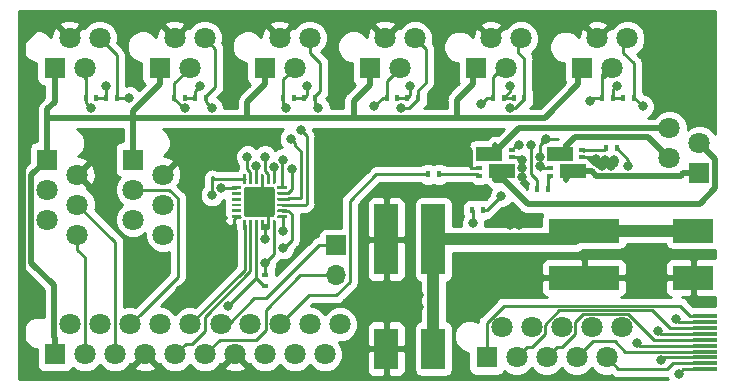
<source format=gbr>
G04 #@! TF.GenerationSoftware,KiCad,Pcbnew,6.0.0-rc1-unknown-ef6f7e9~66~ubuntu16.04.1*
G04 #@! TF.CreationDate,2019-01-29T21:41:32+01:00*
G04 #@! TF.ProjectId,roboy_hand_connector_pcb,726F626F795F68616E645F636F6E6E65,rev?*
G04 #@! TF.SameCoordinates,Original*
G04 #@! TF.FileFunction,Copper,L1,Top,Signal*
G04 #@! TF.FilePolarity,Positive*
%FSLAX46Y46*%
G04 Gerber Fmt 4.6, Leading zero omitted, Abs format (unit mm)*
G04 Created by KiCad (PCBNEW 6.0.0-rc1-unknown-ef6f7e9~66~ubuntu16.04.1) date Tue Jan 29 21:41:32 2019*
%MOMM*%
%LPD*%
G01*
G04 APERTURE LIST*
G04 #@! TA.AperFunction,SMDPad,CuDef*
%ADD10R,2.000000X0.400000*%
G04 #@! TD*
G04 #@! TA.AperFunction,ComponentPad*
%ADD11R,1.800000X1.800000*%
G04 #@! TD*
G04 #@! TA.AperFunction,ComponentPad*
%ADD12C,1.800000*%
G04 #@! TD*
G04 #@! TA.AperFunction,SMDPad,CuDef*
%ADD13R,2.225000X1.205000*%
G04 #@! TD*
G04 #@! TA.AperFunction,SMDPad,CuDef*
%ADD14R,0.580000X0.400000*%
G04 #@! TD*
G04 #@! TA.AperFunction,SMDPad,CuDef*
%ADD15R,0.430000X0.370000*%
G04 #@! TD*
G04 #@! TA.AperFunction,ComponentPad*
%ADD16O,1.700000X1.700000*%
G04 #@! TD*
G04 #@! TA.AperFunction,ComponentPad*
%ADD17R,1.700000X1.700000*%
G04 #@! TD*
G04 #@! TA.AperFunction,Conductor*
%ADD18C,0.100000*%
G04 #@! TD*
G04 #@! TA.AperFunction,SMDPad,CuDef*
%ADD19C,2.600000*%
G04 #@! TD*
G04 #@! TA.AperFunction,SMDPad,CuDef*
%ADD20C,0.250000*%
G04 #@! TD*
G04 #@! TA.AperFunction,SMDPad,CuDef*
%ADD21R,2.000000X3.500000*%
G04 #@! TD*
G04 #@! TA.AperFunction,SMDPad,CuDef*
%ADD22R,2.000000X6.000000*%
G04 #@! TD*
G04 #@! TA.AperFunction,SMDPad,CuDef*
%ADD23R,0.600000X0.400000*%
G04 #@! TD*
G04 #@! TA.AperFunction,SMDPad,CuDef*
%ADD24R,0.400000X0.600000*%
G04 #@! TD*
G04 #@! TA.AperFunction,SMDPad,CuDef*
%ADD25R,3.500000X2.000000*%
G04 #@! TD*
G04 #@! TA.AperFunction,SMDPad,CuDef*
%ADD26R,6.000000X2.000000*%
G04 #@! TD*
G04 #@! TA.AperFunction,ViaPad*
%ADD27C,0.800000*%
G04 #@! TD*
G04 #@! TA.AperFunction,Conductor*
%ADD28C,0.250000*%
G04 #@! TD*
G04 #@! TA.AperFunction,Conductor*
%ADD29C,0.500000*%
G04 #@! TD*
G04 #@! TA.AperFunction,Conductor*
%ADD30C,0.300000*%
G04 #@! TD*
G04 #@! TA.AperFunction,Conductor*
%ADD31C,1.000000*%
G04 #@! TD*
G04 #@! TA.AperFunction,Conductor*
%ADD32C,0.254000*%
G04 #@! TD*
G04 APERTURE END LIST*
D10*
G04 #@! TO.P,J2,1*
G04 #@! TO.N,/skin_pin_1*
X190250000Y-101500000D03*
G04 #@! TO.P,J2,2*
G04 #@! TO.N,/skin_pin_2*
X190250000Y-102000000D03*
G04 #@! TO.P,J2,3*
G04 #@! TO.N,/skin_pin_3*
X190250000Y-102500000D03*
G04 #@! TO.P,J2,4*
G04 #@! TO.N,/skin_pin_4*
X190250000Y-103000000D03*
G04 #@! TO.P,J2,5*
G04 #@! TO.N,/skin_pin_5*
X190250000Y-103500000D03*
G04 #@! TO.P,J2,6*
G04 #@! TO.N,/skin_pin_6*
X190250000Y-104000000D03*
G04 #@! TO.P,J2,7*
G04 #@! TO.N,/skin_pin_7*
X190250000Y-104500000D03*
G04 #@! TO.P,J2,8*
G04 #@! TO.N,/skin_pin_8*
X190250000Y-105000000D03*
G04 #@! TO.P,J2,9*
G04 #@! TO.N,/skin_pin_9*
X190250000Y-105500000D03*
G04 #@! TO.P,J2,10*
G04 #@! TO.N,/skin_pin_10*
X190250000Y-106000000D03*
G04 #@! TD*
D11*
G04 #@! TO.P,J11,1*
G04 #@! TO.N,5V*
X179845000Y-80520000D03*
D12*
G04 #@! TO.P,J11,2*
G04 #@! TO.N,GND*
X181115000Y-77980000D03*
G04 #@! TO.P,J11,3*
G04 #@! TO.N,/SCL5*
X182385000Y-80520000D03*
G04 #@! TO.P,J11,4*
G04 #@! TO.N,/SDA5*
X183655000Y-77980000D03*
G04 #@! TD*
D13*
G04 #@! TO.P,Q1,D1*
G04 #@! TO.N,Net-(J13-Pad1)*
X179047500Y-89227500D03*
G04 #@! TO.P,Q1,D2*
G04 #@! TO.N,Net-(J13-Pad2)*
X177952500Y-87772500D03*
D14*
G04 #@! TO.P,Q1,S2*
G04 #@! TO.N,GND*
X179860000Y-88050000D03*
G04 #@! TO.P,Q1,G2*
G04 #@! TO.N,Net-(Q1-PadG2)*
X179860000Y-87400000D03*
G04 #@! TO.P,Q1,S1*
G04 #@! TO.N,GND*
X177140000Y-88950000D03*
G04 #@! TO.P,Q1,G1*
G04 #@! TO.N,Net-(Q1-PadG1)*
X177139900Y-89600000D03*
D15*
G04 #@! TO.P,Q1,D1A*
G04 #@! TO.N,Net-(J13-Pad1)*
X178500000Y-89965000D03*
G04 #@! TO.P,Q1,D2A*
G04 #@! TO.N,Net-(J13-Pad2)*
X178500000Y-87035000D03*
G04 #@! TD*
G04 #@! TO.P,Q2,D2A*
G04 #@! TO.N,Net-(J13-Pad4)*
X172500000Y-87035000D03*
G04 #@! TO.P,Q2,D1A*
G04 #@! TO.N,Net-(J13-Pad3)*
X172500000Y-89965000D03*
D14*
G04 #@! TO.P,Q2,G1*
G04 #@! TO.N,Net-(Q2-PadG1)*
X171139900Y-89600000D03*
G04 #@! TO.P,Q2,S1*
G04 #@! TO.N,GND*
X171140000Y-88950000D03*
G04 #@! TO.P,Q2,G2*
G04 #@! TO.N,Net-(Q2-PadG2)*
X173860000Y-87400000D03*
G04 #@! TO.P,Q2,S2*
G04 #@! TO.N,GND*
X173860000Y-88050000D03*
D13*
G04 #@! TO.P,Q2,D2*
G04 #@! TO.N,Net-(J13-Pad4)*
X171952500Y-87772500D03*
G04 #@! TO.P,Q2,D1*
G04 #@! TO.N,Net-(J13-Pad3)*
X173047500Y-89227500D03*
G04 #@! TD*
D12*
G04 #@! TO.P,J1,10*
G04 #@! TO.N,Net-(J1-Pad10)*
X146640000Y-102180000D03*
G04 #@! TO.P,J1,9*
G04 #@! TO.N,Net-(J1-Pad9)*
X145370000Y-104720000D03*
G04 #@! TO.P,J1,8*
G04 #@! TO.N,Net-(J1-Pad8)*
X144100000Y-102180000D03*
G04 #@! TO.P,J1,7*
G04 #@! TO.N,GND*
X142830000Y-104720000D03*
G04 #@! TO.P,J1,6*
G04 #@! TO.N,Net-(J1-Pad6)*
X141560000Y-102180000D03*
G04 #@! TO.P,J1,5*
G04 #@! TO.N,Net-(J1-Pad5)*
X140290000Y-104720000D03*
D11*
G04 #@! TO.P,J1,1*
G04 #@! TO.N,5V*
X135210000Y-104720000D03*
D12*
G04 #@! TO.P,J1,2*
G04 #@! TO.N,3.3V*
X136480000Y-102180000D03*
G04 #@! TO.P,J1,3*
G04 #@! TO.N,Net-(J1-Pad3)*
X137750000Y-104720000D03*
G04 #@! TO.P,J1,4*
G04 #@! TO.N,Net-(J1-Pad4)*
X139020000Y-102180000D03*
G04 #@! TO.P,J1,16*
G04 #@! TO.N,GATE2*
X154260000Y-102180000D03*
G04 #@! TO.P,J1,14*
G04 #@! TO.N,GATE0*
X151720000Y-102180000D03*
G04 #@! TO.P,J1,13*
G04 #@! TO.N,GND*
X150450000Y-104720000D03*
G04 #@! TO.P,J1,12*
G04 #@! TO.N,PWM0*
X149230000Y-102180000D03*
G04 #@! TO.P,J1,15*
G04 #@! TO.N,GATE1*
X152990000Y-104720000D03*
G04 #@! TO.P,J1,17*
G04 #@! TO.N,GATE3*
X155530000Y-104720000D03*
G04 #@! TO.P,J1,18*
G04 #@! TO.N,Net-(J1-Pad18)*
X156800000Y-102180000D03*
G04 #@! TO.P,J1,20*
G04 #@! TO.N,Net-(J1-Pad20)*
X159340000Y-102180000D03*
G04 #@! TO.P,J1,19*
G04 #@! TO.N,Net-(J1-Pad19)*
X158070000Y-104720000D03*
G04 #@! TO.P,J1,11*
G04 #@! TO.N,PWM1*
X147910000Y-104720000D03*
G04 #@! TD*
G04 #@! TO.P,J3,4*
G04 #@! TO.N,Net-(J1-Pad5)*
X144355001Y-92050001D03*
G04 #@! TO.P,J3,3*
G04 #@! TO.N,Net-(J1-Pad6)*
X141815001Y-90780001D03*
G04 #@! TO.P,J3,2*
G04 #@! TO.N,GND*
X144355001Y-89510001D03*
D11*
G04 #@! TO.P,J3,1*
G04 #@! TO.N,5V*
X141815001Y-88240001D03*
D12*
G04 #@! TO.P,J3,5*
G04 #@! TO.N,Net-(J1-Pad4)*
X141815001Y-93320001D03*
G04 #@! TO.P,J3,6*
G04 #@! TO.N,Net-(J1-Pad3)*
X144355001Y-94590001D03*
G04 #@! TD*
G04 #@! TO.P,J4,6*
G04 #@! TO.N,Net-(J1-Pad3)*
X137105001Y-94590001D03*
G04 #@! TO.P,J4,5*
G04 #@! TO.N,Net-(J1-Pad4)*
X134565001Y-93320001D03*
D11*
G04 #@! TO.P,J4,1*
G04 #@! TO.N,5V*
X134565001Y-88240001D03*
D12*
G04 #@! TO.P,J4,2*
G04 #@! TO.N,GND*
X137105001Y-89510001D03*
G04 #@! TO.P,J4,3*
G04 #@! TO.N,Net-(J1-Pad6)*
X134565001Y-90780001D03*
G04 #@! TO.P,J4,4*
G04 #@! TO.N,Net-(J1-Pad5)*
X137105001Y-92050001D03*
G04 #@! TD*
D16*
G04 #@! TO.P,J5,2*
G04 #@! TO.N,PWM1*
X159000000Y-98040000D03*
D17*
G04 #@! TO.P,J5,1*
G04 #@! TO.N,PWM0*
X159000000Y-95500000D03*
G04 #@! TD*
D11*
G04 #@! TO.P,J6,1*
G04 #@! TO.N,5V*
X135175000Y-80480000D03*
D12*
G04 #@! TO.P,J6,2*
G04 #@! TO.N,GND*
X136445000Y-77940000D03*
G04 #@! TO.P,J6,3*
G04 #@! TO.N,/SCL0*
X137715000Y-80480000D03*
G04 #@! TO.P,J6,4*
G04 #@! TO.N,/SDA0*
X138985000Y-77940000D03*
G04 #@! TD*
D11*
G04 #@! TO.P,J7,1*
G04 #@! TO.N,5V*
X144065000Y-80480000D03*
D12*
G04 #@! TO.P,J7,2*
G04 #@! TO.N,GND*
X145335000Y-77940000D03*
G04 #@! TO.P,J7,3*
G04 #@! TO.N,/SCL1*
X146605000Y-80480000D03*
G04 #@! TO.P,J7,4*
G04 #@! TO.N,/SDA1*
X147875000Y-77940000D03*
G04 #@! TD*
G04 #@! TO.P,J8,4*
G04 #@! TO.N,/SDA2*
X156765000Y-77940000D03*
G04 #@! TO.P,J8,3*
G04 #@! TO.N,/SCL2*
X155495000Y-80480000D03*
G04 #@! TO.P,J8,2*
G04 #@! TO.N,GND*
X154225000Y-77940000D03*
D11*
G04 #@! TO.P,J8,1*
G04 #@! TO.N,5V*
X152955000Y-80480000D03*
G04 #@! TD*
G04 #@! TO.P,J9,1*
G04 #@! TO.N,5V*
X161870000Y-80490000D03*
D12*
G04 #@! TO.P,J9,2*
G04 #@! TO.N,GND*
X163140000Y-77950000D03*
G04 #@! TO.P,J9,3*
G04 #@! TO.N,/SCL3*
X164410000Y-80490000D03*
G04 #@! TO.P,J9,4*
G04 #@! TO.N,/SDA3*
X165680000Y-77950000D03*
G04 #@! TD*
G04 #@! TO.P,J10,4*
G04 #@! TO.N,/SDA4*
X174655000Y-77980000D03*
G04 #@! TO.P,J10,3*
G04 #@! TO.N,/SCL4*
X173385000Y-80520000D03*
G04 #@! TO.P,J10,2*
G04 #@! TO.N,GND*
X172115000Y-77980000D03*
D11*
G04 #@! TO.P,J10,1*
G04 #@! TO.N,5V*
X170845000Y-80520000D03*
G04 #@! TD*
D18*
G04 #@! TO.N,Net-(U1-Pad25)*
G04 #@! TO.C,U1*
G36*
X153574865Y-90541202D02*
X153599095Y-90544796D01*
X153622855Y-90550748D01*
X153645918Y-90559000D01*
X153668061Y-90569472D01*
X153689070Y-90582065D01*
X153708745Y-90596657D01*
X153726894Y-90613106D01*
X153743343Y-90631255D01*
X153757935Y-90650930D01*
X153770528Y-90671939D01*
X153781000Y-90694082D01*
X153789252Y-90717145D01*
X153795204Y-90740905D01*
X153798798Y-90765135D01*
X153800000Y-90789600D01*
X153800000Y-92890400D01*
X153798798Y-92914865D01*
X153795204Y-92939095D01*
X153789252Y-92962855D01*
X153781000Y-92985918D01*
X153770528Y-93008061D01*
X153757935Y-93029070D01*
X153743343Y-93048745D01*
X153726894Y-93066894D01*
X153708745Y-93083343D01*
X153689070Y-93097935D01*
X153668061Y-93110528D01*
X153645918Y-93121000D01*
X153622855Y-93129252D01*
X153599095Y-93135204D01*
X153574865Y-93138798D01*
X153550400Y-93140000D01*
X151449600Y-93140000D01*
X151425135Y-93138798D01*
X151400905Y-93135204D01*
X151377145Y-93129252D01*
X151354082Y-93121000D01*
X151331939Y-93110528D01*
X151310930Y-93097935D01*
X151291255Y-93083343D01*
X151273106Y-93066894D01*
X151256657Y-93048745D01*
X151242065Y-93029070D01*
X151229472Y-93008061D01*
X151219000Y-92985918D01*
X151210748Y-92962855D01*
X151204796Y-92939095D01*
X151201202Y-92914865D01*
X151200000Y-92890400D01*
X151200000Y-90789600D01*
X151201202Y-90765135D01*
X151204796Y-90740905D01*
X151210748Y-90717145D01*
X151219000Y-90694082D01*
X151229472Y-90671939D01*
X151242065Y-90650930D01*
X151256657Y-90631255D01*
X151273106Y-90613106D01*
X151291255Y-90596657D01*
X151310930Y-90582065D01*
X151331939Y-90569472D01*
X151354082Y-90559000D01*
X151377145Y-90550748D01*
X151400905Y-90544796D01*
X151425135Y-90541202D01*
X151449600Y-90540000D01*
X153550400Y-90540000D01*
X153574865Y-90541202D01*
X153574865Y-90541202D01*
G37*
D19*
G04 #@! TD*
G04 #@! TO.P,U1,25*
G04 #@! TO.N,Net-(U1-Pad25)*
X152500000Y-91840000D03*
D18*
G04 #@! TO.N,/SDA0*
G04 #@! TO.C,U1*
G36*
X154793626Y-92965301D02*
X154799693Y-92966201D01*
X154805643Y-92967691D01*
X154811418Y-92969758D01*
X154816962Y-92972380D01*
X154822223Y-92975533D01*
X154827150Y-92979187D01*
X154831694Y-92983306D01*
X154835813Y-92987850D01*
X154839467Y-92992777D01*
X154842620Y-92998038D01*
X154845242Y-93003582D01*
X154847309Y-93009357D01*
X154848799Y-93015307D01*
X154849699Y-93021374D01*
X154850000Y-93027500D01*
X154850000Y-93152500D01*
X154849699Y-93158626D01*
X154848799Y-93164693D01*
X154847309Y-93170643D01*
X154845242Y-93176418D01*
X154842620Y-93181962D01*
X154839467Y-93187223D01*
X154835813Y-93192150D01*
X154831694Y-93196694D01*
X154827150Y-93200813D01*
X154822223Y-93204467D01*
X154816962Y-93207620D01*
X154811418Y-93210242D01*
X154805643Y-93212309D01*
X154799693Y-93213799D01*
X154793626Y-93214699D01*
X154787500Y-93215000D01*
X154087500Y-93215000D01*
X154081374Y-93214699D01*
X154075307Y-93213799D01*
X154069357Y-93212309D01*
X154063582Y-93210242D01*
X154058038Y-93207620D01*
X154052777Y-93204467D01*
X154047850Y-93200813D01*
X154043306Y-93196694D01*
X154039187Y-93192150D01*
X154035533Y-93187223D01*
X154032380Y-93181962D01*
X154029758Y-93176418D01*
X154027691Y-93170643D01*
X154026201Y-93164693D01*
X154025301Y-93158626D01*
X154025000Y-93152500D01*
X154025000Y-93027500D01*
X154025301Y-93021374D01*
X154026201Y-93015307D01*
X154027691Y-93009357D01*
X154029758Y-93003582D01*
X154032380Y-92998038D01*
X154035533Y-92992777D01*
X154039187Y-92987850D01*
X154043306Y-92983306D01*
X154047850Y-92979187D01*
X154052777Y-92975533D01*
X154058038Y-92972380D01*
X154063582Y-92969758D01*
X154069357Y-92967691D01*
X154075307Y-92966201D01*
X154081374Y-92965301D01*
X154087500Y-92965000D01*
X154787500Y-92965000D01*
X154793626Y-92965301D01*
X154793626Y-92965301D01*
G37*
D20*
G04 #@! TD*
G04 #@! TO.P,U1,1*
G04 #@! TO.N,/SDA0*
X154437500Y-93090000D03*
D18*
G04 #@! TO.N,/SCL0*
G04 #@! TO.C,U1*
G36*
X154793626Y-92465301D02*
X154799693Y-92466201D01*
X154805643Y-92467691D01*
X154811418Y-92469758D01*
X154816962Y-92472380D01*
X154822223Y-92475533D01*
X154827150Y-92479187D01*
X154831694Y-92483306D01*
X154835813Y-92487850D01*
X154839467Y-92492777D01*
X154842620Y-92498038D01*
X154845242Y-92503582D01*
X154847309Y-92509357D01*
X154848799Y-92515307D01*
X154849699Y-92521374D01*
X154850000Y-92527500D01*
X154850000Y-92652500D01*
X154849699Y-92658626D01*
X154848799Y-92664693D01*
X154847309Y-92670643D01*
X154845242Y-92676418D01*
X154842620Y-92681962D01*
X154839467Y-92687223D01*
X154835813Y-92692150D01*
X154831694Y-92696694D01*
X154827150Y-92700813D01*
X154822223Y-92704467D01*
X154816962Y-92707620D01*
X154811418Y-92710242D01*
X154805643Y-92712309D01*
X154799693Y-92713799D01*
X154793626Y-92714699D01*
X154787500Y-92715000D01*
X154087500Y-92715000D01*
X154081374Y-92714699D01*
X154075307Y-92713799D01*
X154069357Y-92712309D01*
X154063582Y-92710242D01*
X154058038Y-92707620D01*
X154052777Y-92704467D01*
X154047850Y-92700813D01*
X154043306Y-92696694D01*
X154039187Y-92692150D01*
X154035533Y-92687223D01*
X154032380Y-92681962D01*
X154029758Y-92676418D01*
X154027691Y-92670643D01*
X154026201Y-92664693D01*
X154025301Y-92658626D01*
X154025000Y-92652500D01*
X154025000Y-92527500D01*
X154025301Y-92521374D01*
X154026201Y-92515307D01*
X154027691Y-92509357D01*
X154029758Y-92503582D01*
X154032380Y-92498038D01*
X154035533Y-92492777D01*
X154039187Y-92487850D01*
X154043306Y-92483306D01*
X154047850Y-92479187D01*
X154052777Y-92475533D01*
X154058038Y-92472380D01*
X154063582Y-92469758D01*
X154069357Y-92467691D01*
X154075307Y-92466201D01*
X154081374Y-92465301D01*
X154087500Y-92465000D01*
X154787500Y-92465000D01*
X154793626Y-92465301D01*
X154793626Y-92465301D01*
G37*
D20*
G04 #@! TD*
G04 #@! TO.P,U1,2*
G04 #@! TO.N,/SCL0*
X154437500Y-92590000D03*
D18*
G04 #@! TO.N,/SDA1*
G04 #@! TO.C,U1*
G36*
X154793626Y-91965301D02*
X154799693Y-91966201D01*
X154805643Y-91967691D01*
X154811418Y-91969758D01*
X154816962Y-91972380D01*
X154822223Y-91975533D01*
X154827150Y-91979187D01*
X154831694Y-91983306D01*
X154835813Y-91987850D01*
X154839467Y-91992777D01*
X154842620Y-91998038D01*
X154845242Y-92003582D01*
X154847309Y-92009357D01*
X154848799Y-92015307D01*
X154849699Y-92021374D01*
X154850000Y-92027500D01*
X154850000Y-92152500D01*
X154849699Y-92158626D01*
X154848799Y-92164693D01*
X154847309Y-92170643D01*
X154845242Y-92176418D01*
X154842620Y-92181962D01*
X154839467Y-92187223D01*
X154835813Y-92192150D01*
X154831694Y-92196694D01*
X154827150Y-92200813D01*
X154822223Y-92204467D01*
X154816962Y-92207620D01*
X154811418Y-92210242D01*
X154805643Y-92212309D01*
X154799693Y-92213799D01*
X154793626Y-92214699D01*
X154787500Y-92215000D01*
X154087500Y-92215000D01*
X154081374Y-92214699D01*
X154075307Y-92213799D01*
X154069357Y-92212309D01*
X154063582Y-92210242D01*
X154058038Y-92207620D01*
X154052777Y-92204467D01*
X154047850Y-92200813D01*
X154043306Y-92196694D01*
X154039187Y-92192150D01*
X154035533Y-92187223D01*
X154032380Y-92181962D01*
X154029758Y-92176418D01*
X154027691Y-92170643D01*
X154026201Y-92164693D01*
X154025301Y-92158626D01*
X154025000Y-92152500D01*
X154025000Y-92027500D01*
X154025301Y-92021374D01*
X154026201Y-92015307D01*
X154027691Y-92009357D01*
X154029758Y-92003582D01*
X154032380Y-91998038D01*
X154035533Y-91992777D01*
X154039187Y-91987850D01*
X154043306Y-91983306D01*
X154047850Y-91979187D01*
X154052777Y-91975533D01*
X154058038Y-91972380D01*
X154063582Y-91969758D01*
X154069357Y-91967691D01*
X154075307Y-91966201D01*
X154081374Y-91965301D01*
X154087500Y-91965000D01*
X154787500Y-91965000D01*
X154793626Y-91965301D01*
X154793626Y-91965301D01*
G37*
D20*
G04 #@! TD*
G04 #@! TO.P,U1,3*
G04 #@! TO.N,/SDA1*
X154437500Y-92090000D03*
D18*
G04 #@! TO.N,/SCL1*
G04 #@! TO.C,U1*
G36*
X154793626Y-91465301D02*
X154799693Y-91466201D01*
X154805643Y-91467691D01*
X154811418Y-91469758D01*
X154816962Y-91472380D01*
X154822223Y-91475533D01*
X154827150Y-91479187D01*
X154831694Y-91483306D01*
X154835813Y-91487850D01*
X154839467Y-91492777D01*
X154842620Y-91498038D01*
X154845242Y-91503582D01*
X154847309Y-91509357D01*
X154848799Y-91515307D01*
X154849699Y-91521374D01*
X154850000Y-91527500D01*
X154850000Y-91652500D01*
X154849699Y-91658626D01*
X154848799Y-91664693D01*
X154847309Y-91670643D01*
X154845242Y-91676418D01*
X154842620Y-91681962D01*
X154839467Y-91687223D01*
X154835813Y-91692150D01*
X154831694Y-91696694D01*
X154827150Y-91700813D01*
X154822223Y-91704467D01*
X154816962Y-91707620D01*
X154811418Y-91710242D01*
X154805643Y-91712309D01*
X154799693Y-91713799D01*
X154793626Y-91714699D01*
X154787500Y-91715000D01*
X154087500Y-91715000D01*
X154081374Y-91714699D01*
X154075307Y-91713799D01*
X154069357Y-91712309D01*
X154063582Y-91710242D01*
X154058038Y-91707620D01*
X154052777Y-91704467D01*
X154047850Y-91700813D01*
X154043306Y-91696694D01*
X154039187Y-91692150D01*
X154035533Y-91687223D01*
X154032380Y-91681962D01*
X154029758Y-91676418D01*
X154027691Y-91670643D01*
X154026201Y-91664693D01*
X154025301Y-91658626D01*
X154025000Y-91652500D01*
X154025000Y-91527500D01*
X154025301Y-91521374D01*
X154026201Y-91515307D01*
X154027691Y-91509357D01*
X154029758Y-91503582D01*
X154032380Y-91498038D01*
X154035533Y-91492777D01*
X154039187Y-91487850D01*
X154043306Y-91483306D01*
X154047850Y-91479187D01*
X154052777Y-91475533D01*
X154058038Y-91472380D01*
X154063582Y-91469758D01*
X154069357Y-91467691D01*
X154075307Y-91466201D01*
X154081374Y-91465301D01*
X154087500Y-91465000D01*
X154787500Y-91465000D01*
X154793626Y-91465301D01*
X154793626Y-91465301D01*
G37*
D20*
G04 #@! TD*
G04 #@! TO.P,U1,4*
G04 #@! TO.N,/SCL1*
X154437500Y-91590000D03*
D18*
G04 #@! TO.N,/SDA2*
G04 #@! TO.C,U1*
G36*
X154793626Y-90965301D02*
X154799693Y-90966201D01*
X154805643Y-90967691D01*
X154811418Y-90969758D01*
X154816962Y-90972380D01*
X154822223Y-90975533D01*
X154827150Y-90979187D01*
X154831694Y-90983306D01*
X154835813Y-90987850D01*
X154839467Y-90992777D01*
X154842620Y-90998038D01*
X154845242Y-91003582D01*
X154847309Y-91009357D01*
X154848799Y-91015307D01*
X154849699Y-91021374D01*
X154850000Y-91027500D01*
X154850000Y-91152500D01*
X154849699Y-91158626D01*
X154848799Y-91164693D01*
X154847309Y-91170643D01*
X154845242Y-91176418D01*
X154842620Y-91181962D01*
X154839467Y-91187223D01*
X154835813Y-91192150D01*
X154831694Y-91196694D01*
X154827150Y-91200813D01*
X154822223Y-91204467D01*
X154816962Y-91207620D01*
X154811418Y-91210242D01*
X154805643Y-91212309D01*
X154799693Y-91213799D01*
X154793626Y-91214699D01*
X154787500Y-91215000D01*
X154087500Y-91215000D01*
X154081374Y-91214699D01*
X154075307Y-91213799D01*
X154069357Y-91212309D01*
X154063582Y-91210242D01*
X154058038Y-91207620D01*
X154052777Y-91204467D01*
X154047850Y-91200813D01*
X154043306Y-91196694D01*
X154039187Y-91192150D01*
X154035533Y-91187223D01*
X154032380Y-91181962D01*
X154029758Y-91176418D01*
X154027691Y-91170643D01*
X154026201Y-91164693D01*
X154025301Y-91158626D01*
X154025000Y-91152500D01*
X154025000Y-91027500D01*
X154025301Y-91021374D01*
X154026201Y-91015307D01*
X154027691Y-91009357D01*
X154029758Y-91003582D01*
X154032380Y-90998038D01*
X154035533Y-90992777D01*
X154039187Y-90987850D01*
X154043306Y-90983306D01*
X154047850Y-90979187D01*
X154052777Y-90975533D01*
X154058038Y-90972380D01*
X154063582Y-90969758D01*
X154069357Y-90967691D01*
X154075307Y-90966201D01*
X154081374Y-90965301D01*
X154087500Y-90965000D01*
X154787500Y-90965000D01*
X154793626Y-90965301D01*
X154793626Y-90965301D01*
G37*
D20*
G04 #@! TD*
G04 #@! TO.P,U1,5*
G04 #@! TO.N,/SDA2*
X154437500Y-91090000D03*
D18*
G04 #@! TO.N,/SCL2*
G04 #@! TO.C,U1*
G36*
X154793626Y-90465301D02*
X154799693Y-90466201D01*
X154805643Y-90467691D01*
X154811418Y-90469758D01*
X154816962Y-90472380D01*
X154822223Y-90475533D01*
X154827150Y-90479187D01*
X154831694Y-90483306D01*
X154835813Y-90487850D01*
X154839467Y-90492777D01*
X154842620Y-90498038D01*
X154845242Y-90503582D01*
X154847309Y-90509357D01*
X154848799Y-90515307D01*
X154849699Y-90521374D01*
X154850000Y-90527500D01*
X154850000Y-90652500D01*
X154849699Y-90658626D01*
X154848799Y-90664693D01*
X154847309Y-90670643D01*
X154845242Y-90676418D01*
X154842620Y-90681962D01*
X154839467Y-90687223D01*
X154835813Y-90692150D01*
X154831694Y-90696694D01*
X154827150Y-90700813D01*
X154822223Y-90704467D01*
X154816962Y-90707620D01*
X154811418Y-90710242D01*
X154805643Y-90712309D01*
X154799693Y-90713799D01*
X154793626Y-90714699D01*
X154787500Y-90715000D01*
X154087500Y-90715000D01*
X154081374Y-90714699D01*
X154075307Y-90713799D01*
X154069357Y-90712309D01*
X154063582Y-90710242D01*
X154058038Y-90707620D01*
X154052777Y-90704467D01*
X154047850Y-90700813D01*
X154043306Y-90696694D01*
X154039187Y-90692150D01*
X154035533Y-90687223D01*
X154032380Y-90681962D01*
X154029758Y-90676418D01*
X154027691Y-90670643D01*
X154026201Y-90664693D01*
X154025301Y-90658626D01*
X154025000Y-90652500D01*
X154025000Y-90527500D01*
X154025301Y-90521374D01*
X154026201Y-90515307D01*
X154027691Y-90509357D01*
X154029758Y-90503582D01*
X154032380Y-90498038D01*
X154035533Y-90492777D01*
X154039187Y-90487850D01*
X154043306Y-90483306D01*
X154047850Y-90479187D01*
X154052777Y-90475533D01*
X154058038Y-90472380D01*
X154063582Y-90469758D01*
X154069357Y-90467691D01*
X154075307Y-90466201D01*
X154081374Y-90465301D01*
X154087500Y-90465000D01*
X154787500Y-90465000D01*
X154793626Y-90465301D01*
X154793626Y-90465301D01*
G37*
D20*
G04 #@! TD*
G04 #@! TO.P,U1,6*
G04 #@! TO.N,/SCL2*
X154437500Y-90590000D03*
D18*
G04 #@! TO.N,/SDA3*
G04 #@! TO.C,U1*
G36*
X153818626Y-89490301D02*
X153824693Y-89491201D01*
X153830643Y-89492691D01*
X153836418Y-89494758D01*
X153841962Y-89497380D01*
X153847223Y-89500533D01*
X153852150Y-89504187D01*
X153856694Y-89508306D01*
X153860813Y-89512850D01*
X153864467Y-89517777D01*
X153867620Y-89523038D01*
X153870242Y-89528582D01*
X153872309Y-89534357D01*
X153873799Y-89540307D01*
X153874699Y-89546374D01*
X153875000Y-89552500D01*
X153875000Y-90252500D01*
X153874699Y-90258626D01*
X153873799Y-90264693D01*
X153872309Y-90270643D01*
X153870242Y-90276418D01*
X153867620Y-90281962D01*
X153864467Y-90287223D01*
X153860813Y-90292150D01*
X153856694Y-90296694D01*
X153852150Y-90300813D01*
X153847223Y-90304467D01*
X153841962Y-90307620D01*
X153836418Y-90310242D01*
X153830643Y-90312309D01*
X153824693Y-90313799D01*
X153818626Y-90314699D01*
X153812500Y-90315000D01*
X153687500Y-90315000D01*
X153681374Y-90314699D01*
X153675307Y-90313799D01*
X153669357Y-90312309D01*
X153663582Y-90310242D01*
X153658038Y-90307620D01*
X153652777Y-90304467D01*
X153647850Y-90300813D01*
X153643306Y-90296694D01*
X153639187Y-90292150D01*
X153635533Y-90287223D01*
X153632380Y-90281962D01*
X153629758Y-90276418D01*
X153627691Y-90270643D01*
X153626201Y-90264693D01*
X153625301Y-90258626D01*
X153625000Y-90252500D01*
X153625000Y-89552500D01*
X153625301Y-89546374D01*
X153626201Y-89540307D01*
X153627691Y-89534357D01*
X153629758Y-89528582D01*
X153632380Y-89523038D01*
X153635533Y-89517777D01*
X153639187Y-89512850D01*
X153643306Y-89508306D01*
X153647850Y-89504187D01*
X153652777Y-89500533D01*
X153658038Y-89497380D01*
X153663582Y-89494758D01*
X153669357Y-89492691D01*
X153675307Y-89491201D01*
X153681374Y-89490301D01*
X153687500Y-89490000D01*
X153812500Y-89490000D01*
X153818626Y-89490301D01*
X153818626Y-89490301D01*
G37*
D20*
G04 #@! TD*
G04 #@! TO.P,U1,7*
G04 #@! TO.N,/SDA3*
X153750000Y-89902500D03*
D18*
G04 #@! TO.N,/SCL3*
G04 #@! TO.C,U1*
G36*
X153318626Y-89490301D02*
X153324693Y-89491201D01*
X153330643Y-89492691D01*
X153336418Y-89494758D01*
X153341962Y-89497380D01*
X153347223Y-89500533D01*
X153352150Y-89504187D01*
X153356694Y-89508306D01*
X153360813Y-89512850D01*
X153364467Y-89517777D01*
X153367620Y-89523038D01*
X153370242Y-89528582D01*
X153372309Y-89534357D01*
X153373799Y-89540307D01*
X153374699Y-89546374D01*
X153375000Y-89552500D01*
X153375000Y-90252500D01*
X153374699Y-90258626D01*
X153373799Y-90264693D01*
X153372309Y-90270643D01*
X153370242Y-90276418D01*
X153367620Y-90281962D01*
X153364467Y-90287223D01*
X153360813Y-90292150D01*
X153356694Y-90296694D01*
X153352150Y-90300813D01*
X153347223Y-90304467D01*
X153341962Y-90307620D01*
X153336418Y-90310242D01*
X153330643Y-90312309D01*
X153324693Y-90313799D01*
X153318626Y-90314699D01*
X153312500Y-90315000D01*
X153187500Y-90315000D01*
X153181374Y-90314699D01*
X153175307Y-90313799D01*
X153169357Y-90312309D01*
X153163582Y-90310242D01*
X153158038Y-90307620D01*
X153152777Y-90304467D01*
X153147850Y-90300813D01*
X153143306Y-90296694D01*
X153139187Y-90292150D01*
X153135533Y-90287223D01*
X153132380Y-90281962D01*
X153129758Y-90276418D01*
X153127691Y-90270643D01*
X153126201Y-90264693D01*
X153125301Y-90258626D01*
X153125000Y-90252500D01*
X153125000Y-89552500D01*
X153125301Y-89546374D01*
X153126201Y-89540307D01*
X153127691Y-89534357D01*
X153129758Y-89528582D01*
X153132380Y-89523038D01*
X153135533Y-89517777D01*
X153139187Y-89512850D01*
X153143306Y-89508306D01*
X153147850Y-89504187D01*
X153152777Y-89500533D01*
X153158038Y-89497380D01*
X153163582Y-89494758D01*
X153169357Y-89492691D01*
X153175307Y-89491201D01*
X153181374Y-89490301D01*
X153187500Y-89490000D01*
X153312500Y-89490000D01*
X153318626Y-89490301D01*
X153318626Y-89490301D01*
G37*
D20*
G04 #@! TD*
G04 #@! TO.P,U1,8*
G04 #@! TO.N,/SCL3*
X153250000Y-89902500D03*
D18*
G04 #@! TO.N,GND*
G04 #@! TO.C,U1*
G36*
X152818626Y-89490301D02*
X152824693Y-89491201D01*
X152830643Y-89492691D01*
X152836418Y-89494758D01*
X152841962Y-89497380D01*
X152847223Y-89500533D01*
X152852150Y-89504187D01*
X152856694Y-89508306D01*
X152860813Y-89512850D01*
X152864467Y-89517777D01*
X152867620Y-89523038D01*
X152870242Y-89528582D01*
X152872309Y-89534357D01*
X152873799Y-89540307D01*
X152874699Y-89546374D01*
X152875000Y-89552500D01*
X152875000Y-90252500D01*
X152874699Y-90258626D01*
X152873799Y-90264693D01*
X152872309Y-90270643D01*
X152870242Y-90276418D01*
X152867620Y-90281962D01*
X152864467Y-90287223D01*
X152860813Y-90292150D01*
X152856694Y-90296694D01*
X152852150Y-90300813D01*
X152847223Y-90304467D01*
X152841962Y-90307620D01*
X152836418Y-90310242D01*
X152830643Y-90312309D01*
X152824693Y-90313799D01*
X152818626Y-90314699D01*
X152812500Y-90315000D01*
X152687500Y-90315000D01*
X152681374Y-90314699D01*
X152675307Y-90313799D01*
X152669357Y-90312309D01*
X152663582Y-90310242D01*
X152658038Y-90307620D01*
X152652777Y-90304467D01*
X152647850Y-90300813D01*
X152643306Y-90296694D01*
X152639187Y-90292150D01*
X152635533Y-90287223D01*
X152632380Y-90281962D01*
X152629758Y-90276418D01*
X152627691Y-90270643D01*
X152626201Y-90264693D01*
X152625301Y-90258626D01*
X152625000Y-90252500D01*
X152625000Y-89552500D01*
X152625301Y-89546374D01*
X152626201Y-89540307D01*
X152627691Y-89534357D01*
X152629758Y-89528582D01*
X152632380Y-89523038D01*
X152635533Y-89517777D01*
X152639187Y-89512850D01*
X152643306Y-89508306D01*
X152647850Y-89504187D01*
X152652777Y-89500533D01*
X152658038Y-89497380D01*
X152663582Y-89494758D01*
X152669357Y-89492691D01*
X152675307Y-89491201D01*
X152681374Y-89490301D01*
X152687500Y-89490000D01*
X152812500Y-89490000D01*
X152818626Y-89490301D01*
X152818626Y-89490301D01*
G37*
D20*
G04 #@! TD*
G04 #@! TO.P,U1,9*
G04 #@! TO.N,GND*
X152750000Y-89902500D03*
D18*
G04 #@! TO.N,/SDA4*
G04 #@! TO.C,U1*
G36*
X152318626Y-89490301D02*
X152324693Y-89491201D01*
X152330643Y-89492691D01*
X152336418Y-89494758D01*
X152341962Y-89497380D01*
X152347223Y-89500533D01*
X152352150Y-89504187D01*
X152356694Y-89508306D01*
X152360813Y-89512850D01*
X152364467Y-89517777D01*
X152367620Y-89523038D01*
X152370242Y-89528582D01*
X152372309Y-89534357D01*
X152373799Y-89540307D01*
X152374699Y-89546374D01*
X152375000Y-89552500D01*
X152375000Y-90252500D01*
X152374699Y-90258626D01*
X152373799Y-90264693D01*
X152372309Y-90270643D01*
X152370242Y-90276418D01*
X152367620Y-90281962D01*
X152364467Y-90287223D01*
X152360813Y-90292150D01*
X152356694Y-90296694D01*
X152352150Y-90300813D01*
X152347223Y-90304467D01*
X152341962Y-90307620D01*
X152336418Y-90310242D01*
X152330643Y-90312309D01*
X152324693Y-90313799D01*
X152318626Y-90314699D01*
X152312500Y-90315000D01*
X152187500Y-90315000D01*
X152181374Y-90314699D01*
X152175307Y-90313799D01*
X152169357Y-90312309D01*
X152163582Y-90310242D01*
X152158038Y-90307620D01*
X152152777Y-90304467D01*
X152147850Y-90300813D01*
X152143306Y-90296694D01*
X152139187Y-90292150D01*
X152135533Y-90287223D01*
X152132380Y-90281962D01*
X152129758Y-90276418D01*
X152127691Y-90270643D01*
X152126201Y-90264693D01*
X152125301Y-90258626D01*
X152125000Y-90252500D01*
X152125000Y-89552500D01*
X152125301Y-89546374D01*
X152126201Y-89540307D01*
X152127691Y-89534357D01*
X152129758Y-89528582D01*
X152132380Y-89523038D01*
X152135533Y-89517777D01*
X152139187Y-89512850D01*
X152143306Y-89508306D01*
X152147850Y-89504187D01*
X152152777Y-89500533D01*
X152158038Y-89497380D01*
X152163582Y-89494758D01*
X152169357Y-89492691D01*
X152175307Y-89491201D01*
X152181374Y-89490301D01*
X152187500Y-89490000D01*
X152312500Y-89490000D01*
X152318626Y-89490301D01*
X152318626Y-89490301D01*
G37*
D20*
G04 #@! TD*
G04 #@! TO.P,U1,10*
G04 #@! TO.N,/SDA4*
X152250000Y-89902500D03*
D18*
G04 #@! TO.N,/SCL4*
G04 #@! TO.C,U1*
G36*
X151818626Y-89490301D02*
X151824693Y-89491201D01*
X151830643Y-89492691D01*
X151836418Y-89494758D01*
X151841962Y-89497380D01*
X151847223Y-89500533D01*
X151852150Y-89504187D01*
X151856694Y-89508306D01*
X151860813Y-89512850D01*
X151864467Y-89517777D01*
X151867620Y-89523038D01*
X151870242Y-89528582D01*
X151872309Y-89534357D01*
X151873799Y-89540307D01*
X151874699Y-89546374D01*
X151875000Y-89552500D01*
X151875000Y-90252500D01*
X151874699Y-90258626D01*
X151873799Y-90264693D01*
X151872309Y-90270643D01*
X151870242Y-90276418D01*
X151867620Y-90281962D01*
X151864467Y-90287223D01*
X151860813Y-90292150D01*
X151856694Y-90296694D01*
X151852150Y-90300813D01*
X151847223Y-90304467D01*
X151841962Y-90307620D01*
X151836418Y-90310242D01*
X151830643Y-90312309D01*
X151824693Y-90313799D01*
X151818626Y-90314699D01*
X151812500Y-90315000D01*
X151687500Y-90315000D01*
X151681374Y-90314699D01*
X151675307Y-90313799D01*
X151669357Y-90312309D01*
X151663582Y-90310242D01*
X151658038Y-90307620D01*
X151652777Y-90304467D01*
X151647850Y-90300813D01*
X151643306Y-90296694D01*
X151639187Y-90292150D01*
X151635533Y-90287223D01*
X151632380Y-90281962D01*
X151629758Y-90276418D01*
X151627691Y-90270643D01*
X151626201Y-90264693D01*
X151625301Y-90258626D01*
X151625000Y-90252500D01*
X151625000Y-89552500D01*
X151625301Y-89546374D01*
X151626201Y-89540307D01*
X151627691Y-89534357D01*
X151629758Y-89528582D01*
X151632380Y-89523038D01*
X151635533Y-89517777D01*
X151639187Y-89512850D01*
X151643306Y-89508306D01*
X151647850Y-89504187D01*
X151652777Y-89500533D01*
X151658038Y-89497380D01*
X151663582Y-89494758D01*
X151669357Y-89492691D01*
X151675307Y-89491201D01*
X151681374Y-89490301D01*
X151687500Y-89490000D01*
X151812500Y-89490000D01*
X151818626Y-89490301D01*
X151818626Y-89490301D01*
G37*
D20*
G04 #@! TD*
G04 #@! TO.P,U1,11*
G04 #@! TO.N,/SCL4*
X151750000Y-89902500D03*
D18*
G04 #@! TO.N,/SDA5*
G04 #@! TO.C,U1*
G36*
X151318626Y-89490301D02*
X151324693Y-89491201D01*
X151330643Y-89492691D01*
X151336418Y-89494758D01*
X151341962Y-89497380D01*
X151347223Y-89500533D01*
X151352150Y-89504187D01*
X151356694Y-89508306D01*
X151360813Y-89512850D01*
X151364467Y-89517777D01*
X151367620Y-89523038D01*
X151370242Y-89528582D01*
X151372309Y-89534357D01*
X151373799Y-89540307D01*
X151374699Y-89546374D01*
X151375000Y-89552500D01*
X151375000Y-90252500D01*
X151374699Y-90258626D01*
X151373799Y-90264693D01*
X151372309Y-90270643D01*
X151370242Y-90276418D01*
X151367620Y-90281962D01*
X151364467Y-90287223D01*
X151360813Y-90292150D01*
X151356694Y-90296694D01*
X151352150Y-90300813D01*
X151347223Y-90304467D01*
X151341962Y-90307620D01*
X151336418Y-90310242D01*
X151330643Y-90312309D01*
X151324693Y-90313799D01*
X151318626Y-90314699D01*
X151312500Y-90315000D01*
X151187500Y-90315000D01*
X151181374Y-90314699D01*
X151175307Y-90313799D01*
X151169357Y-90312309D01*
X151163582Y-90310242D01*
X151158038Y-90307620D01*
X151152777Y-90304467D01*
X151147850Y-90300813D01*
X151143306Y-90296694D01*
X151139187Y-90292150D01*
X151135533Y-90287223D01*
X151132380Y-90281962D01*
X151129758Y-90276418D01*
X151127691Y-90270643D01*
X151126201Y-90264693D01*
X151125301Y-90258626D01*
X151125000Y-90252500D01*
X151125000Y-89552500D01*
X151125301Y-89546374D01*
X151126201Y-89540307D01*
X151127691Y-89534357D01*
X151129758Y-89528582D01*
X151132380Y-89523038D01*
X151135533Y-89517777D01*
X151139187Y-89512850D01*
X151143306Y-89508306D01*
X151147850Y-89504187D01*
X151152777Y-89500533D01*
X151158038Y-89497380D01*
X151163582Y-89494758D01*
X151169357Y-89492691D01*
X151175307Y-89491201D01*
X151181374Y-89490301D01*
X151187500Y-89490000D01*
X151312500Y-89490000D01*
X151318626Y-89490301D01*
X151318626Y-89490301D01*
G37*
D20*
G04 #@! TD*
G04 #@! TO.P,U1,12*
G04 #@! TO.N,/SDA5*
X151250000Y-89902500D03*
D18*
G04 #@! TO.N,/SCL5*
G04 #@! TO.C,U1*
G36*
X150918626Y-90465301D02*
X150924693Y-90466201D01*
X150930643Y-90467691D01*
X150936418Y-90469758D01*
X150941962Y-90472380D01*
X150947223Y-90475533D01*
X150952150Y-90479187D01*
X150956694Y-90483306D01*
X150960813Y-90487850D01*
X150964467Y-90492777D01*
X150967620Y-90498038D01*
X150970242Y-90503582D01*
X150972309Y-90509357D01*
X150973799Y-90515307D01*
X150974699Y-90521374D01*
X150975000Y-90527500D01*
X150975000Y-90652500D01*
X150974699Y-90658626D01*
X150973799Y-90664693D01*
X150972309Y-90670643D01*
X150970242Y-90676418D01*
X150967620Y-90681962D01*
X150964467Y-90687223D01*
X150960813Y-90692150D01*
X150956694Y-90696694D01*
X150952150Y-90700813D01*
X150947223Y-90704467D01*
X150941962Y-90707620D01*
X150936418Y-90710242D01*
X150930643Y-90712309D01*
X150924693Y-90713799D01*
X150918626Y-90714699D01*
X150912500Y-90715000D01*
X150212500Y-90715000D01*
X150206374Y-90714699D01*
X150200307Y-90713799D01*
X150194357Y-90712309D01*
X150188582Y-90710242D01*
X150183038Y-90707620D01*
X150177777Y-90704467D01*
X150172850Y-90700813D01*
X150168306Y-90696694D01*
X150164187Y-90692150D01*
X150160533Y-90687223D01*
X150157380Y-90681962D01*
X150154758Y-90676418D01*
X150152691Y-90670643D01*
X150151201Y-90664693D01*
X150150301Y-90658626D01*
X150150000Y-90652500D01*
X150150000Y-90527500D01*
X150150301Y-90521374D01*
X150151201Y-90515307D01*
X150152691Y-90509357D01*
X150154758Y-90503582D01*
X150157380Y-90498038D01*
X150160533Y-90492777D01*
X150164187Y-90487850D01*
X150168306Y-90483306D01*
X150172850Y-90479187D01*
X150177777Y-90475533D01*
X150183038Y-90472380D01*
X150188582Y-90469758D01*
X150194357Y-90467691D01*
X150200307Y-90466201D01*
X150206374Y-90465301D01*
X150212500Y-90465000D01*
X150912500Y-90465000D01*
X150918626Y-90465301D01*
X150918626Y-90465301D01*
G37*
D20*
G04 #@! TD*
G04 #@! TO.P,U1,13*
G04 #@! TO.N,/SCL5*
X150562500Y-90590000D03*
D18*
G04 #@! TO.N,Net-(U1-Pad14)*
G04 #@! TO.C,U1*
G36*
X150918626Y-90965301D02*
X150924693Y-90966201D01*
X150930643Y-90967691D01*
X150936418Y-90969758D01*
X150941962Y-90972380D01*
X150947223Y-90975533D01*
X150952150Y-90979187D01*
X150956694Y-90983306D01*
X150960813Y-90987850D01*
X150964467Y-90992777D01*
X150967620Y-90998038D01*
X150970242Y-91003582D01*
X150972309Y-91009357D01*
X150973799Y-91015307D01*
X150974699Y-91021374D01*
X150975000Y-91027500D01*
X150975000Y-91152500D01*
X150974699Y-91158626D01*
X150973799Y-91164693D01*
X150972309Y-91170643D01*
X150970242Y-91176418D01*
X150967620Y-91181962D01*
X150964467Y-91187223D01*
X150960813Y-91192150D01*
X150956694Y-91196694D01*
X150952150Y-91200813D01*
X150947223Y-91204467D01*
X150941962Y-91207620D01*
X150936418Y-91210242D01*
X150930643Y-91212309D01*
X150924693Y-91213799D01*
X150918626Y-91214699D01*
X150912500Y-91215000D01*
X150212500Y-91215000D01*
X150206374Y-91214699D01*
X150200307Y-91213799D01*
X150194357Y-91212309D01*
X150188582Y-91210242D01*
X150183038Y-91207620D01*
X150177777Y-91204467D01*
X150172850Y-91200813D01*
X150168306Y-91196694D01*
X150164187Y-91192150D01*
X150160533Y-91187223D01*
X150157380Y-91181962D01*
X150154758Y-91176418D01*
X150152691Y-91170643D01*
X150151201Y-91164693D01*
X150150301Y-91158626D01*
X150150000Y-91152500D01*
X150150000Y-91027500D01*
X150150301Y-91021374D01*
X150151201Y-91015307D01*
X150152691Y-91009357D01*
X150154758Y-91003582D01*
X150157380Y-90998038D01*
X150160533Y-90992777D01*
X150164187Y-90987850D01*
X150168306Y-90983306D01*
X150172850Y-90979187D01*
X150177777Y-90975533D01*
X150183038Y-90972380D01*
X150188582Y-90969758D01*
X150194357Y-90967691D01*
X150200307Y-90966201D01*
X150206374Y-90965301D01*
X150212500Y-90965000D01*
X150912500Y-90965000D01*
X150918626Y-90965301D01*
X150918626Y-90965301D01*
G37*
D20*
G04 #@! TD*
G04 #@! TO.P,U1,14*
G04 #@! TO.N,Net-(U1-Pad14)*
X150562500Y-91090000D03*
D18*
G04 #@! TO.N,Net-(U1-Pad15)*
G04 #@! TO.C,U1*
G36*
X150918626Y-91465301D02*
X150924693Y-91466201D01*
X150930643Y-91467691D01*
X150936418Y-91469758D01*
X150941962Y-91472380D01*
X150947223Y-91475533D01*
X150952150Y-91479187D01*
X150956694Y-91483306D01*
X150960813Y-91487850D01*
X150964467Y-91492777D01*
X150967620Y-91498038D01*
X150970242Y-91503582D01*
X150972309Y-91509357D01*
X150973799Y-91515307D01*
X150974699Y-91521374D01*
X150975000Y-91527500D01*
X150975000Y-91652500D01*
X150974699Y-91658626D01*
X150973799Y-91664693D01*
X150972309Y-91670643D01*
X150970242Y-91676418D01*
X150967620Y-91681962D01*
X150964467Y-91687223D01*
X150960813Y-91692150D01*
X150956694Y-91696694D01*
X150952150Y-91700813D01*
X150947223Y-91704467D01*
X150941962Y-91707620D01*
X150936418Y-91710242D01*
X150930643Y-91712309D01*
X150924693Y-91713799D01*
X150918626Y-91714699D01*
X150912500Y-91715000D01*
X150212500Y-91715000D01*
X150206374Y-91714699D01*
X150200307Y-91713799D01*
X150194357Y-91712309D01*
X150188582Y-91710242D01*
X150183038Y-91707620D01*
X150177777Y-91704467D01*
X150172850Y-91700813D01*
X150168306Y-91696694D01*
X150164187Y-91692150D01*
X150160533Y-91687223D01*
X150157380Y-91681962D01*
X150154758Y-91676418D01*
X150152691Y-91670643D01*
X150151201Y-91664693D01*
X150150301Y-91658626D01*
X150150000Y-91652500D01*
X150150000Y-91527500D01*
X150150301Y-91521374D01*
X150151201Y-91515307D01*
X150152691Y-91509357D01*
X150154758Y-91503582D01*
X150157380Y-91498038D01*
X150160533Y-91492777D01*
X150164187Y-91487850D01*
X150168306Y-91483306D01*
X150172850Y-91479187D01*
X150177777Y-91475533D01*
X150183038Y-91472380D01*
X150188582Y-91469758D01*
X150194357Y-91467691D01*
X150200307Y-91466201D01*
X150206374Y-91465301D01*
X150212500Y-91465000D01*
X150912500Y-91465000D01*
X150918626Y-91465301D01*
X150918626Y-91465301D01*
G37*
D20*
G04 #@! TD*
G04 #@! TO.P,U1,15*
G04 #@! TO.N,Net-(U1-Pad15)*
X150562500Y-91590000D03*
D18*
G04 #@! TO.N,Net-(U1-Pad16)*
G04 #@! TO.C,U1*
G36*
X150918626Y-91965301D02*
X150924693Y-91966201D01*
X150930643Y-91967691D01*
X150936418Y-91969758D01*
X150941962Y-91972380D01*
X150947223Y-91975533D01*
X150952150Y-91979187D01*
X150956694Y-91983306D01*
X150960813Y-91987850D01*
X150964467Y-91992777D01*
X150967620Y-91998038D01*
X150970242Y-92003582D01*
X150972309Y-92009357D01*
X150973799Y-92015307D01*
X150974699Y-92021374D01*
X150975000Y-92027500D01*
X150975000Y-92152500D01*
X150974699Y-92158626D01*
X150973799Y-92164693D01*
X150972309Y-92170643D01*
X150970242Y-92176418D01*
X150967620Y-92181962D01*
X150964467Y-92187223D01*
X150960813Y-92192150D01*
X150956694Y-92196694D01*
X150952150Y-92200813D01*
X150947223Y-92204467D01*
X150941962Y-92207620D01*
X150936418Y-92210242D01*
X150930643Y-92212309D01*
X150924693Y-92213799D01*
X150918626Y-92214699D01*
X150912500Y-92215000D01*
X150212500Y-92215000D01*
X150206374Y-92214699D01*
X150200307Y-92213799D01*
X150194357Y-92212309D01*
X150188582Y-92210242D01*
X150183038Y-92207620D01*
X150177777Y-92204467D01*
X150172850Y-92200813D01*
X150168306Y-92196694D01*
X150164187Y-92192150D01*
X150160533Y-92187223D01*
X150157380Y-92181962D01*
X150154758Y-92176418D01*
X150152691Y-92170643D01*
X150151201Y-92164693D01*
X150150301Y-92158626D01*
X150150000Y-92152500D01*
X150150000Y-92027500D01*
X150150301Y-92021374D01*
X150151201Y-92015307D01*
X150152691Y-92009357D01*
X150154758Y-92003582D01*
X150157380Y-91998038D01*
X150160533Y-91992777D01*
X150164187Y-91987850D01*
X150168306Y-91983306D01*
X150172850Y-91979187D01*
X150177777Y-91975533D01*
X150183038Y-91972380D01*
X150188582Y-91969758D01*
X150194357Y-91967691D01*
X150200307Y-91966201D01*
X150206374Y-91965301D01*
X150212500Y-91965000D01*
X150912500Y-91965000D01*
X150918626Y-91965301D01*
X150918626Y-91965301D01*
G37*
D20*
G04 #@! TD*
G04 #@! TO.P,U1,16*
G04 #@! TO.N,Net-(U1-Pad16)*
X150562500Y-92090000D03*
D18*
G04 #@! TO.N,Net-(U1-Pad17)*
G04 #@! TO.C,U1*
G36*
X150918626Y-92465301D02*
X150924693Y-92466201D01*
X150930643Y-92467691D01*
X150936418Y-92469758D01*
X150941962Y-92472380D01*
X150947223Y-92475533D01*
X150952150Y-92479187D01*
X150956694Y-92483306D01*
X150960813Y-92487850D01*
X150964467Y-92492777D01*
X150967620Y-92498038D01*
X150970242Y-92503582D01*
X150972309Y-92509357D01*
X150973799Y-92515307D01*
X150974699Y-92521374D01*
X150975000Y-92527500D01*
X150975000Y-92652500D01*
X150974699Y-92658626D01*
X150973799Y-92664693D01*
X150972309Y-92670643D01*
X150970242Y-92676418D01*
X150967620Y-92681962D01*
X150964467Y-92687223D01*
X150960813Y-92692150D01*
X150956694Y-92696694D01*
X150952150Y-92700813D01*
X150947223Y-92704467D01*
X150941962Y-92707620D01*
X150936418Y-92710242D01*
X150930643Y-92712309D01*
X150924693Y-92713799D01*
X150918626Y-92714699D01*
X150912500Y-92715000D01*
X150212500Y-92715000D01*
X150206374Y-92714699D01*
X150200307Y-92713799D01*
X150194357Y-92712309D01*
X150188582Y-92710242D01*
X150183038Y-92707620D01*
X150177777Y-92704467D01*
X150172850Y-92700813D01*
X150168306Y-92696694D01*
X150164187Y-92692150D01*
X150160533Y-92687223D01*
X150157380Y-92681962D01*
X150154758Y-92676418D01*
X150152691Y-92670643D01*
X150151201Y-92664693D01*
X150150301Y-92658626D01*
X150150000Y-92652500D01*
X150150000Y-92527500D01*
X150150301Y-92521374D01*
X150151201Y-92515307D01*
X150152691Y-92509357D01*
X150154758Y-92503582D01*
X150157380Y-92498038D01*
X150160533Y-92492777D01*
X150164187Y-92487850D01*
X150168306Y-92483306D01*
X150172850Y-92479187D01*
X150177777Y-92475533D01*
X150183038Y-92472380D01*
X150188582Y-92469758D01*
X150194357Y-92467691D01*
X150200307Y-92466201D01*
X150206374Y-92465301D01*
X150212500Y-92465000D01*
X150912500Y-92465000D01*
X150918626Y-92465301D01*
X150918626Y-92465301D01*
G37*
D20*
G04 #@! TD*
G04 #@! TO.P,U1,17*
G04 #@! TO.N,Net-(U1-Pad17)*
X150562500Y-92590000D03*
D18*
G04 #@! TO.N,GND*
G04 #@! TO.C,U1*
G36*
X150918626Y-92965301D02*
X150924693Y-92966201D01*
X150930643Y-92967691D01*
X150936418Y-92969758D01*
X150941962Y-92972380D01*
X150947223Y-92975533D01*
X150952150Y-92979187D01*
X150956694Y-92983306D01*
X150960813Y-92987850D01*
X150964467Y-92992777D01*
X150967620Y-92998038D01*
X150970242Y-93003582D01*
X150972309Y-93009357D01*
X150973799Y-93015307D01*
X150974699Y-93021374D01*
X150975000Y-93027500D01*
X150975000Y-93152500D01*
X150974699Y-93158626D01*
X150973799Y-93164693D01*
X150972309Y-93170643D01*
X150970242Y-93176418D01*
X150967620Y-93181962D01*
X150964467Y-93187223D01*
X150960813Y-93192150D01*
X150956694Y-93196694D01*
X150952150Y-93200813D01*
X150947223Y-93204467D01*
X150941962Y-93207620D01*
X150936418Y-93210242D01*
X150930643Y-93212309D01*
X150924693Y-93213799D01*
X150918626Y-93214699D01*
X150912500Y-93215000D01*
X150212500Y-93215000D01*
X150206374Y-93214699D01*
X150200307Y-93213799D01*
X150194357Y-93212309D01*
X150188582Y-93210242D01*
X150183038Y-93207620D01*
X150177777Y-93204467D01*
X150172850Y-93200813D01*
X150168306Y-93196694D01*
X150164187Y-93192150D01*
X150160533Y-93187223D01*
X150157380Y-93181962D01*
X150154758Y-93176418D01*
X150152691Y-93170643D01*
X150151201Y-93164693D01*
X150150301Y-93158626D01*
X150150000Y-93152500D01*
X150150000Y-93027500D01*
X150150301Y-93021374D01*
X150151201Y-93015307D01*
X150152691Y-93009357D01*
X150154758Y-93003582D01*
X150157380Y-92998038D01*
X150160533Y-92992777D01*
X150164187Y-92987850D01*
X150168306Y-92983306D01*
X150172850Y-92979187D01*
X150177777Y-92975533D01*
X150183038Y-92972380D01*
X150188582Y-92969758D01*
X150194357Y-92967691D01*
X150200307Y-92966201D01*
X150206374Y-92965301D01*
X150212500Y-92965000D01*
X150912500Y-92965000D01*
X150918626Y-92965301D01*
X150918626Y-92965301D01*
G37*
D20*
G04 #@! TD*
G04 #@! TO.P,U1,18*
G04 #@! TO.N,GND*
X150562500Y-93090000D03*
D18*
G04 #@! TO.N,Net-(J1-Pad10)*
G04 #@! TO.C,U1*
G36*
X151318626Y-93365301D02*
X151324693Y-93366201D01*
X151330643Y-93367691D01*
X151336418Y-93369758D01*
X151341962Y-93372380D01*
X151347223Y-93375533D01*
X151352150Y-93379187D01*
X151356694Y-93383306D01*
X151360813Y-93387850D01*
X151364467Y-93392777D01*
X151367620Y-93398038D01*
X151370242Y-93403582D01*
X151372309Y-93409357D01*
X151373799Y-93415307D01*
X151374699Y-93421374D01*
X151375000Y-93427500D01*
X151375000Y-94127500D01*
X151374699Y-94133626D01*
X151373799Y-94139693D01*
X151372309Y-94145643D01*
X151370242Y-94151418D01*
X151367620Y-94156962D01*
X151364467Y-94162223D01*
X151360813Y-94167150D01*
X151356694Y-94171694D01*
X151352150Y-94175813D01*
X151347223Y-94179467D01*
X151341962Y-94182620D01*
X151336418Y-94185242D01*
X151330643Y-94187309D01*
X151324693Y-94188799D01*
X151318626Y-94189699D01*
X151312500Y-94190000D01*
X151187500Y-94190000D01*
X151181374Y-94189699D01*
X151175307Y-94188799D01*
X151169357Y-94187309D01*
X151163582Y-94185242D01*
X151158038Y-94182620D01*
X151152777Y-94179467D01*
X151147850Y-94175813D01*
X151143306Y-94171694D01*
X151139187Y-94167150D01*
X151135533Y-94162223D01*
X151132380Y-94156962D01*
X151129758Y-94151418D01*
X151127691Y-94145643D01*
X151126201Y-94139693D01*
X151125301Y-94133626D01*
X151125000Y-94127500D01*
X151125000Y-93427500D01*
X151125301Y-93421374D01*
X151126201Y-93415307D01*
X151127691Y-93409357D01*
X151129758Y-93403582D01*
X151132380Y-93398038D01*
X151135533Y-93392777D01*
X151139187Y-93387850D01*
X151143306Y-93383306D01*
X151147850Y-93379187D01*
X151152777Y-93375533D01*
X151158038Y-93372380D01*
X151163582Y-93369758D01*
X151169357Y-93367691D01*
X151175307Y-93366201D01*
X151181374Y-93365301D01*
X151187500Y-93365000D01*
X151312500Y-93365000D01*
X151318626Y-93365301D01*
X151318626Y-93365301D01*
G37*
D20*
G04 #@! TD*
G04 #@! TO.P,U1,19*
G04 #@! TO.N,Net-(J1-Pad10)*
X151250000Y-93777500D03*
D18*
G04 #@! TO.N,Net-(J1-Pad9)*
G04 #@! TO.C,U1*
G36*
X151818626Y-93365301D02*
X151824693Y-93366201D01*
X151830643Y-93367691D01*
X151836418Y-93369758D01*
X151841962Y-93372380D01*
X151847223Y-93375533D01*
X151852150Y-93379187D01*
X151856694Y-93383306D01*
X151860813Y-93387850D01*
X151864467Y-93392777D01*
X151867620Y-93398038D01*
X151870242Y-93403582D01*
X151872309Y-93409357D01*
X151873799Y-93415307D01*
X151874699Y-93421374D01*
X151875000Y-93427500D01*
X151875000Y-94127500D01*
X151874699Y-94133626D01*
X151873799Y-94139693D01*
X151872309Y-94145643D01*
X151870242Y-94151418D01*
X151867620Y-94156962D01*
X151864467Y-94162223D01*
X151860813Y-94167150D01*
X151856694Y-94171694D01*
X151852150Y-94175813D01*
X151847223Y-94179467D01*
X151841962Y-94182620D01*
X151836418Y-94185242D01*
X151830643Y-94187309D01*
X151824693Y-94188799D01*
X151818626Y-94189699D01*
X151812500Y-94190000D01*
X151687500Y-94190000D01*
X151681374Y-94189699D01*
X151675307Y-94188799D01*
X151669357Y-94187309D01*
X151663582Y-94185242D01*
X151658038Y-94182620D01*
X151652777Y-94179467D01*
X151647850Y-94175813D01*
X151643306Y-94171694D01*
X151639187Y-94167150D01*
X151635533Y-94162223D01*
X151632380Y-94156962D01*
X151629758Y-94151418D01*
X151627691Y-94145643D01*
X151626201Y-94139693D01*
X151625301Y-94133626D01*
X151625000Y-94127500D01*
X151625000Y-93427500D01*
X151625301Y-93421374D01*
X151626201Y-93415307D01*
X151627691Y-93409357D01*
X151629758Y-93403582D01*
X151632380Y-93398038D01*
X151635533Y-93392777D01*
X151639187Y-93387850D01*
X151643306Y-93383306D01*
X151647850Y-93379187D01*
X151652777Y-93375533D01*
X151658038Y-93372380D01*
X151663582Y-93369758D01*
X151669357Y-93367691D01*
X151675307Y-93366201D01*
X151681374Y-93365301D01*
X151687500Y-93365000D01*
X151812500Y-93365000D01*
X151818626Y-93365301D01*
X151818626Y-93365301D01*
G37*
D20*
G04 #@! TD*
G04 #@! TO.P,U1,20*
G04 #@! TO.N,Net-(J1-Pad9)*
X151750000Y-93777500D03*
D18*
G04 #@! TO.N,3.3V*
G04 #@! TO.C,U1*
G36*
X152318626Y-93365301D02*
X152324693Y-93366201D01*
X152330643Y-93367691D01*
X152336418Y-93369758D01*
X152341962Y-93372380D01*
X152347223Y-93375533D01*
X152352150Y-93379187D01*
X152356694Y-93383306D01*
X152360813Y-93387850D01*
X152364467Y-93392777D01*
X152367620Y-93398038D01*
X152370242Y-93403582D01*
X152372309Y-93409357D01*
X152373799Y-93415307D01*
X152374699Y-93421374D01*
X152375000Y-93427500D01*
X152375000Y-94127500D01*
X152374699Y-94133626D01*
X152373799Y-94139693D01*
X152372309Y-94145643D01*
X152370242Y-94151418D01*
X152367620Y-94156962D01*
X152364467Y-94162223D01*
X152360813Y-94167150D01*
X152356694Y-94171694D01*
X152352150Y-94175813D01*
X152347223Y-94179467D01*
X152341962Y-94182620D01*
X152336418Y-94185242D01*
X152330643Y-94187309D01*
X152324693Y-94188799D01*
X152318626Y-94189699D01*
X152312500Y-94190000D01*
X152187500Y-94190000D01*
X152181374Y-94189699D01*
X152175307Y-94188799D01*
X152169357Y-94187309D01*
X152163582Y-94185242D01*
X152158038Y-94182620D01*
X152152777Y-94179467D01*
X152147850Y-94175813D01*
X152143306Y-94171694D01*
X152139187Y-94167150D01*
X152135533Y-94162223D01*
X152132380Y-94156962D01*
X152129758Y-94151418D01*
X152127691Y-94145643D01*
X152126201Y-94139693D01*
X152125301Y-94133626D01*
X152125000Y-94127500D01*
X152125000Y-93427500D01*
X152125301Y-93421374D01*
X152126201Y-93415307D01*
X152127691Y-93409357D01*
X152129758Y-93403582D01*
X152132380Y-93398038D01*
X152135533Y-93392777D01*
X152139187Y-93387850D01*
X152143306Y-93383306D01*
X152147850Y-93379187D01*
X152152777Y-93375533D01*
X152158038Y-93372380D01*
X152163582Y-93369758D01*
X152169357Y-93367691D01*
X152175307Y-93366201D01*
X152181374Y-93365301D01*
X152187500Y-93365000D01*
X152312500Y-93365000D01*
X152318626Y-93365301D01*
X152318626Y-93365301D01*
G37*
D20*
G04 #@! TD*
G04 #@! TO.P,U1,21*
G04 #@! TO.N,3.3V*
X152250000Y-93777500D03*
D18*
G04 #@! TO.N,GND*
G04 #@! TO.C,U1*
G36*
X152818626Y-93365301D02*
X152824693Y-93366201D01*
X152830643Y-93367691D01*
X152836418Y-93369758D01*
X152841962Y-93372380D01*
X152847223Y-93375533D01*
X152852150Y-93379187D01*
X152856694Y-93383306D01*
X152860813Y-93387850D01*
X152864467Y-93392777D01*
X152867620Y-93398038D01*
X152870242Y-93403582D01*
X152872309Y-93409357D01*
X152873799Y-93415307D01*
X152874699Y-93421374D01*
X152875000Y-93427500D01*
X152875000Y-94127500D01*
X152874699Y-94133626D01*
X152873799Y-94139693D01*
X152872309Y-94145643D01*
X152870242Y-94151418D01*
X152867620Y-94156962D01*
X152864467Y-94162223D01*
X152860813Y-94167150D01*
X152856694Y-94171694D01*
X152852150Y-94175813D01*
X152847223Y-94179467D01*
X152841962Y-94182620D01*
X152836418Y-94185242D01*
X152830643Y-94187309D01*
X152824693Y-94188799D01*
X152818626Y-94189699D01*
X152812500Y-94190000D01*
X152687500Y-94190000D01*
X152681374Y-94189699D01*
X152675307Y-94188799D01*
X152669357Y-94187309D01*
X152663582Y-94185242D01*
X152658038Y-94182620D01*
X152652777Y-94179467D01*
X152647850Y-94175813D01*
X152643306Y-94171694D01*
X152639187Y-94167150D01*
X152635533Y-94162223D01*
X152632380Y-94156962D01*
X152629758Y-94151418D01*
X152627691Y-94145643D01*
X152626201Y-94139693D01*
X152625301Y-94133626D01*
X152625000Y-94127500D01*
X152625000Y-93427500D01*
X152625301Y-93421374D01*
X152626201Y-93415307D01*
X152627691Y-93409357D01*
X152629758Y-93403582D01*
X152632380Y-93398038D01*
X152635533Y-93392777D01*
X152639187Y-93387850D01*
X152643306Y-93383306D01*
X152647850Y-93379187D01*
X152652777Y-93375533D01*
X152658038Y-93372380D01*
X152663582Y-93369758D01*
X152669357Y-93367691D01*
X152675307Y-93366201D01*
X152681374Y-93365301D01*
X152687500Y-93365000D01*
X152812500Y-93365000D01*
X152818626Y-93365301D01*
X152818626Y-93365301D01*
G37*
D20*
G04 #@! TD*
G04 #@! TO.P,U1,22*
G04 #@! TO.N,GND*
X152750000Y-93777500D03*
D18*
G04 #@! TO.N,GND*
G04 #@! TO.C,U1*
G36*
X153318626Y-93365301D02*
X153324693Y-93366201D01*
X153330643Y-93367691D01*
X153336418Y-93369758D01*
X153341962Y-93372380D01*
X153347223Y-93375533D01*
X153352150Y-93379187D01*
X153356694Y-93383306D01*
X153360813Y-93387850D01*
X153364467Y-93392777D01*
X153367620Y-93398038D01*
X153370242Y-93403582D01*
X153372309Y-93409357D01*
X153373799Y-93415307D01*
X153374699Y-93421374D01*
X153375000Y-93427500D01*
X153375000Y-94127500D01*
X153374699Y-94133626D01*
X153373799Y-94139693D01*
X153372309Y-94145643D01*
X153370242Y-94151418D01*
X153367620Y-94156962D01*
X153364467Y-94162223D01*
X153360813Y-94167150D01*
X153356694Y-94171694D01*
X153352150Y-94175813D01*
X153347223Y-94179467D01*
X153341962Y-94182620D01*
X153336418Y-94185242D01*
X153330643Y-94187309D01*
X153324693Y-94188799D01*
X153318626Y-94189699D01*
X153312500Y-94190000D01*
X153187500Y-94190000D01*
X153181374Y-94189699D01*
X153175307Y-94188799D01*
X153169357Y-94187309D01*
X153163582Y-94185242D01*
X153158038Y-94182620D01*
X153152777Y-94179467D01*
X153147850Y-94175813D01*
X153143306Y-94171694D01*
X153139187Y-94167150D01*
X153135533Y-94162223D01*
X153132380Y-94156962D01*
X153129758Y-94151418D01*
X153127691Y-94145643D01*
X153126201Y-94139693D01*
X153125301Y-94133626D01*
X153125000Y-94127500D01*
X153125000Y-93427500D01*
X153125301Y-93421374D01*
X153126201Y-93415307D01*
X153127691Y-93409357D01*
X153129758Y-93403582D01*
X153132380Y-93398038D01*
X153135533Y-93392777D01*
X153139187Y-93387850D01*
X153143306Y-93383306D01*
X153147850Y-93379187D01*
X153152777Y-93375533D01*
X153158038Y-93372380D01*
X153163582Y-93369758D01*
X153169357Y-93367691D01*
X153175307Y-93366201D01*
X153181374Y-93365301D01*
X153187500Y-93365000D01*
X153312500Y-93365000D01*
X153318626Y-93365301D01*
X153318626Y-93365301D01*
G37*
D20*
G04 #@! TD*
G04 #@! TO.P,U1,23*
G04 #@! TO.N,GND*
X153250000Y-93777500D03*
D18*
G04 #@! TO.N,Net-(J1-Pad8)*
G04 #@! TO.C,U1*
G36*
X153818626Y-93365301D02*
X153824693Y-93366201D01*
X153830643Y-93367691D01*
X153836418Y-93369758D01*
X153841962Y-93372380D01*
X153847223Y-93375533D01*
X153852150Y-93379187D01*
X153856694Y-93383306D01*
X153860813Y-93387850D01*
X153864467Y-93392777D01*
X153867620Y-93398038D01*
X153870242Y-93403582D01*
X153872309Y-93409357D01*
X153873799Y-93415307D01*
X153874699Y-93421374D01*
X153875000Y-93427500D01*
X153875000Y-94127500D01*
X153874699Y-94133626D01*
X153873799Y-94139693D01*
X153872309Y-94145643D01*
X153870242Y-94151418D01*
X153867620Y-94156962D01*
X153864467Y-94162223D01*
X153860813Y-94167150D01*
X153856694Y-94171694D01*
X153852150Y-94175813D01*
X153847223Y-94179467D01*
X153841962Y-94182620D01*
X153836418Y-94185242D01*
X153830643Y-94187309D01*
X153824693Y-94188799D01*
X153818626Y-94189699D01*
X153812500Y-94190000D01*
X153687500Y-94190000D01*
X153681374Y-94189699D01*
X153675307Y-94188799D01*
X153669357Y-94187309D01*
X153663582Y-94185242D01*
X153658038Y-94182620D01*
X153652777Y-94179467D01*
X153647850Y-94175813D01*
X153643306Y-94171694D01*
X153639187Y-94167150D01*
X153635533Y-94162223D01*
X153632380Y-94156962D01*
X153629758Y-94151418D01*
X153627691Y-94145643D01*
X153626201Y-94139693D01*
X153625301Y-94133626D01*
X153625000Y-94127500D01*
X153625000Y-93427500D01*
X153625301Y-93421374D01*
X153626201Y-93415307D01*
X153627691Y-93409357D01*
X153629758Y-93403582D01*
X153632380Y-93398038D01*
X153635533Y-93392777D01*
X153639187Y-93387850D01*
X153643306Y-93383306D01*
X153647850Y-93379187D01*
X153652777Y-93375533D01*
X153658038Y-93372380D01*
X153663582Y-93369758D01*
X153669357Y-93367691D01*
X153675307Y-93366201D01*
X153681374Y-93365301D01*
X153687500Y-93365000D01*
X153812500Y-93365000D01*
X153818626Y-93365301D01*
X153818626Y-93365301D01*
G37*
D20*
G04 #@! TD*
G04 #@! TO.P,U1,24*
G04 #@! TO.N,Net-(J1-Pad8)*
X153750000Y-93777500D03*
D21*
G04 #@! TO.P,J16,2*
G04 #@! TO.N,24V*
X167250000Y-104250000D03*
D22*
X167250000Y-95000000D03*
G04 #@! TO.P,J16,1*
G04 #@! TO.N,GND*
X163250000Y-95000000D03*
D21*
X163250000Y-104250000D03*
G04 #@! TD*
D23*
G04 #@! TO.P,R1,2*
G04 #@! TO.N,Net-(J1-Pad8)*
X153000000Y-98050000D03*
G04 #@! TO.P,R1,1*
G04 #@! TO.N,3.3V*
X153000000Y-98950000D03*
G04 #@! TD*
D24*
G04 #@! TO.P,R2,2*
G04 #@! TO.N,/SCL0*
X137800000Y-83000000D03*
G04 #@! TO.P,R2,1*
G04 #@! TO.N,3.3V*
X138700000Y-83000000D03*
G04 #@! TD*
G04 #@! TO.P,R3,1*
G04 #@! TO.N,3.3V*
X139550000Y-83000000D03*
G04 #@! TO.P,R3,2*
G04 #@! TO.N,/SDA0*
X140450000Y-83000000D03*
G04 #@! TD*
G04 #@! TO.P,R4,2*
G04 #@! TO.N,/SCL1*
X145300000Y-83000000D03*
G04 #@! TO.P,R4,1*
G04 #@! TO.N,3.3V*
X146200000Y-83000000D03*
G04 #@! TD*
G04 #@! TO.P,R5,1*
G04 #@! TO.N,3.3V*
X147050000Y-83000000D03*
G04 #@! TO.P,R5,2*
G04 #@! TO.N,/SDA1*
X147950000Y-83000000D03*
G04 #@! TD*
G04 #@! TO.P,R6,2*
G04 #@! TO.N,/SCL2*
X154550000Y-83000000D03*
G04 #@! TO.P,R6,1*
G04 #@! TO.N,3.3V*
X155450000Y-83000000D03*
G04 #@! TD*
G04 #@! TO.P,R7,1*
G04 #@! TO.N,3.3V*
X156300000Y-83000000D03*
G04 #@! TO.P,R7,2*
G04 #@! TO.N,/SDA2*
X157200000Y-83000000D03*
G04 #@! TD*
G04 #@! TO.P,R8,2*
G04 #@! TO.N,/SCL3*
X163300000Y-83000000D03*
G04 #@! TO.P,R8,1*
G04 #@! TO.N,3.3V*
X164200000Y-83000000D03*
G04 #@! TD*
G04 #@! TO.P,R9,1*
G04 #@! TO.N,3.3V*
X165050000Y-83000000D03*
G04 #@! TO.P,R9,2*
G04 #@! TO.N,/SDA3*
X165950000Y-83000000D03*
G04 #@! TD*
G04 #@! TO.P,R10,2*
G04 #@! TO.N,/SCL4*
X172300000Y-83000000D03*
G04 #@! TO.P,R10,1*
G04 #@! TO.N,3.3V*
X173200000Y-83000000D03*
G04 #@! TD*
G04 #@! TO.P,R11,1*
G04 #@! TO.N,3.3V*
X174050000Y-83000000D03*
G04 #@! TO.P,R11,2*
G04 #@! TO.N,/SDA4*
X174950000Y-83000000D03*
G04 #@! TD*
G04 #@! TO.P,R12,1*
G04 #@! TO.N,3.3V*
X182450000Y-83000000D03*
G04 #@! TO.P,R12,2*
G04 #@! TO.N,/SCL5*
X181550000Y-83000000D03*
G04 #@! TD*
G04 #@! TO.P,R13,2*
G04 #@! TO.N,/SDA5*
X184200000Y-83000000D03*
G04 #@! TO.P,R13,1*
G04 #@! TO.N,3.3V*
X183300000Y-83000000D03*
G04 #@! TD*
D11*
G04 #@! TO.P,J13,1*
G04 #@! TO.N,Net-(J13-Pad1)*
X189770000Y-89405000D03*
D12*
G04 #@! TO.P,J13,2*
G04 #@! TO.N,Net-(J13-Pad2)*
X187230000Y-88135000D03*
G04 #@! TO.P,J13,3*
G04 #@! TO.N,Net-(J13-Pad3)*
X189770000Y-86865000D03*
G04 #@! TO.P,J13,4*
G04 #@! TO.N,Net-(J13-Pad4)*
X187230000Y-85595000D03*
G04 #@! TD*
G04 #@! TO.P,J12,10*
G04 #@! TO.N,/skin_pin_10*
X183180000Y-102460000D03*
G04 #@! TO.P,J12,9*
G04 #@! TO.N,/skin_pin_9*
X181910000Y-105000000D03*
G04 #@! TO.P,J12,8*
G04 #@! TO.N,/skin_pin_8*
X180640000Y-102460000D03*
G04 #@! TO.P,J12,7*
G04 #@! TO.N,/skin_pin_7*
X179370000Y-105000000D03*
G04 #@! TO.P,J12,6*
G04 #@! TO.N,/skin_pin_6*
X178100000Y-102460000D03*
G04 #@! TO.P,J12,5*
G04 #@! TO.N,/skin_pin_5*
X176830000Y-105000000D03*
D11*
G04 #@! TO.P,J12,1*
G04 #@! TO.N,/skin_pin_1*
X171750000Y-105000000D03*
D12*
G04 #@! TO.P,J12,2*
G04 #@! TO.N,/skin_pin_2*
X173020000Y-102460000D03*
G04 #@! TO.P,J12,3*
G04 #@! TO.N,/skin_pin_3*
X174290000Y-105000000D03*
G04 #@! TO.P,J12,4*
G04 #@! TO.N,/skin_pin_4*
X175560000Y-102460000D03*
G04 #@! TD*
D25*
G04 #@! TO.P,J14,2*
G04 #@! TO.N,24V*
X189250000Y-94250000D03*
D26*
X180000000Y-94250000D03*
G04 #@! TO.P,J14,1*
G04 #@! TO.N,GND*
X180000000Y-98250000D03*
D25*
X189250000Y-98250000D03*
G04 #@! TD*
D24*
G04 #@! TO.P,R14,1*
G04 #@! TO.N,Net-(Q1-PadG2)*
X181850000Y-87250000D03*
G04 #@! TO.P,R14,2*
G04 #@! TO.N,GATE1*
X182750000Y-87250000D03*
G04 #@! TD*
G04 #@! TO.P,R15,1*
G04 #@! TO.N,Net-(Q2-PadG2)*
X171450000Y-92500000D03*
G04 #@! TO.P,R15,2*
G04 #@! TO.N,GATE3*
X170550000Y-92500000D03*
G04 #@! TD*
G04 #@! TO.P,R16,2*
G04 #@! TO.N,GATE0*
X176050000Y-90750000D03*
G04 #@! TO.P,R16,1*
G04 #@! TO.N,Net-(Q1-PadG1)*
X176950000Y-90750000D03*
G04 #@! TD*
G04 #@! TO.P,R17,2*
G04 #@! TO.N,GATE2*
X166800000Y-89500000D03*
G04 #@! TO.P,R17,1*
G04 #@! TO.N,Net-(Q2-PadG1)*
X167700000Y-89500000D03*
G04 #@! TD*
D27*
G04 #@! TO.N,Net-(Q2-PadG2)*
X174487347Y-87012653D03*
X173000000Y-91323002D03*
G04 #@! TO.N,GATE3*
X170600001Y-93649999D03*
G04 #@! TO.N,GATE1*
X183750000Y-88750000D03*
G04 #@! TO.N,GATE0*
X175500000Y-87000000D03*
G04 #@! TO.N,GND*
X163250000Y-100000000D03*
X181005977Y-88225000D03*
X181750000Y-88250000D03*
X182500000Y-88250000D03*
X181500000Y-88750000D03*
X182250000Y-88750000D03*
X176250000Y-88750000D03*
X176239998Y-88000000D03*
X176239998Y-88000000D03*
X176750000Y-86500000D03*
X174750000Y-88250000D03*
X174775000Y-88965000D03*
X174760002Y-89750000D03*
X153000000Y-95000000D03*
X149750000Y-95000000D03*
X169987347Y-88487347D03*
X170000000Y-87750000D03*
X170000000Y-87000000D03*
X173750000Y-93000000D03*
X174500000Y-93000000D03*
X174500000Y-93000000D03*
X173750000Y-93750000D03*
X174500000Y-93750000D03*
X166000000Y-99750000D03*
X166000000Y-99750000D03*
X166000000Y-99750000D03*
X165250000Y-100250000D03*
X165250000Y-100250000D03*
X166000000Y-100750000D03*
X166000000Y-100750000D03*
X164750000Y-101000000D03*
X164750000Y-101000000D03*
X142250000Y-99250000D03*
X145750000Y-99250000D03*
G04 #@! TO.N,Net-(J1-Pad8)*
X153000000Y-97000000D03*
G04 #@! TO.N,3.3V*
X149865858Y-100615858D03*
X182750000Y-82000000D03*
X173750000Y-82000000D03*
X165250000Y-82000000D03*
X156500000Y-82000000D03*
X147500000Y-82000000D03*
X139500000Y-82000000D03*
G04 #@! TO.N,/skin_pin_10*
X188000000Y-106375000D03*
G04 #@! TO.N,/skin_pin_8*
X186500000Y-105250000D03*
G04 #@! TO.N,/skin_pin_6*
X184500000Y-103750000D03*
G04 #@! TO.N,/skin_pin_2*
X187750000Y-101750000D03*
G04 #@! TO.N,/skin_pin_4*
X186250000Y-102750000D03*
G04 #@! TO.N,/SCL0*
X154500000Y-95750000D03*
X138250000Y-83900000D03*
G04 #@! TO.N,/SDA0*
X154500000Y-94250000D03*
X141500000Y-83000000D03*
G04 #@! TO.N,/SCL1*
X155167948Y-86475000D03*
X146250000Y-83900000D03*
G04 #@! TO.N,/SDA1*
X156000000Y-85750000D03*
X148500000Y-83900000D03*
G04 #@! TO.N,/SDA2*
X155250000Y-89000000D03*
X157500000Y-83900000D03*
G04 #@! TO.N,/SCL2*
X154512315Y-88239544D03*
X154750000Y-83900000D03*
G04 #@! TO.N,/SCL3*
X152987685Y-88000000D03*
X162250000Y-83750000D03*
G04 #@! TO.N,/SDA3*
X153750000Y-88886753D03*
X164500000Y-83900000D03*
G04 #@! TO.N,/SDA4*
X152250000Y-88750000D03*
X173750000Y-83900000D03*
G04 #@! TO.N,/SCL4*
X151500000Y-88000000D03*
X171250000Y-83500000D03*
G04 #@! TO.N,/SCL5*
X149250000Y-90627500D03*
X180500000Y-83250000D03*
G04 #@! TO.N,/SDA5*
X185000000Y-83750000D03*
X148480517Y-91266171D03*
G04 #@! TD*
D28*
G04 #@! TO.N,Net-(Q2-PadG2)*
X174247347Y-87012653D02*
X173860000Y-87400000D01*
X174487347Y-87012653D02*
X174247347Y-87012653D01*
G04 #@! TO.N,GATE3*
X170600001Y-92550001D02*
X170550000Y-92500000D01*
X170600001Y-93649999D02*
X170600001Y-92550001D01*
G04 #@! TO.N,GATE2*
X160175001Y-91750000D02*
X162425001Y-89500000D01*
X154260000Y-102180000D02*
X156690000Y-99750000D01*
X159029002Y-99750000D02*
X160175001Y-98604001D01*
X162425001Y-89500000D02*
X166800000Y-89500000D01*
X160175001Y-98604001D02*
X160175001Y-91750000D01*
X156690000Y-99750000D02*
X159029002Y-99750000D01*
G04 #@! TO.N,Net-(Q1-PadG2)*
X179960000Y-87500000D02*
X179860000Y-87400000D01*
G04 #@! TO.N,GATE1*
X183750000Y-88426998D02*
X183750000Y-88750000D01*
X183750000Y-88250000D02*
X183750000Y-88750000D01*
X182750000Y-87250000D02*
X183750000Y-88250000D01*
G04 #@! TO.N,GATE0*
X175500000Y-89450000D02*
X175500000Y-87000000D01*
X176050000Y-90000000D02*
X176050000Y-90750000D01*
X175500000Y-89450000D02*
X176050000Y-90000000D01*
G04 #@! TO.N,GND*
X153250000Y-93777500D02*
X153000000Y-93777500D01*
X153000000Y-93777500D02*
X152750000Y-93777500D01*
X153250000Y-92590000D02*
X152500000Y-91840000D01*
X153250000Y-93777500D02*
X153250000Y-92590000D01*
X152750000Y-91590000D02*
X152500000Y-91840000D01*
X152750000Y-89902500D02*
X152750000Y-91590000D01*
X152273022Y-91840000D02*
X152500000Y-91840000D01*
X150562500Y-93090000D02*
X150910000Y-93090000D01*
X150366790Y-93285710D02*
X150366790Y-93633210D01*
X150562500Y-93090000D02*
X150366790Y-93285710D01*
X150366790Y-93633210D02*
X150000000Y-94000000D01*
X163250000Y-95000000D02*
X163250000Y-100000000D01*
X180830977Y-88050000D02*
X181005977Y-88225000D01*
X181725000Y-88225000D02*
X181750000Y-88250000D01*
X181005977Y-88225000D02*
X181725000Y-88225000D01*
X181750000Y-88250000D02*
X182500000Y-88250000D01*
X181500000Y-88750000D02*
X182250000Y-88750000D01*
X176450000Y-88950000D02*
X176250000Y-88750000D01*
X177140000Y-88950000D02*
X176450000Y-88950000D01*
X176250000Y-88010002D02*
X176239998Y-88000000D01*
X176250000Y-88750000D02*
X176250000Y-88010002D01*
X176239998Y-87010002D02*
X176750000Y-86500000D01*
X176239998Y-88000000D02*
X176239998Y-87010002D01*
X174550000Y-88050000D02*
X174750000Y-88250000D01*
X173860000Y-88050000D02*
X174550000Y-88050000D01*
X174750000Y-88940000D02*
X174775000Y-88965000D01*
X174750000Y-88250000D02*
X174750000Y-88940000D01*
X174775000Y-89735002D02*
X174760002Y-89750000D01*
X174775000Y-88965000D02*
X174775000Y-89735002D01*
X153000000Y-93777500D02*
X153000000Y-95000000D01*
X170450000Y-88950000D02*
X169987347Y-88487347D01*
X171140000Y-88950000D02*
X170450000Y-88950000D01*
X169987347Y-87762653D02*
X170000000Y-87750000D01*
X169987347Y-88487347D02*
X169987347Y-87762653D01*
X170000000Y-87750000D02*
X170000000Y-87000000D01*
X173750000Y-93000000D02*
X174500000Y-93000000D01*
X173750000Y-93000000D02*
X173750000Y-93750000D01*
X174500000Y-93000000D02*
X174500000Y-93750000D01*
X132600010Y-78263914D02*
X132600010Y-103600010D01*
X133823923Y-77040001D02*
X132600010Y-78263914D01*
X135545001Y-77040001D02*
X133823923Y-77040001D01*
X136445000Y-77940000D02*
X135545001Y-77040001D01*
X132600010Y-103600010D02*
X133250000Y-104250000D01*
X181500000Y-88750000D02*
X180995686Y-88750000D01*
X180852492Y-88652492D02*
X180250000Y-88050000D01*
X180898178Y-88652492D02*
X180852492Y-88652492D01*
X180995686Y-88750000D02*
X180898178Y-88652492D01*
X179860000Y-88050000D02*
X180250000Y-88050000D01*
X180250000Y-88050000D02*
X180830977Y-88050000D01*
X176600000Y-88950000D02*
X176500000Y-88850000D01*
X177140000Y-88950000D02*
X176600000Y-88950000D01*
X176500000Y-88850000D02*
X176500000Y-88780000D01*
X176239998Y-88565685D02*
X176239998Y-88000000D01*
X176454313Y-88780000D02*
X176239998Y-88565685D01*
X176500000Y-88780000D02*
X176454313Y-88780000D01*
X170450000Y-88200000D02*
X170000000Y-87750000D01*
X170450000Y-88950000D02*
X170450000Y-88200000D01*
X170450000Y-87450000D02*
X170000000Y-87000000D01*
X170450000Y-88200000D02*
X170450000Y-87450000D01*
X149184315Y-95000000D02*
X147500000Y-96684315D01*
X149750000Y-95000000D02*
X149184315Y-95000000D01*
X147500000Y-97500000D02*
X145750000Y-99250000D01*
X147500000Y-96684315D02*
X147500000Y-97500000D01*
G04 #@! TO.N,PWM0*
X149374718Y-102180000D02*
X149230000Y-102180000D01*
X157535002Y-95500000D02*
X159000000Y-95500000D01*
X149230000Y-102180000D02*
X149906998Y-102180000D01*
X153035002Y-100000000D02*
X157535002Y-95500000D01*
X149906998Y-102180000D02*
X152086998Y-100000000D01*
X152086998Y-100000000D02*
X153035002Y-100000000D01*
G04 #@! TO.N,PWM1*
X152218003Y-103494999D02*
X153034999Y-102678003D01*
X149135001Y-103494999D02*
X152218003Y-103494999D01*
X153034999Y-102678003D02*
X153034999Y-100965001D01*
X147910000Y-104720000D02*
X149135001Y-103494999D01*
X155960000Y-98040000D02*
X159000000Y-98040000D01*
X153034999Y-100965001D02*
X155960000Y-98040000D01*
G04 #@! TO.N,Net-(J1-Pad10)*
X151250000Y-97570000D02*
X146640000Y-102180000D01*
X151250000Y-93777500D02*
X151250000Y-97570000D01*
G04 #@! TO.N,Net-(J1-Pad9)*
X146269999Y-103820001D02*
X145370000Y-104720000D01*
X146813001Y-103820001D02*
X146269999Y-103820001D01*
X147865001Y-101591409D02*
X147865001Y-102768001D01*
X147865001Y-102768001D02*
X146813001Y-103820001D01*
X151750000Y-97706410D02*
X147865001Y-101591409D01*
X151750000Y-93777500D02*
X151750000Y-97706410D01*
G04 #@! TO.N,Net-(J1-Pad8)*
X153750000Y-96250000D02*
X153000000Y-97000000D01*
X153750000Y-93777500D02*
X153750000Y-96250000D01*
X153000000Y-98050000D02*
X153000000Y-97000000D01*
G04 #@! TO.N,Net-(J1-Pad6)*
X145580002Y-91462000D02*
X145580002Y-98159998D01*
X145580002Y-98159998D02*
X142459999Y-101280001D01*
X144898003Y-90780001D02*
X145580002Y-91462000D01*
X142459999Y-101280001D02*
X141560000Y-102180000D01*
X141815001Y-90780001D02*
X144898003Y-90780001D01*
G04 #@! TO.N,Net-(J1-Pad5)*
X140290000Y-95235000D02*
X140290000Y-104720000D01*
X140250000Y-95195000D02*
X140290000Y-95235000D01*
X137105001Y-92050001D02*
X140250000Y-95195000D01*
G04 #@! TO.N,Net-(J1-Pad3)*
X137750000Y-103447208D02*
X137750000Y-104720000D01*
X137750000Y-96507792D02*
X137750000Y-103447208D01*
X137105001Y-95862793D02*
X137750000Y-96507792D01*
X137105001Y-94590001D02*
X137105001Y-95862793D01*
G04 #@! TO.N,3.3V*
X152250000Y-98231716D02*
X149865858Y-100615858D01*
X152250000Y-93777500D02*
X152250000Y-98231716D01*
X152900000Y-98950000D02*
X152250000Y-98300000D01*
X152250000Y-98300000D02*
X152250000Y-98231716D01*
X153000000Y-98950000D02*
X152900000Y-98950000D01*
X146200000Y-83000000D02*
X147050000Y-83000000D01*
X155450000Y-83000000D02*
X156300000Y-83000000D01*
X164200000Y-83000000D02*
X165050000Y-83000000D01*
X173200000Y-83000000D02*
X174050000Y-83000000D01*
X182450000Y-83000000D02*
X183300000Y-83000000D01*
X182450000Y-82300000D02*
X182750000Y-82000000D01*
X182450000Y-83000000D02*
X182450000Y-82300000D01*
X173750000Y-82450000D02*
X173200000Y-83000000D01*
X173750000Y-82000000D02*
X173750000Y-82450000D01*
X165250000Y-82800000D02*
X165050000Y-83000000D01*
X165250000Y-82000000D02*
X165250000Y-82800000D01*
X156500000Y-82800000D02*
X156300000Y-83000000D01*
X156500000Y-82000000D02*
X156500000Y-82800000D01*
X147050000Y-82450000D02*
X147050000Y-83000000D01*
X147500000Y-82000000D02*
X147050000Y-82450000D01*
X139500000Y-82950000D02*
X139550000Y-83000000D01*
X139500000Y-82000000D02*
X139500000Y-82950000D01*
X139550000Y-83000000D02*
X138700000Y-83000000D01*
D29*
G04 #@! TO.N,5V*
X134565001Y-86840001D02*
X134565001Y-88240001D01*
X135175000Y-83380000D02*
X134565001Y-83989999D01*
X135175000Y-81980000D02*
X135175000Y-83380000D01*
X134565001Y-84750000D02*
X141815001Y-84750000D01*
X134565001Y-84750000D02*
X134565001Y-86840001D01*
X134565001Y-83989999D02*
X134565001Y-84750000D01*
X141815001Y-84750000D02*
X148785000Y-84750000D01*
X135129999Y-103239999D02*
X135129999Y-98879999D01*
X135210000Y-103320000D02*
X135129999Y-103239999D01*
X135210000Y-104720000D02*
X135210000Y-103320000D01*
X133215000Y-96965000D02*
X133215000Y-89535000D01*
X135129999Y-98879999D02*
X133215000Y-96965000D01*
X134509999Y-88240001D02*
X134565001Y-88240001D01*
X133215000Y-89535000D02*
X134509999Y-88240001D01*
X135175000Y-81980000D02*
X135175000Y-80480000D01*
X141815001Y-84129999D02*
X141815001Y-85500000D01*
X144065000Y-81880000D02*
X141815001Y-84129999D01*
X144065000Y-80480000D02*
X144065000Y-81880000D01*
X141815001Y-88240001D02*
X141815001Y-85500000D01*
X141815001Y-85500000D02*
X141815001Y-84750000D01*
X151500000Y-83335000D02*
X151500000Y-84750000D01*
X152955000Y-81880000D02*
X151500000Y-83335000D01*
X152955000Y-80480000D02*
X152955000Y-81880000D01*
X148785000Y-84750000D02*
X151500000Y-84750000D01*
X151500000Y-84750000D02*
X157710000Y-84750000D01*
X160500000Y-83260000D02*
X160500000Y-84750000D01*
X161870000Y-81890000D02*
X160500000Y-83260000D01*
X161870000Y-80490000D02*
X161870000Y-81890000D01*
X157710000Y-84750000D02*
X160500000Y-84750000D01*
X160500000Y-84750000D02*
X166365000Y-84750000D01*
X169250000Y-83165000D02*
X169250000Y-84750000D01*
X170585000Y-81830000D02*
X169250000Y-83165000D01*
X170585000Y-80430000D02*
X170585000Y-81830000D01*
X166365000Y-84750000D02*
X169250000Y-84750000D01*
X169250000Y-84750000D02*
X175355000Y-84750000D01*
X176655000Y-84750000D02*
X175355000Y-84750000D01*
X179525000Y-81880000D02*
X176655000Y-84750000D01*
X179525000Y-80480000D02*
X179525000Y-81880000D01*
D28*
G04 #@! TO.N,/skin_pin_10*
X188375000Y-106000000D02*
X188000000Y-106375000D01*
X190250000Y-106000000D02*
X188375000Y-106000000D01*
G04 #@! TO.N,/skin_pin_9*
X182410000Y-105500000D02*
X181910000Y-105000000D01*
X190250000Y-105500000D02*
X187500000Y-105500000D01*
X187500000Y-105500000D02*
X187000000Y-106000000D01*
X182910000Y-106000000D02*
X181910000Y-105000000D01*
X187000000Y-106000000D02*
X182910000Y-106000000D01*
G04 #@! TO.N,/skin_pin_8*
X186750000Y-105000000D02*
X186500000Y-105250000D01*
X190250000Y-105000000D02*
X186750000Y-105000000D01*
G04 #@! TO.N,/skin_pin_7*
X180784999Y-103585001D02*
X179370000Y-105000000D01*
X183500000Y-104500000D02*
X182585001Y-103585001D01*
X182585001Y-103585001D02*
X180784999Y-103585001D01*
X190250000Y-104500000D02*
X183500000Y-104500000D01*
G04 #@! TO.N,/skin_pin_6*
X184750000Y-104000000D02*
X184500000Y-103750000D01*
X190250000Y-104000000D02*
X184750000Y-104000000D01*
G04 #@! TO.N,/skin_pin_5*
X178125001Y-104100001D02*
X177729999Y-104100001D01*
X179225001Y-103000001D02*
X178125001Y-104100001D01*
X179225001Y-102024999D02*
X179225001Y-103000001D01*
X177729999Y-104100001D02*
X176830000Y-105000000D01*
X179915001Y-101334999D02*
X179225001Y-102024999D01*
X183720001Y-101334999D02*
X179915001Y-101334999D01*
X185885002Y-103500000D02*
X183720001Y-101334999D01*
X190250000Y-103500000D02*
X185885002Y-103500000D01*
G04 #@! TO.N,/skin_pin_1*
X171750000Y-102064998D02*
X171750000Y-103850000D01*
X173180019Y-100634979D02*
X171750000Y-102064998D01*
X188134979Y-100634979D02*
X173180019Y-100634979D01*
X189000000Y-101500000D02*
X188134979Y-100634979D01*
X171750000Y-103850000D02*
X171750000Y-105000000D01*
X190250000Y-101500000D02*
X189000000Y-101500000D01*
G04 #@! TO.N,/skin_pin_2*
X188000000Y-102000000D02*
X187750000Y-101750000D01*
X190250000Y-102000000D02*
X188000000Y-102000000D01*
G04 #@! TO.N,/skin_pin_3*
X175585001Y-104100001D02*
X175189999Y-104100001D01*
X175189999Y-104100001D02*
X174290000Y-105000000D01*
X176685001Y-103000001D02*
X175585001Y-104100001D01*
X176685001Y-102209997D02*
X176685001Y-103000001D01*
X190250000Y-102500000D02*
X187250000Y-102500000D01*
X177910009Y-100984989D02*
X176685001Y-102209997D01*
X187250000Y-102500000D02*
X185734989Y-100984989D01*
X185734989Y-100984989D02*
X177910009Y-100984989D01*
G04 #@! TO.N,/skin_pin_4*
X186500000Y-103000000D02*
X186250000Y-102750000D01*
X190250000Y-103000000D02*
X186500000Y-103000000D01*
D29*
G04 #@! TO.N,Net-(J13-Pad1)*
X188370000Y-89405000D02*
X189770000Y-89405000D01*
X181037449Y-89604949D02*
X188170051Y-89604949D01*
X188170051Y-89604949D02*
X188370000Y-89405000D01*
X180660000Y-89227500D02*
X181037449Y-89604949D01*
X179047500Y-89227500D02*
X180660000Y-89227500D01*
X178500000Y-89775000D02*
X179047500Y-89227500D01*
X178500000Y-89965000D02*
X178500000Y-89775000D01*
G04 #@! TO.N,Net-(J13-Pad2)*
X179215000Y-86350000D02*
X178530000Y-87035000D01*
X185445000Y-86350000D02*
X179215000Y-86350000D01*
X178530000Y-87035000D02*
X178500000Y-87035000D01*
X187230000Y-88135000D02*
X185445000Y-86350000D01*
X178500000Y-87225000D02*
X177952500Y-87772500D01*
X178500000Y-87035000D02*
X178500000Y-87225000D01*
G04 #@! TO.N,Net-(J13-Pad3)*
X175255051Y-92005051D02*
X173215000Y-89965000D01*
X189779951Y-92005051D02*
X175255051Y-92005051D01*
X191120001Y-90665001D02*
X189779951Y-92005051D01*
X191120001Y-88215001D02*
X191120001Y-90665001D01*
X173215000Y-89965000D02*
X172500000Y-89965000D01*
X189770000Y-86865000D02*
X191120001Y-88215001D01*
X172500000Y-89775000D02*
X173047500Y-89227500D01*
X172500000Y-89965000D02*
X172500000Y-89775000D01*
G04 #@! TO.N,Net-(J13-Pad4)*
X172330586Y-87772500D02*
X171952500Y-87772500D01*
X187230000Y-85595000D02*
X174508086Y-85595000D01*
X172500000Y-87225000D02*
X171952500Y-87772500D01*
X172500000Y-87035000D02*
X172500000Y-87225000D01*
X174508086Y-85595000D02*
X172330586Y-87772500D01*
D30*
G04 #@! TO.N,24V*
X167500000Y-95250000D02*
X167250000Y-95000000D01*
X167250000Y-102750000D02*
X167500000Y-102500000D01*
X167250000Y-104250000D02*
X167250000Y-102750000D01*
X167250000Y-102250000D02*
X167000000Y-102500000D01*
D31*
X167250000Y-104250000D02*
X167250000Y-95000000D01*
X179250000Y-95000000D02*
X180000000Y-94250000D01*
X167250000Y-95000000D02*
X179250000Y-95000000D01*
X180000000Y-94250000D02*
X189250000Y-94250000D01*
D28*
G04 #@! TO.N,/SCL0*
X154573002Y-95750000D02*
X154500000Y-95750000D01*
X155250000Y-92890000D02*
X155250000Y-95073002D01*
X154437500Y-92590000D02*
X154950000Y-92590000D01*
X154950000Y-92590000D02*
X155250000Y-92890000D01*
X155250000Y-95073002D02*
X154573002Y-95750000D01*
X137800000Y-80565000D02*
X137715000Y-80480000D01*
X137715000Y-81415000D02*
X137800000Y-81500000D01*
X137715000Y-80480000D02*
X137715000Y-81415000D01*
X137800000Y-81500000D02*
X137800000Y-80815000D01*
X137800000Y-83000000D02*
X137800000Y-81500000D01*
X137800000Y-83450000D02*
X138250000Y-83900000D01*
X137800000Y-83000000D02*
X137800000Y-83450000D01*
G04 #@! TO.N,/SDA0*
X154500000Y-93152500D02*
X154437500Y-93090000D01*
X154500000Y-94250000D02*
X154500000Y-93152500D01*
X140450000Y-79405000D02*
X138985000Y-77940000D01*
X140450000Y-83000000D02*
X140450000Y-79655000D01*
X140450000Y-79405000D02*
X140450000Y-79655000D01*
X140450000Y-83000000D02*
X141500000Y-83000000D01*
G04 #@! TO.N,/SCL1*
X155040000Y-91500000D02*
X154950000Y-91590000D01*
X154950000Y-91590000D02*
X154437500Y-91590000D01*
X155167948Y-86475000D02*
X155567947Y-86874999D01*
X156000000Y-87500000D02*
X156000000Y-91500000D01*
X155567947Y-86874999D02*
X155567947Y-87067947D01*
X156000000Y-91500000D02*
X155040000Y-91500000D01*
X155567947Y-87067947D02*
X156000000Y-87500000D01*
X145300000Y-81785000D02*
X145300000Y-83000000D01*
X146605000Y-80480000D02*
X145300000Y-81785000D01*
X146100000Y-83900000D02*
X146250000Y-83900000D01*
X145300000Y-83100000D02*
X146100000Y-83900000D01*
X145300000Y-83000000D02*
X145300000Y-83100000D01*
G04 #@! TO.N,/SDA1*
X154437500Y-92090000D02*
X156410000Y-92090000D01*
X156410000Y-92090000D02*
X156500000Y-92000000D01*
X156500000Y-86250000D02*
X156000000Y-85750000D01*
X156500000Y-92000000D02*
X156500000Y-86250000D01*
X148774999Y-82075001D02*
X148774999Y-78839999D01*
X147950000Y-82900000D02*
X148774999Y-82075001D01*
X148774999Y-78839999D02*
X147875000Y-77940000D01*
X147950000Y-83000000D02*
X147950000Y-82900000D01*
X147950000Y-83350000D02*
X148500000Y-83900000D01*
X147950000Y-83000000D02*
X147950000Y-83350000D01*
G04 #@! TO.N,/SDA2*
X154437500Y-91090000D02*
X154487490Y-91040010D01*
X154487490Y-91040010D02*
X154948012Y-91040010D01*
X154948012Y-91040010D02*
X155250000Y-90738022D01*
X155250000Y-90738022D02*
X155250000Y-89000000D01*
X157200000Y-82900000D02*
X157200000Y-83000000D01*
X157650000Y-80097792D02*
X157650000Y-82450000D01*
X156765000Y-79212792D02*
X157650000Y-80097792D01*
X157650000Y-82450000D02*
X157200000Y-82900000D01*
X156765000Y-77940000D02*
X156765000Y-79212792D01*
X157200000Y-83600000D02*
X157500000Y-83900000D01*
X157200000Y-83000000D02*
X157200000Y-83600000D01*
G04 #@! TO.N,/SCL2*
X154437500Y-90590000D02*
X154437500Y-88312500D01*
X154437500Y-88312500D02*
X154439359Y-88312500D01*
X154439359Y-88312500D02*
X154512315Y-88239544D01*
X154550000Y-81425000D02*
X155495000Y-80480000D01*
X154550000Y-83000000D02*
X154550000Y-81425000D01*
X154550000Y-83700000D02*
X154750000Y-83900000D01*
X154550000Y-83000000D02*
X154550000Y-83700000D01*
G04 #@! TO.N,/SCL3*
X153250000Y-89441978D02*
X153000000Y-89191978D01*
X153250000Y-89902500D02*
X153250000Y-89441978D01*
X153000000Y-88251859D02*
X152987685Y-88239544D01*
X153000000Y-89191978D02*
X153000000Y-88251859D01*
X163300000Y-81600000D02*
X164410000Y-80490000D01*
X163300000Y-83000000D02*
X163300000Y-81600000D01*
X163000000Y-83000000D02*
X162250000Y-83750000D01*
X163300000Y-83000000D02*
X163000000Y-83000000D01*
G04 #@! TO.N,/SDA3*
X153750000Y-88886753D02*
X153750000Y-89902500D01*
X153667948Y-88804701D02*
X153750000Y-88886753D01*
X166579999Y-78849999D02*
X165680000Y-77950000D01*
X166579999Y-81743003D02*
X166579999Y-78849999D01*
X165950000Y-82373002D02*
X166579999Y-81743003D01*
X165950000Y-83000000D02*
X165950000Y-82373002D01*
X165150000Y-83900000D02*
X164500000Y-83900000D01*
X165950000Y-83100000D02*
X165150000Y-83900000D01*
X165950000Y-83000000D02*
X165950000Y-83100000D01*
G04 #@! TO.N,/SDA4*
X152250000Y-89902500D02*
X152250000Y-89000000D01*
X174950000Y-82450000D02*
X174950000Y-83000000D01*
X174950000Y-79717792D02*
X174950000Y-82450000D01*
X174395000Y-79162792D02*
X174950000Y-79717792D01*
X174395000Y-77890000D02*
X174395000Y-79162792D01*
X174150000Y-83900000D02*
X173750000Y-83900000D01*
X174950000Y-83100000D02*
X174150000Y-83900000D01*
X174950000Y-83000000D02*
X174950000Y-83100000D01*
G04 #@! TO.N,/SCL4*
X151500000Y-89073002D02*
X151500000Y-88000000D01*
X151750000Y-89323002D02*
X151500000Y-89073002D01*
X151750000Y-89902500D02*
X151750000Y-89323002D01*
X172300000Y-81255000D02*
X173125000Y-80430000D01*
X172300000Y-83000000D02*
X172300000Y-81255000D01*
X171750000Y-83000000D02*
X171250000Y-83500000D01*
X172300000Y-83000000D02*
X171750000Y-83000000D01*
G04 #@! TO.N,/SCL5*
X150525000Y-90627500D02*
X150562500Y-90590000D01*
X149250000Y-90627500D02*
X150525000Y-90627500D01*
X181550000Y-80995000D02*
X182065000Y-80480000D01*
X180750000Y-83000000D02*
X180500000Y-83250000D01*
X181550000Y-83000000D02*
X180750000Y-83000000D01*
X181655000Y-81250000D02*
X182385000Y-80520000D01*
X181550000Y-81250000D02*
X181655000Y-81250000D01*
X181550000Y-83000000D02*
X181550000Y-81250000D01*
X181550000Y-81250000D02*
X181550000Y-80995000D01*
G04 #@! TO.N,/SDA5*
X148652500Y-89902500D02*
X151250000Y-89902500D01*
X148500000Y-89750000D02*
X148652500Y-89902500D01*
X184200000Y-82450000D02*
X184200000Y-83000000D01*
X184200000Y-80077792D02*
X184200000Y-82450000D01*
X183335000Y-79212792D02*
X184200000Y-80077792D01*
X183335000Y-77940000D02*
X183335000Y-79212792D01*
X184950000Y-83750000D02*
X184200000Y-83000000D01*
X185000000Y-83750000D02*
X184950000Y-83750000D01*
X148480517Y-91266171D02*
X148500000Y-89750000D01*
G04 #@! TO.N,Net-(Q1-PadG2)*
X181700000Y-87400000D02*
X181850000Y-87250000D01*
X179860000Y-87400000D02*
X181700000Y-87400000D01*
G04 #@! TO.N,Net-(Q1-PadG1)*
X176950000Y-89789900D02*
X177139900Y-89600000D01*
X176950000Y-90750000D02*
X176950000Y-89789900D01*
G04 #@! TO.N,Net-(Q2-PadG1)*
X171039900Y-89500000D02*
X171139900Y-89600000D01*
X167700000Y-89500000D02*
X171039900Y-89500000D01*
G04 #@! TO.N,Net-(Q2-PadG2)*
X171823002Y-92500000D02*
X173000000Y-91323002D01*
X171450000Y-92500000D02*
X171823002Y-92500000D01*
G04 #@! TD*
D32*
G04 #@! TO.N,GND*
G36*
X191090001Y-86040616D02*
X191071310Y-85995493D01*
X190639507Y-85563690D01*
X190075330Y-85330000D01*
X189464670Y-85330000D01*
X188900493Y-85563690D01*
X188765000Y-85699183D01*
X188765000Y-85289670D01*
X188531310Y-84725493D01*
X188099507Y-84293690D01*
X187535330Y-84060000D01*
X186924670Y-84060000D01*
X186360493Y-84293690D01*
X185944183Y-84710000D01*
X185386940Y-84710000D01*
X185586280Y-84627431D01*
X185877431Y-84336280D01*
X186035000Y-83955874D01*
X186035000Y-83544126D01*
X185877431Y-83163720D01*
X185586280Y-82872569D01*
X185205874Y-82715000D01*
X185047440Y-82715000D01*
X185047440Y-82700000D01*
X184998157Y-82452235D01*
X184960000Y-82395129D01*
X184960000Y-80152640D01*
X184974888Y-80077792D01*
X184960000Y-80002944D01*
X184960000Y-80002940D01*
X184920448Y-79804097D01*
X184915904Y-79781254D01*
X184790329Y-79593319D01*
X184747929Y-79529863D01*
X184684473Y-79487463D01*
X184491848Y-79294838D01*
X184524507Y-79281310D01*
X184956310Y-78849507D01*
X185190000Y-78285330D01*
X185190000Y-77674670D01*
X184956310Y-77110493D01*
X184524507Y-76678690D01*
X183960330Y-76445000D01*
X183349670Y-76445000D01*
X182785493Y-76678690D01*
X182353690Y-77110493D01*
X182345562Y-77130115D01*
X182195159Y-77079446D01*
X181294605Y-77980000D01*
X181308748Y-77994143D01*
X181129143Y-78173748D01*
X181115000Y-78159605D01*
X181100858Y-78173748D01*
X180921253Y-77994143D01*
X180935395Y-77980000D01*
X180034841Y-77079446D01*
X179778357Y-77165852D01*
X179568542Y-77739336D01*
X179574917Y-77891160D01*
X179229568Y-77545811D01*
X178720504Y-77334950D01*
X178169496Y-77334950D01*
X177660432Y-77545811D01*
X177270811Y-77935432D01*
X177059950Y-78444496D01*
X177059950Y-78995504D01*
X177270811Y-79504568D01*
X177660432Y-79894189D01*
X178169496Y-80105050D01*
X178297560Y-80105050D01*
X178297560Y-81420000D01*
X178346843Y-81667765D01*
X178402444Y-81750977D01*
X176288422Y-83865000D01*
X175447388Y-83865000D01*
X175607809Y-83757809D01*
X175748157Y-83547765D01*
X175797440Y-83300000D01*
X175797440Y-82700000D01*
X175748157Y-82452235D01*
X175710000Y-82395129D01*
X175710000Y-79792640D01*
X175724888Y-79717792D01*
X175710000Y-79642944D01*
X175710000Y-79642940D01*
X175665904Y-79421255D01*
X175553214Y-79252603D01*
X175956310Y-78849507D01*
X176190000Y-78285330D01*
X176190000Y-77674670D01*
X175956310Y-77110493D01*
X175745658Y-76899841D01*
X180214446Y-76899841D01*
X181115000Y-77800395D01*
X182015554Y-76899841D01*
X181929148Y-76643357D01*
X181355664Y-76433542D01*
X180745540Y-76459161D01*
X180300852Y-76643357D01*
X180214446Y-76899841D01*
X175745658Y-76899841D01*
X175524507Y-76678690D01*
X174960330Y-76445000D01*
X174349670Y-76445000D01*
X173785493Y-76678690D01*
X173353690Y-77110493D01*
X173345562Y-77130115D01*
X173195159Y-77079446D01*
X172294605Y-77980000D01*
X172308748Y-77994143D01*
X172129143Y-78173748D01*
X172115000Y-78159605D01*
X172100858Y-78173748D01*
X171921253Y-77994143D01*
X171935395Y-77980000D01*
X171034841Y-77079446D01*
X170778357Y-77165852D01*
X170568542Y-77739336D01*
X170574917Y-77891160D01*
X170229568Y-77545811D01*
X169720504Y-77334950D01*
X169169496Y-77334950D01*
X168660432Y-77545811D01*
X168270811Y-77935432D01*
X168059950Y-78444496D01*
X168059950Y-78995504D01*
X168270811Y-79504568D01*
X168660432Y-79894189D01*
X169169496Y-80105050D01*
X169297560Y-80105050D01*
X169297560Y-81420000D01*
X169346843Y-81667765D01*
X169406450Y-81756972D01*
X168685847Y-82477575D01*
X168611951Y-82526951D01*
X168416348Y-82819691D01*
X168365000Y-83077836D01*
X168365000Y-83077839D01*
X168347663Y-83165000D01*
X168365000Y-83252161D01*
X168365000Y-83865000D01*
X166447388Y-83865000D01*
X166607809Y-83757809D01*
X166748157Y-83547765D01*
X166797440Y-83300000D01*
X166797440Y-82700000D01*
X166780909Y-82616894D01*
X167064472Y-82333332D01*
X167127928Y-82290932D01*
X167295903Y-82039540D01*
X167339999Y-81817855D01*
X167339999Y-81817851D01*
X167354887Y-81743004D01*
X167339999Y-81668157D01*
X167339999Y-78924847D01*
X167354887Y-78849999D01*
X167339999Y-78775151D01*
X167339999Y-78775147D01*
X167295903Y-78553462D01*
X167295903Y-78553461D01*
X167170328Y-78365526D01*
X167169728Y-78364627D01*
X167215000Y-78255330D01*
X167215000Y-77644670D01*
X166981310Y-77080493D01*
X166800658Y-76899841D01*
X171214446Y-76899841D01*
X172115000Y-77800395D01*
X173015554Y-76899841D01*
X172929148Y-76643357D01*
X172355664Y-76433542D01*
X171745540Y-76459161D01*
X171300852Y-76643357D01*
X171214446Y-76899841D01*
X166800658Y-76899841D01*
X166549507Y-76648690D01*
X165985330Y-76415000D01*
X165374670Y-76415000D01*
X164810493Y-76648690D01*
X164378690Y-77080493D01*
X164370562Y-77100115D01*
X164220159Y-77049446D01*
X163319605Y-77950000D01*
X163333748Y-77964143D01*
X163154143Y-78143748D01*
X163140000Y-78129605D01*
X163125858Y-78143748D01*
X162946253Y-77964143D01*
X162960395Y-77950000D01*
X162059841Y-77049446D01*
X161803357Y-77135852D01*
X161593542Y-77709336D01*
X161599917Y-77861160D01*
X161254568Y-77515811D01*
X160745504Y-77304950D01*
X160194496Y-77304950D01*
X159685432Y-77515811D01*
X159295811Y-77905432D01*
X159084950Y-78414496D01*
X159084950Y-78965504D01*
X159295811Y-79474568D01*
X159685432Y-79864189D01*
X160194496Y-80075050D01*
X160322560Y-80075050D01*
X160322560Y-81390000D01*
X160371843Y-81637765D01*
X160512191Y-81847809D01*
X160601163Y-81907259D01*
X159935847Y-82572575D01*
X159861951Y-82621951D01*
X159666348Y-82914691D01*
X159615000Y-83172836D01*
X159615000Y-83172839D01*
X159597663Y-83260000D01*
X159615000Y-83347161D01*
X159615000Y-83865000D01*
X158535000Y-83865000D01*
X158535000Y-83694126D01*
X158377431Y-83313720D01*
X158119256Y-83055545D01*
X158134470Y-83040331D01*
X158197929Y-82997929D01*
X158365904Y-82746537D01*
X158410000Y-82524852D01*
X158410000Y-82524848D01*
X158424888Y-82450001D01*
X158410000Y-82375154D01*
X158410000Y-80172638D01*
X158424888Y-80097791D01*
X158410000Y-80022944D01*
X158410000Y-80022940D01*
X158365904Y-79801255D01*
X158197929Y-79549863D01*
X158134473Y-79507463D01*
X157751413Y-79124404D01*
X158066310Y-78809507D01*
X158300000Y-78245330D01*
X158300000Y-77634670D01*
X158066310Y-77070493D01*
X157865658Y-76869841D01*
X162239446Y-76869841D01*
X163140000Y-77770395D01*
X164040554Y-76869841D01*
X163954148Y-76613357D01*
X163380664Y-76403542D01*
X162770540Y-76429161D01*
X162325852Y-76613357D01*
X162239446Y-76869841D01*
X157865658Y-76869841D01*
X157634507Y-76638690D01*
X157070330Y-76405000D01*
X156459670Y-76405000D01*
X155895493Y-76638690D01*
X155463690Y-77070493D01*
X155455562Y-77090115D01*
X155305159Y-77039446D01*
X154404605Y-77940000D01*
X154418748Y-77954143D01*
X154239143Y-78133748D01*
X154225000Y-78119605D01*
X154210858Y-78133748D01*
X154031253Y-77954143D01*
X154045395Y-77940000D01*
X153144841Y-77039446D01*
X152888357Y-77125852D01*
X152678542Y-77699336D01*
X152684917Y-77851160D01*
X152339568Y-77505811D01*
X151830504Y-77294950D01*
X151279496Y-77294950D01*
X150770432Y-77505811D01*
X150380811Y-77895432D01*
X150169950Y-78404496D01*
X150169950Y-78955504D01*
X150380811Y-79464568D01*
X150770432Y-79854189D01*
X151279496Y-80065050D01*
X151407560Y-80065050D01*
X151407560Y-81380000D01*
X151456843Y-81627765D01*
X151597191Y-81837809D01*
X151686163Y-81897259D01*
X150935847Y-82647575D01*
X150861951Y-82696951D01*
X150666348Y-82989691D01*
X150615000Y-83247836D01*
X150615000Y-83247839D01*
X150597663Y-83335000D01*
X150615000Y-83422161D01*
X150615000Y-83865000D01*
X149535000Y-83865000D01*
X149535000Y-83694126D01*
X149377431Y-83313720D01*
X149086280Y-83022569D01*
X148956139Y-82968663D01*
X149259472Y-82665330D01*
X149322928Y-82622930D01*
X149394692Y-82515528D01*
X149490903Y-82371539D01*
X149500479Y-82323396D01*
X149534999Y-82149853D01*
X149534999Y-82149849D01*
X149549887Y-82075001D01*
X149534999Y-82000153D01*
X149534999Y-78914847D01*
X149549887Y-78839999D01*
X149534999Y-78765151D01*
X149534999Y-78765147D01*
X149490903Y-78543462D01*
X149490903Y-78543461D01*
X149365328Y-78355526D01*
X149364728Y-78354627D01*
X149410000Y-78245330D01*
X149410000Y-77634670D01*
X149176310Y-77070493D01*
X148965658Y-76859841D01*
X153324446Y-76859841D01*
X154225000Y-77760395D01*
X155125554Y-76859841D01*
X155039148Y-76603357D01*
X154465664Y-76393542D01*
X153855540Y-76419161D01*
X153410852Y-76603357D01*
X153324446Y-76859841D01*
X148965658Y-76859841D01*
X148744507Y-76638690D01*
X148180330Y-76405000D01*
X147569670Y-76405000D01*
X147005493Y-76638690D01*
X146573690Y-77070493D01*
X146565562Y-77090115D01*
X146415159Y-77039446D01*
X145514605Y-77940000D01*
X145528748Y-77954143D01*
X145349143Y-78133748D01*
X145335000Y-78119605D01*
X145320858Y-78133748D01*
X145141253Y-77954143D01*
X145155395Y-77940000D01*
X144254841Y-77039446D01*
X143998357Y-77125852D01*
X143788542Y-77699336D01*
X143794917Y-77851160D01*
X143449568Y-77505811D01*
X142940504Y-77294950D01*
X142389496Y-77294950D01*
X141880432Y-77505811D01*
X141490811Y-77895432D01*
X141279950Y-78404496D01*
X141279950Y-78955504D01*
X141490811Y-79464568D01*
X141880432Y-79854189D01*
X142389496Y-80065050D01*
X142517560Y-80065050D01*
X142517560Y-81380000D01*
X142566843Y-81627765D01*
X142707191Y-81837809D01*
X142796163Y-81897259D01*
X142328566Y-82364855D01*
X142086280Y-82122569D01*
X141705874Y-81965000D01*
X141294126Y-81965000D01*
X141210000Y-81999846D01*
X141210000Y-79479847D01*
X141224888Y-79405000D01*
X141210000Y-79330153D01*
X141210000Y-79330148D01*
X141165904Y-79108463D01*
X140997929Y-78857071D01*
X140934473Y-78814671D01*
X140474640Y-78354838D01*
X140520000Y-78245330D01*
X140520000Y-77634670D01*
X140286310Y-77070493D01*
X140075658Y-76859841D01*
X144434446Y-76859841D01*
X145335000Y-77760395D01*
X146235554Y-76859841D01*
X146149148Y-76603357D01*
X145575664Y-76393542D01*
X144965540Y-76419161D01*
X144520852Y-76603357D01*
X144434446Y-76859841D01*
X140075658Y-76859841D01*
X139854507Y-76638690D01*
X139290330Y-76405000D01*
X138679670Y-76405000D01*
X138115493Y-76638690D01*
X137683690Y-77070493D01*
X137675562Y-77090115D01*
X137525159Y-77039446D01*
X136624605Y-77940000D01*
X136638748Y-77954143D01*
X136459143Y-78133748D01*
X136445000Y-78119605D01*
X136430858Y-78133748D01*
X136251253Y-77954143D01*
X136265395Y-77940000D01*
X135364841Y-77039446D01*
X135108357Y-77125852D01*
X134898542Y-77699336D01*
X134904917Y-77851160D01*
X134559568Y-77505811D01*
X134050504Y-77294950D01*
X133499496Y-77294950D01*
X132990432Y-77505811D01*
X132600811Y-77895432D01*
X132389950Y-78404496D01*
X132389950Y-78955504D01*
X132600811Y-79464568D01*
X132990432Y-79854189D01*
X133499496Y-80065050D01*
X133627560Y-80065050D01*
X133627560Y-81380000D01*
X133676843Y-81627765D01*
X133817191Y-81837809D01*
X134027235Y-81978157D01*
X134275000Y-82027440D01*
X134290000Y-82027440D01*
X134290001Y-83013421D01*
X134000847Y-83302574D01*
X133926952Y-83351950D01*
X133731349Y-83644690D01*
X133680001Y-83902835D01*
X133680001Y-83902838D01*
X133662664Y-83989999D01*
X133680001Y-84077160D01*
X133680001Y-84662835D01*
X133662663Y-84750000D01*
X133680001Y-84837165D01*
X133680002Y-86692561D01*
X133665001Y-86692561D01*
X133417236Y-86741844D01*
X133207192Y-86882192D01*
X133066844Y-87092236D01*
X133017561Y-87340001D01*
X133017561Y-88480861D01*
X132650845Y-88847577D01*
X132576952Y-88896951D01*
X132527578Y-88970844D01*
X132527576Y-88970846D01*
X132381348Y-89189691D01*
X132312663Y-89535000D01*
X132330001Y-89622165D01*
X132330000Y-96877839D01*
X132312663Y-96965000D01*
X132330000Y-97052161D01*
X132330000Y-97052164D01*
X132381348Y-97310309D01*
X132576951Y-97603049D01*
X132650847Y-97652425D01*
X134245000Y-99246579D01*
X134244999Y-101601015D01*
X134085504Y-101534950D01*
X133534496Y-101534950D01*
X133025432Y-101745811D01*
X132635811Y-102135432D01*
X132424950Y-102644496D01*
X132424950Y-103195504D01*
X132635811Y-103704568D01*
X133025432Y-104094189D01*
X133534496Y-104305050D01*
X133662560Y-104305050D01*
X133662560Y-105620000D01*
X133711843Y-105867765D01*
X133852191Y-106077809D01*
X134062235Y-106218157D01*
X134310000Y-106267440D01*
X136110000Y-106267440D01*
X136357765Y-106218157D01*
X136567809Y-106077809D01*
X136708157Y-105867765D01*
X136711275Y-105852092D01*
X136880493Y-106021310D01*
X137444670Y-106255000D01*
X138055330Y-106255000D01*
X138619507Y-106021310D01*
X139020000Y-105620817D01*
X139420493Y-106021310D01*
X139984670Y-106255000D01*
X140595330Y-106255000D01*
X141159507Y-106021310D01*
X141380658Y-105800159D01*
X141929446Y-105800159D01*
X142015852Y-106056643D01*
X142589336Y-106266458D01*
X143199460Y-106240839D01*
X143644148Y-106056643D01*
X143730554Y-105800159D01*
X142830000Y-104899605D01*
X141929446Y-105800159D01*
X141380658Y-105800159D01*
X141591310Y-105589507D01*
X141599438Y-105569885D01*
X141749841Y-105620554D01*
X142650395Y-104720000D01*
X142636253Y-104705858D01*
X142815858Y-104526253D01*
X142830000Y-104540395D01*
X142844143Y-104526253D01*
X143023748Y-104705858D01*
X143009605Y-104720000D01*
X143910159Y-105620554D01*
X144060562Y-105569885D01*
X144068690Y-105589507D01*
X144500493Y-106021310D01*
X145064670Y-106255000D01*
X145675330Y-106255000D01*
X146239507Y-106021310D01*
X146640000Y-105620817D01*
X147040493Y-106021310D01*
X147604670Y-106255000D01*
X148215330Y-106255000D01*
X148779507Y-106021310D01*
X149000658Y-105800159D01*
X149549446Y-105800159D01*
X149635852Y-106056643D01*
X150209336Y-106266458D01*
X150819460Y-106240839D01*
X151264148Y-106056643D01*
X151350554Y-105800159D01*
X150450000Y-104899605D01*
X149549446Y-105800159D01*
X149000658Y-105800159D01*
X149211310Y-105589507D01*
X149219438Y-105569885D01*
X149369841Y-105620554D01*
X150270395Y-104720000D01*
X150256253Y-104705858D01*
X150435858Y-104526253D01*
X150450000Y-104540395D01*
X150464143Y-104526253D01*
X150643748Y-104705858D01*
X150629605Y-104720000D01*
X151530159Y-105620554D01*
X151680562Y-105569885D01*
X151688690Y-105589507D01*
X152120493Y-106021310D01*
X152684670Y-106255000D01*
X153295330Y-106255000D01*
X153859507Y-106021310D01*
X154260000Y-105620817D01*
X154660493Y-106021310D01*
X155224670Y-106255000D01*
X155835330Y-106255000D01*
X156399507Y-106021310D01*
X156800000Y-105620817D01*
X157200493Y-106021310D01*
X157764670Y-106255000D01*
X158375330Y-106255000D01*
X158939507Y-106021310D01*
X159371310Y-105589507D01*
X159605000Y-105025330D01*
X159605000Y-104535750D01*
X161615000Y-104535750D01*
X161615000Y-106126310D01*
X161711673Y-106359699D01*
X161890302Y-106538327D01*
X162123691Y-106635000D01*
X162964250Y-106635000D01*
X163123000Y-106476250D01*
X163123000Y-104377000D01*
X163377000Y-104377000D01*
X163377000Y-106476250D01*
X163535750Y-106635000D01*
X164376309Y-106635000D01*
X164609698Y-106538327D01*
X164788327Y-106359699D01*
X164885000Y-106126310D01*
X164885000Y-104535750D01*
X164726250Y-104377000D01*
X163377000Y-104377000D01*
X163123000Y-104377000D01*
X161773750Y-104377000D01*
X161615000Y-104535750D01*
X159605000Y-104535750D01*
X159605000Y-104414670D01*
X159371310Y-103850493D01*
X159235817Y-103715000D01*
X159645330Y-103715000D01*
X160209507Y-103481310D01*
X160641310Y-103049507D01*
X160875000Y-102485330D01*
X160875000Y-102373690D01*
X161615000Y-102373690D01*
X161615000Y-103964250D01*
X161773750Y-104123000D01*
X163123000Y-104123000D01*
X163123000Y-102023750D01*
X163377000Y-102023750D01*
X163377000Y-104123000D01*
X164726250Y-104123000D01*
X164885000Y-103964250D01*
X164885000Y-102373690D01*
X164788327Y-102140301D01*
X164609698Y-101961673D01*
X164376309Y-101865000D01*
X163535750Y-101865000D01*
X163377000Y-102023750D01*
X163123000Y-102023750D01*
X162964250Y-101865000D01*
X162123691Y-101865000D01*
X161890302Y-101961673D01*
X161711673Y-102140301D01*
X161615000Y-102373690D01*
X160875000Y-102373690D01*
X160875000Y-101874670D01*
X160641310Y-101310493D01*
X160209507Y-100878690D01*
X159645330Y-100645000D01*
X159034670Y-100645000D01*
X158470493Y-100878690D01*
X158070000Y-101279183D01*
X157669507Y-100878690D01*
X157105330Y-100645000D01*
X156869802Y-100645000D01*
X157004802Y-100510000D01*
X158954155Y-100510000D01*
X159029002Y-100524888D01*
X159103849Y-100510000D01*
X159103854Y-100510000D01*
X159325539Y-100465904D01*
X159576931Y-100297929D01*
X159619333Y-100234470D01*
X160659477Y-99194328D01*
X160722930Y-99151930D01*
X160765328Y-99088477D01*
X160765330Y-99088475D01*
X160849103Y-98963099D01*
X160890905Y-98900538D01*
X160935001Y-98678853D01*
X160935001Y-98678849D01*
X160949889Y-98604002D01*
X160935001Y-98529155D01*
X160935001Y-95285750D01*
X161615000Y-95285750D01*
X161615000Y-98126310D01*
X161711673Y-98359699D01*
X161890302Y-98538327D01*
X162123691Y-98635000D01*
X162964250Y-98635000D01*
X163123000Y-98476250D01*
X163123000Y-95127000D01*
X163377000Y-95127000D01*
X163377000Y-98476250D01*
X163535750Y-98635000D01*
X164376309Y-98635000D01*
X164609698Y-98538327D01*
X164788327Y-98359699D01*
X164885000Y-98126310D01*
X164885000Y-95285750D01*
X164726250Y-95127000D01*
X163377000Y-95127000D01*
X163123000Y-95127000D01*
X161773750Y-95127000D01*
X161615000Y-95285750D01*
X160935001Y-95285750D01*
X160935001Y-92064801D01*
X161126112Y-91873690D01*
X161615000Y-91873690D01*
X161615000Y-94714250D01*
X161773750Y-94873000D01*
X163123000Y-94873000D01*
X163123000Y-91523750D01*
X163377000Y-91523750D01*
X163377000Y-94873000D01*
X164726250Y-94873000D01*
X164885000Y-94714250D01*
X164885000Y-91873690D01*
X164788327Y-91640301D01*
X164609698Y-91461673D01*
X164376309Y-91365000D01*
X163535750Y-91365000D01*
X163377000Y-91523750D01*
X163123000Y-91523750D01*
X162964250Y-91365000D01*
X162123691Y-91365000D01*
X161890302Y-91461673D01*
X161711673Y-91640301D01*
X161615000Y-91873690D01*
X161126112Y-91873690D01*
X162739803Y-90260000D01*
X166145470Y-90260000D01*
X166352235Y-90398157D01*
X166600000Y-90447440D01*
X167000000Y-90447440D01*
X167247765Y-90398157D01*
X167250000Y-90396664D01*
X167252235Y-90398157D01*
X167500000Y-90447440D01*
X167900000Y-90447440D01*
X168147765Y-90398157D01*
X168354530Y-90260000D01*
X170395370Y-90260000D01*
X170602135Y-90398157D01*
X170849900Y-90447440D01*
X171429900Y-90447440D01*
X171650441Y-90403572D01*
X171687235Y-90428157D01*
X171710203Y-90432726D01*
X171827191Y-90607809D01*
X172037235Y-90748157D01*
X172096873Y-90760020D01*
X172109440Y-90768417D01*
X171965000Y-91117128D01*
X171965000Y-91283200D01*
X171688068Y-91560132D01*
X171650000Y-91552560D01*
X171250000Y-91552560D01*
X171002235Y-91601843D01*
X171000000Y-91603336D01*
X170997765Y-91601843D01*
X170750000Y-91552560D01*
X170350000Y-91552560D01*
X170102235Y-91601843D01*
X169892191Y-91742191D01*
X169751843Y-91952235D01*
X169702560Y-92200000D01*
X169702560Y-92800000D01*
X169749633Y-93036656D01*
X169722570Y-93063719D01*
X169565001Y-93444125D01*
X169565001Y-93855873D01*
X169568782Y-93865000D01*
X168897440Y-93865000D01*
X168897440Y-92000000D01*
X168848157Y-91752235D01*
X168707809Y-91542191D01*
X168497765Y-91401843D01*
X168250000Y-91352560D01*
X166250000Y-91352560D01*
X166002235Y-91401843D01*
X165792191Y-91542191D01*
X165651843Y-91752235D01*
X165602560Y-92000000D01*
X165602560Y-98000000D01*
X165651843Y-98247765D01*
X165792191Y-98457809D01*
X166002235Y-98598157D01*
X166115001Y-98620587D01*
X166115000Y-101879413D01*
X166002235Y-101901843D01*
X165792191Y-102042191D01*
X165651843Y-102252235D01*
X165602560Y-102500000D01*
X165602560Y-106000000D01*
X165651843Y-106247765D01*
X165792191Y-106457809D01*
X166002235Y-106598157D01*
X166250000Y-106647440D01*
X168250000Y-106647440D01*
X168497765Y-106598157D01*
X168707809Y-106457809D01*
X168848157Y-106247765D01*
X168897440Y-106000000D01*
X168897440Y-102500000D01*
X168848157Y-102252235D01*
X168707809Y-102042191D01*
X168497765Y-101901843D01*
X168385000Y-101879413D01*
X168385000Y-98620587D01*
X168497765Y-98598157D01*
X168707809Y-98457809D01*
X168848157Y-98247765D01*
X168897440Y-98000000D01*
X168897440Y-97123691D01*
X176365000Y-97123691D01*
X176365000Y-97964250D01*
X176523750Y-98123000D01*
X179873000Y-98123000D01*
X179873000Y-96773750D01*
X180127000Y-96773750D01*
X180127000Y-98123000D01*
X183476250Y-98123000D01*
X183635000Y-97964250D01*
X183635000Y-97123691D01*
X186865000Y-97123691D01*
X186865000Y-97964250D01*
X187023750Y-98123000D01*
X189123000Y-98123000D01*
X189123000Y-96773750D01*
X188964250Y-96615000D01*
X187373690Y-96615000D01*
X187140301Y-96711673D01*
X186961673Y-96890302D01*
X186865000Y-97123691D01*
X183635000Y-97123691D01*
X183538327Y-96890302D01*
X183359699Y-96711673D01*
X183126310Y-96615000D01*
X180285750Y-96615000D01*
X180127000Y-96773750D01*
X179873000Y-96773750D01*
X179714250Y-96615000D01*
X176873690Y-96615000D01*
X176640301Y-96711673D01*
X176461673Y-96890302D01*
X176365000Y-97123691D01*
X168897440Y-97123691D01*
X168897440Y-96135000D01*
X179138217Y-96135000D01*
X179250000Y-96157235D01*
X179361783Y-96135000D01*
X179692855Y-96069146D01*
X179949831Y-95897440D01*
X183000000Y-95897440D01*
X183247765Y-95848157D01*
X183457809Y-95707809D01*
X183598157Y-95497765D01*
X183620587Y-95385000D01*
X186879413Y-95385000D01*
X186901843Y-95497765D01*
X187042191Y-95707809D01*
X187252235Y-95848157D01*
X187500000Y-95897440D01*
X191000000Y-95897440D01*
X191090000Y-95879538D01*
X191090000Y-96615000D01*
X189535750Y-96615000D01*
X189377000Y-96773750D01*
X189377000Y-98123000D01*
X189397000Y-98123000D01*
X189397000Y-98377000D01*
X189377000Y-98377000D01*
X189377000Y-99726250D01*
X189535750Y-99885000D01*
X191090000Y-99885000D01*
X191090000Y-100652560D01*
X189250000Y-100652560D01*
X189231118Y-100656316D01*
X188725310Y-100150508D01*
X188682908Y-100087050D01*
X188431516Y-99919075D01*
X188260210Y-99885000D01*
X188964250Y-99885000D01*
X189123000Y-99726250D01*
X189123000Y-98377000D01*
X187023750Y-98377000D01*
X186865000Y-98535750D01*
X186865000Y-99376309D01*
X186961673Y-99609698D01*
X187140301Y-99788327D01*
X187349497Y-99874979D01*
X183150503Y-99874979D01*
X183359699Y-99788327D01*
X183538327Y-99609698D01*
X183635000Y-99376309D01*
X183635000Y-98535750D01*
X183476250Y-98377000D01*
X180127000Y-98377000D01*
X180127000Y-98397000D01*
X179873000Y-98397000D01*
X179873000Y-98377000D01*
X176523750Y-98377000D01*
X176365000Y-98535750D01*
X176365000Y-99376309D01*
X176461673Y-99609698D01*
X176640301Y-99788327D01*
X176849497Y-99874979D01*
X173254865Y-99874979D01*
X173180018Y-99860091D01*
X173105171Y-99874979D01*
X173105167Y-99874979D01*
X172883482Y-99919075D01*
X172632090Y-100087050D01*
X172589690Y-100150506D01*
X171265530Y-101474667D01*
X171202071Y-101517069D01*
X171034096Y-101768462D01*
X170994451Y-101967773D01*
X170625504Y-101814950D01*
X170074496Y-101814950D01*
X169565432Y-102025811D01*
X169175811Y-102415432D01*
X168964950Y-102924496D01*
X168964950Y-103475504D01*
X169175811Y-103984568D01*
X169565432Y-104374189D01*
X170074496Y-104585050D01*
X170202560Y-104585050D01*
X170202560Y-105900000D01*
X170251843Y-106147765D01*
X170392191Y-106357809D01*
X170602235Y-106498157D01*
X170850000Y-106547440D01*
X172650000Y-106547440D01*
X172897765Y-106498157D01*
X173107809Y-106357809D01*
X173248157Y-106147765D01*
X173251275Y-106132092D01*
X173420493Y-106301310D01*
X173984670Y-106535000D01*
X174595330Y-106535000D01*
X175159507Y-106301310D01*
X175560000Y-105900817D01*
X175960493Y-106301310D01*
X176524670Y-106535000D01*
X177135330Y-106535000D01*
X177699507Y-106301310D01*
X178100000Y-105900817D01*
X178500493Y-106301310D01*
X179064670Y-106535000D01*
X179675330Y-106535000D01*
X180239507Y-106301310D01*
X180640000Y-105900817D01*
X181040493Y-106301310D01*
X181604670Y-106535000D01*
X182215330Y-106535000D01*
X182323495Y-106490196D01*
X182362071Y-106547929D01*
X182613463Y-106715904D01*
X182835148Y-106760000D01*
X182835152Y-106760000D01*
X182910000Y-106774888D01*
X182984848Y-106760000D01*
X186925153Y-106760000D01*
X187000000Y-106774888D01*
X187041910Y-106766552D01*
X187072333Y-106840000D01*
X132160000Y-106840000D01*
X132160000Y-76859841D01*
X135544446Y-76859841D01*
X136445000Y-77760395D01*
X137345554Y-76859841D01*
X137259148Y-76603357D01*
X136685664Y-76393542D01*
X136075540Y-76419161D01*
X135630852Y-76603357D01*
X135544446Y-76859841D01*
X132160000Y-76859841D01*
X132160000Y-75660000D01*
X191090001Y-75660000D01*
X191090001Y-86040616D01*
X191090001Y-86040616D01*
G37*
X191090001Y-86040616D02*
X191071310Y-85995493D01*
X190639507Y-85563690D01*
X190075330Y-85330000D01*
X189464670Y-85330000D01*
X188900493Y-85563690D01*
X188765000Y-85699183D01*
X188765000Y-85289670D01*
X188531310Y-84725493D01*
X188099507Y-84293690D01*
X187535330Y-84060000D01*
X186924670Y-84060000D01*
X186360493Y-84293690D01*
X185944183Y-84710000D01*
X185386940Y-84710000D01*
X185586280Y-84627431D01*
X185877431Y-84336280D01*
X186035000Y-83955874D01*
X186035000Y-83544126D01*
X185877431Y-83163720D01*
X185586280Y-82872569D01*
X185205874Y-82715000D01*
X185047440Y-82715000D01*
X185047440Y-82700000D01*
X184998157Y-82452235D01*
X184960000Y-82395129D01*
X184960000Y-80152640D01*
X184974888Y-80077792D01*
X184960000Y-80002944D01*
X184960000Y-80002940D01*
X184920448Y-79804097D01*
X184915904Y-79781254D01*
X184790329Y-79593319D01*
X184747929Y-79529863D01*
X184684473Y-79487463D01*
X184491848Y-79294838D01*
X184524507Y-79281310D01*
X184956310Y-78849507D01*
X185190000Y-78285330D01*
X185190000Y-77674670D01*
X184956310Y-77110493D01*
X184524507Y-76678690D01*
X183960330Y-76445000D01*
X183349670Y-76445000D01*
X182785493Y-76678690D01*
X182353690Y-77110493D01*
X182345562Y-77130115D01*
X182195159Y-77079446D01*
X181294605Y-77980000D01*
X181308748Y-77994143D01*
X181129143Y-78173748D01*
X181115000Y-78159605D01*
X181100858Y-78173748D01*
X180921253Y-77994143D01*
X180935395Y-77980000D01*
X180034841Y-77079446D01*
X179778357Y-77165852D01*
X179568542Y-77739336D01*
X179574917Y-77891160D01*
X179229568Y-77545811D01*
X178720504Y-77334950D01*
X178169496Y-77334950D01*
X177660432Y-77545811D01*
X177270811Y-77935432D01*
X177059950Y-78444496D01*
X177059950Y-78995504D01*
X177270811Y-79504568D01*
X177660432Y-79894189D01*
X178169496Y-80105050D01*
X178297560Y-80105050D01*
X178297560Y-81420000D01*
X178346843Y-81667765D01*
X178402444Y-81750977D01*
X176288422Y-83865000D01*
X175447388Y-83865000D01*
X175607809Y-83757809D01*
X175748157Y-83547765D01*
X175797440Y-83300000D01*
X175797440Y-82700000D01*
X175748157Y-82452235D01*
X175710000Y-82395129D01*
X175710000Y-79792640D01*
X175724888Y-79717792D01*
X175710000Y-79642944D01*
X175710000Y-79642940D01*
X175665904Y-79421255D01*
X175553214Y-79252603D01*
X175956310Y-78849507D01*
X176190000Y-78285330D01*
X176190000Y-77674670D01*
X175956310Y-77110493D01*
X175745658Y-76899841D01*
X180214446Y-76899841D01*
X181115000Y-77800395D01*
X182015554Y-76899841D01*
X181929148Y-76643357D01*
X181355664Y-76433542D01*
X180745540Y-76459161D01*
X180300852Y-76643357D01*
X180214446Y-76899841D01*
X175745658Y-76899841D01*
X175524507Y-76678690D01*
X174960330Y-76445000D01*
X174349670Y-76445000D01*
X173785493Y-76678690D01*
X173353690Y-77110493D01*
X173345562Y-77130115D01*
X173195159Y-77079446D01*
X172294605Y-77980000D01*
X172308748Y-77994143D01*
X172129143Y-78173748D01*
X172115000Y-78159605D01*
X172100858Y-78173748D01*
X171921253Y-77994143D01*
X171935395Y-77980000D01*
X171034841Y-77079446D01*
X170778357Y-77165852D01*
X170568542Y-77739336D01*
X170574917Y-77891160D01*
X170229568Y-77545811D01*
X169720504Y-77334950D01*
X169169496Y-77334950D01*
X168660432Y-77545811D01*
X168270811Y-77935432D01*
X168059950Y-78444496D01*
X168059950Y-78995504D01*
X168270811Y-79504568D01*
X168660432Y-79894189D01*
X169169496Y-80105050D01*
X169297560Y-80105050D01*
X169297560Y-81420000D01*
X169346843Y-81667765D01*
X169406450Y-81756972D01*
X168685847Y-82477575D01*
X168611951Y-82526951D01*
X168416348Y-82819691D01*
X168365000Y-83077836D01*
X168365000Y-83077839D01*
X168347663Y-83165000D01*
X168365000Y-83252161D01*
X168365000Y-83865000D01*
X166447388Y-83865000D01*
X166607809Y-83757809D01*
X166748157Y-83547765D01*
X166797440Y-83300000D01*
X166797440Y-82700000D01*
X166780909Y-82616894D01*
X167064472Y-82333332D01*
X167127928Y-82290932D01*
X167295903Y-82039540D01*
X167339999Y-81817855D01*
X167339999Y-81817851D01*
X167354887Y-81743004D01*
X167339999Y-81668157D01*
X167339999Y-78924847D01*
X167354887Y-78849999D01*
X167339999Y-78775151D01*
X167339999Y-78775147D01*
X167295903Y-78553462D01*
X167295903Y-78553461D01*
X167170328Y-78365526D01*
X167169728Y-78364627D01*
X167215000Y-78255330D01*
X167215000Y-77644670D01*
X166981310Y-77080493D01*
X166800658Y-76899841D01*
X171214446Y-76899841D01*
X172115000Y-77800395D01*
X173015554Y-76899841D01*
X172929148Y-76643357D01*
X172355664Y-76433542D01*
X171745540Y-76459161D01*
X171300852Y-76643357D01*
X171214446Y-76899841D01*
X166800658Y-76899841D01*
X166549507Y-76648690D01*
X165985330Y-76415000D01*
X165374670Y-76415000D01*
X164810493Y-76648690D01*
X164378690Y-77080493D01*
X164370562Y-77100115D01*
X164220159Y-77049446D01*
X163319605Y-77950000D01*
X163333748Y-77964143D01*
X163154143Y-78143748D01*
X163140000Y-78129605D01*
X163125858Y-78143748D01*
X162946253Y-77964143D01*
X162960395Y-77950000D01*
X162059841Y-77049446D01*
X161803357Y-77135852D01*
X161593542Y-77709336D01*
X161599917Y-77861160D01*
X161254568Y-77515811D01*
X160745504Y-77304950D01*
X160194496Y-77304950D01*
X159685432Y-77515811D01*
X159295811Y-77905432D01*
X159084950Y-78414496D01*
X159084950Y-78965504D01*
X159295811Y-79474568D01*
X159685432Y-79864189D01*
X160194496Y-80075050D01*
X160322560Y-80075050D01*
X160322560Y-81390000D01*
X160371843Y-81637765D01*
X160512191Y-81847809D01*
X160601163Y-81907259D01*
X159935847Y-82572575D01*
X159861951Y-82621951D01*
X159666348Y-82914691D01*
X159615000Y-83172836D01*
X159615000Y-83172839D01*
X159597663Y-83260000D01*
X159615000Y-83347161D01*
X159615000Y-83865000D01*
X158535000Y-83865000D01*
X158535000Y-83694126D01*
X158377431Y-83313720D01*
X158119256Y-83055545D01*
X158134470Y-83040331D01*
X158197929Y-82997929D01*
X158365904Y-82746537D01*
X158410000Y-82524852D01*
X158410000Y-82524848D01*
X158424888Y-82450001D01*
X158410000Y-82375154D01*
X158410000Y-80172638D01*
X158424888Y-80097791D01*
X158410000Y-80022944D01*
X158410000Y-80022940D01*
X158365904Y-79801255D01*
X158197929Y-79549863D01*
X158134473Y-79507463D01*
X157751413Y-79124404D01*
X158066310Y-78809507D01*
X158300000Y-78245330D01*
X158300000Y-77634670D01*
X158066310Y-77070493D01*
X157865658Y-76869841D01*
X162239446Y-76869841D01*
X163140000Y-77770395D01*
X164040554Y-76869841D01*
X163954148Y-76613357D01*
X163380664Y-76403542D01*
X162770540Y-76429161D01*
X162325852Y-76613357D01*
X162239446Y-76869841D01*
X157865658Y-76869841D01*
X157634507Y-76638690D01*
X157070330Y-76405000D01*
X156459670Y-76405000D01*
X155895493Y-76638690D01*
X155463690Y-77070493D01*
X155455562Y-77090115D01*
X155305159Y-77039446D01*
X154404605Y-77940000D01*
X154418748Y-77954143D01*
X154239143Y-78133748D01*
X154225000Y-78119605D01*
X154210858Y-78133748D01*
X154031253Y-77954143D01*
X154045395Y-77940000D01*
X153144841Y-77039446D01*
X152888357Y-77125852D01*
X152678542Y-77699336D01*
X152684917Y-77851160D01*
X152339568Y-77505811D01*
X151830504Y-77294950D01*
X151279496Y-77294950D01*
X150770432Y-77505811D01*
X150380811Y-77895432D01*
X150169950Y-78404496D01*
X150169950Y-78955504D01*
X150380811Y-79464568D01*
X150770432Y-79854189D01*
X151279496Y-80065050D01*
X151407560Y-80065050D01*
X151407560Y-81380000D01*
X151456843Y-81627765D01*
X151597191Y-81837809D01*
X151686163Y-81897259D01*
X150935847Y-82647575D01*
X150861951Y-82696951D01*
X150666348Y-82989691D01*
X150615000Y-83247836D01*
X150615000Y-83247839D01*
X150597663Y-83335000D01*
X150615000Y-83422161D01*
X150615000Y-83865000D01*
X149535000Y-83865000D01*
X149535000Y-83694126D01*
X149377431Y-83313720D01*
X149086280Y-83022569D01*
X148956139Y-82968663D01*
X149259472Y-82665330D01*
X149322928Y-82622930D01*
X149394692Y-82515528D01*
X149490903Y-82371539D01*
X149500479Y-82323396D01*
X149534999Y-82149853D01*
X149534999Y-82149849D01*
X149549887Y-82075001D01*
X149534999Y-82000153D01*
X149534999Y-78914847D01*
X149549887Y-78839999D01*
X149534999Y-78765151D01*
X149534999Y-78765147D01*
X149490903Y-78543462D01*
X149490903Y-78543461D01*
X149365328Y-78355526D01*
X149364728Y-78354627D01*
X149410000Y-78245330D01*
X149410000Y-77634670D01*
X149176310Y-77070493D01*
X148965658Y-76859841D01*
X153324446Y-76859841D01*
X154225000Y-77760395D01*
X155125554Y-76859841D01*
X155039148Y-76603357D01*
X154465664Y-76393542D01*
X153855540Y-76419161D01*
X153410852Y-76603357D01*
X153324446Y-76859841D01*
X148965658Y-76859841D01*
X148744507Y-76638690D01*
X148180330Y-76405000D01*
X147569670Y-76405000D01*
X147005493Y-76638690D01*
X146573690Y-77070493D01*
X146565562Y-77090115D01*
X146415159Y-77039446D01*
X145514605Y-77940000D01*
X145528748Y-77954143D01*
X145349143Y-78133748D01*
X145335000Y-78119605D01*
X145320858Y-78133748D01*
X145141253Y-77954143D01*
X145155395Y-77940000D01*
X144254841Y-77039446D01*
X143998357Y-77125852D01*
X143788542Y-77699336D01*
X143794917Y-77851160D01*
X143449568Y-77505811D01*
X142940504Y-77294950D01*
X142389496Y-77294950D01*
X141880432Y-77505811D01*
X141490811Y-77895432D01*
X141279950Y-78404496D01*
X141279950Y-78955504D01*
X141490811Y-79464568D01*
X141880432Y-79854189D01*
X142389496Y-80065050D01*
X142517560Y-80065050D01*
X142517560Y-81380000D01*
X142566843Y-81627765D01*
X142707191Y-81837809D01*
X142796163Y-81897259D01*
X142328566Y-82364855D01*
X142086280Y-82122569D01*
X141705874Y-81965000D01*
X141294126Y-81965000D01*
X141210000Y-81999846D01*
X141210000Y-79479847D01*
X141224888Y-79405000D01*
X141210000Y-79330153D01*
X141210000Y-79330148D01*
X141165904Y-79108463D01*
X140997929Y-78857071D01*
X140934473Y-78814671D01*
X140474640Y-78354838D01*
X140520000Y-78245330D01*
X140520000Y-77634670D01*
X140286310Y-77070493D01*
X140075658Y-76859841D01*
X144434446Y-76859841D01*
X145335000Y-77760395D01*
X146235554Y-76859841D01*
X146149148Y-76603357D01*
X145575664Y-76393542D01*
X144965540Y-76419161D01*
X144520852Y-76603357D01*
X144434446Y-76859841D01*
X140075658Y-76859841D01*
X139854507Y-76638690D01*
X139290330Y-76405000D01*
X138679670Y-76405000D01*
X138115493Y-76638690D01*
X137683690Y-77070493D01*
X137675562Y-77090115D01*
X137525159Y-77039446D01*
X136624605Y-77940000D01*
X136638748Y-77954143D01*
X136459143Y-78133748D01*
X136445000Y-78119605D01*
X136430858Y-78133748D01*
X136251253Y-77954143D01*
X136265395Y-77940000D01*
X135364841Y-77039446D01*
X135108357Y-77125852D01*
X134898542Y-77699336D01*
X134904917Y-77851160D01*
X134559568Y-77505811D01*
X134050504Y-77294950D01*
X133499496Y-77294950D01*
X132990432Y-77505811D01*
X132600811Y-77895432D01*
X132389950Y-78404496D01*
X132389950Y-78955504D01*
X132600811Y-79464568D01*
X132990432Y-79854189D01*
X133499496Y-80065050D01*
X133627560Y-80065050D01*
X133627560Y-81380000D01*
X133676843Y-81627765D01*
X133817191Y-81837809D01*
X134027235Y-81978157D01*
X134275000Y-82027440D01*
X134290000Y-82027440D01*
X134290001Y-83013421D01*
X134000847Y-83302574D01*
X133926952Y-83351950D01*
X133731349Y-83644690D01*
X133680001Y-83902835D01*
X133680001Y-83902838D01*
X133662664Y-83989999D01*
X133680001Y-84077160D01*
X133680001Y-84662835D01*
X133662663Y-84750000D01*
X133680001Y-84837165D01*
X133680002Y-86692561D01*
X133665001Y-86692561D01*
X133417236Y-86741844D01*
X133207192Y-86882192D01*
X133066844Y-87092236D01*
X133017561Y-87340001D01*
X133017561Y-88480861D01*
X132650845Y-88847577D01*
X132576952Y-88896951D01*
X132527578Y-88970844D01*
X132527576Y-88970846D01*
X132381348Y-89189691D01*
X132312663Y-89535000D01*
X132330001Y-89622165D01*
X132330000Y-96877839D01*
X132312663Y-96965000D01*
X132330000Y-97052161D01*
X132330000Y-97052164D01*
X132381348Y-97310309D01*
X132576951Y-97603049D01*
X132650847Y-97652425D01*
X134245000Y-99246579D01*
X134244999Y-101601015D01*
X134085504Y-101534950D01*
X133534496Y-101534950D01*
X133025432Y-101745811D01*
X132635811Y-102135432D01*
X132424950Y-102644496D01*
X132424950Y-103195504D01*
X132635811Y-103704568D01*
X133025432Y-104094189D01*
X133534496Y-104305050D01*
X133662560Y-104305050D01*
X133662560Y-105620000D01*
X133711843Y-105867765D01*
X133852191Y-106077809D01*
X134062235Y-106218157D01*
X134310000Y-106267440D01*
X136110000Y-106267440D01*
X136357765Y-106218157D01*
X136567809Y-106077809D01*
X136708157Y-105867765D01*
X136711275Y-105852092D01*
X136880493Y-106021310D01*
X137444670Y-106255000D01*
X138055330Y-106255000D01*
X138619507Y-106021310D01*
X139020000Y-105620817D01*
X139420493Y-106021310D01*
X139984670Y-106255000D01*
X140595330Y-106255000D01*
X141159507Y-106021310D01*
X141380658Y-105800159D01*
X141929446Y-105800159D01*
X142015852Y-106056643D01*
X142589336Y-106266458D01*
X143199460Y-106240839D01*
X143644148Y-106056643D01*
X143730554Y-105800159D01*
X142830000Y-104899605D01*
X141929446Y-105800159D01*
X141380658Y-105800159D01*
X141591310Y-105589507D01*
X141599438Y-105569885D01*
X141749841Y-105620554D01*
X142650395Y-104720000D01*
X142636253Y-104705858D01*
X142815858Y-104526253D01*
X142830000Y-104540395D01*
X142844143Y-104526253D01*
X143023748Y-104705858D01*
X143009605Y-104720000D01*
X143910159Y-105620554D01*
X144060562Y-105569885D01*
X144068690Y-105589507D01*
X144500493Y-106021310D01*
X145064670Y-106255000D01*
X145675330Y-106255000D01*
X146239507Y-106021310D01*
X146640000Y-105620817D01*
X147040493Y-106021310D01*
X147604670Y-106255000D01*
X148215330Y-106255000D01*
X148779507Y-106021310D01*
X149000658Y-105800159D01*
X149549446Y-105800159D01*
X149635852Y-106056643D01*
X150209336Y-106266458D01*
X150819460Y-106240839D01*
X151264148Y-106056643D01*
X151350554Y-105800159D01*
X150450000Y-104899605D01*
X149549446Y-105800159D01*
X149000658Y-105800159D01*
X149211310Y-105589507D01*
X149219438Y-105569885D01*
X149369841Y-105620554D01*
X150270395Y-104720000D01*
X150256253Y-104705858D01*
X150435858Y-104526253D01*
X150450000Y-104540395D01*
X150464143Y-104526253D01*
X150643748Y-104705858D01*
X150629605Y-104720000D01*
X151530159Y-105620554D01*
X151680562Y-105569885D01*
X151688690Y-105589507D01*
X152120493Y-106021310D01*
X152684670Y-106255000D01*
X153295330Y-106255000D01*
X153859507Y-106021310D01*
X154260000Y-105620817D01*
X154660493Y-106021310D01*
X155224670Y-106255000D01*
X155835330Y-106255000D01*
X156399507Y-106021310D01*
X156800000Y-105620817D01*
X157200493Y-106021310D01*
X157764670Y-106255000D01*
X158375330Y-106255000D01*
X158939507Y-106021310D01*
X159371310Y-105589507D01*
X159605000Y-105025330D01*
X159605000Y-104535750D01*
X161615000Y-104535750D01*
X161615000Y-106126310D01*
X161711673Y-106359699D01*
X161890302Y-106538327D01*
X162123691Y-106635000D01*
X162964250Y-106635000D01*
X163123000Y-106476250D01*
X163123000Y-104377000D01*
X163377000Y-104377000D01*
X163377000Y-106476250D01*
X163535750Y-106635000D01*
X164376309Y-106635000D01*
X164609698Y-106538327D01*
X164788327Y-106359699D01*
X164885000Y-106126310D01*
X164885000Y-104535750D01*
X164726250Y-104377000D01*
X163377000Y-104377000D01*
X163123000Y-104377000D01*
X161773750Y-104377000D01*
X161615000Y-104535750D01*
X159605000Y-104535750D01*
X159605000Y-104414670D01*
X159371310Y-103850493D01*
X159235817Y-103715000D01*
X159645330Y-103715000D01*
X160209507Y-103481310D01*
X160641310Y-103049507D01*
X160875000Y-102485330D01*
X160875000Y-102373690D01*
X161615000Y-102373690D01*
X161615000Y-103964250D01*
X161773750Y-104123000D01*
X163123000Y-104123000D01*
X163123000Y-102023750D01*
X163377000Y-102023750D01*
X163377000Y-104123000D01*
X164726250Y-104123000D01*
X164885000Y-103964250D01*
X164885000Y-102373690D01*
X164788327Y-102140301D01*
X164609698Y-101961673D01*
X164376309Y-101865000D01*
X163535750Y-101865000D01*
X163377000Y-102023750D01*
X163123000Y-102023750D01*
X162964250Y-101865000D01*
X162123691Y-101865000D01*
X161890302Y-101961673D01*
X161711673Y-102140301D01*
X161615000Y-102373690D01*
X160875000Y-102373690D01*
X160875000Y-101874670D01*
X160641310Y-101310493D01*
X160209507Y-100878690D01*
X159645330Y-100645000D01*
X159034670Y-100645000D01*
X158470493Y-100878690D01*
X158070000Y-101279183D01*
X157669507Y-100878690D01*
X157105330Y-100645000D01*
X156869802Y-100645000D01*
X157004802Y-100510000D01*
X158954155Y-100510000D01*
X159029002Y-100524888D01*
X159103849Y-100510000D01*
X159103854Y-100510000D01*
X159325539Y-100465904D01*
X159576931Y-100297929D01*
X159619333Y-100234470D01*
X160659477Y-99194328D01*
X160722930Y-99151930D01*
X160765328Y-99088477D01*
X160765330Y-99088475D01*
X160849103Y-98963099D01*
X160890905Y-98900538D01*
X160935001Y-98678853D01*
X160935001Y-98678849D01*
X160949889Y-98604002D01*
X160935001Y-98529155D01*
X160935001Y-95285750D01*
X161615000Y-95285750D01*
X161615000Y-98126310D01*
X161711673Y-98359699D01*
X161890302Y-98538327D01*
X162123691Y-98635000D01*
X162964250Y-98635000D01*
X163123000Y-98476250D01*
X163123000Y-95127000D01*
X163377000Y-95127000D01*
X163377000Y-98476250D01*
X163535750Y-98635000D01*
X164376309Y-98635000D01*
X164609698Y-98538327D01*
X164788327Y-98359699D01*
X164885000Y-98126310D01*
X164885000Y-95285750D01*
X164726250Y-95127000D01*
X163377000Y-95127000D01*
X163123000Y-95127000D01*
X161773750Y-95127000D01*
X161615000Y-95285750D01*
X160935001Y-95285750D01*
X160935001Y-92064801D01*
X161126112Y-91873690D01*
X161615000Y-91873690D01*
X161615000Y-94714250D01*
X161773750Y-94873000D01*
X163123000Y-94873000D01*
X163123000Y-91523750D01*
X163377000Y-91523750D01*
X163377000Y-94873000D01*
X164726250Y-94873000D01*
X164885000Y-94714250D01*
X164885000Y-91873690D01*
X164788327Y-91640301D01*
X164609698Y-91461673D01*
X164376309Y-91365000D01*
X163535750Y-91365000D01*
X163377000Y-91523750D01*
X163123000Y-91523750D01*
X162964250Y-91365000D01*
X162123691Y-91365000D01*
X161890302Y-91461673D01*
X161711673Y-91640301D01*
X161615000Y-91873690D01*
X161126112Y-91873690D01*
X162739803Y-90260000D01*
X166145470Y-90260000D01*
X166352235Y-90398157D01*
X166600000Y-90447440D01*
X167000000Y-90447440D01*
X167247765Y-90398157D01*
X167250000Y-90396664D01*
X167252235Y-90398157D01*
X167500000Y-90447440D01*
X167900000Y-90447440D01*
X168147765Y-90398157D01*
X168354530Y-90260000D01*
X170395370Y-90260000D01*
X170602135Y-90398157D01*
X170849900Y-90447440D01*
X171429900Y-90447440D01*
X171650441Y-90403572D01*
X171687235Y-90428157D01*
X171710203Y-90432726D01*
X171827191Y-90607809D01*
X172037235Y-90748157D01*
X172096873Y-90760020D01*
X172109440Y-90768417D01*
X171965000Y-91117128D01*
X171965000Y-91283200D01*
X171688068Y-91560132D01*
X171650000Y-91552560D01*
X171250000Y-91552560D01*
X171002235Y-91601843D01*
X171000000Y-91603336D01*
X170997765Y-91601843D01*
X170750000Y-91552560D01*
X170350000Y-91552560D01*
X170102235Y-91601843D01*
X169892191Y-91742191D01*
X169751843Y-91952235D01*
X169702560Y-92200000D01*
X169702560Y-92800000D01*
X169749633Y-93036656D01*
X169722570Y-93063719D01*
X169565001Y-93444125D01*
X169565001Y-93855873D01*
X169568782Y-93865000D01*
X168897440Y-93865000D01*
X168897440Y-92000000D01*
X168848157Y-91752235D01*
X168707809Y-91542191D01*
X168497765Y-91401843D01*
X168250000Y-91352560D01*
X166250000Y-91352560D01*
X166002235Y-91401843D01*
X165792191Y-91542191D01*
X165651843Y-91752235D01*
X165602560Y-92000000D01*
X165602560Y-98000000D01*
X165651843Y-98247765D01*
X165792191Y-98457809D01*
X166002235Y-98598157D01*
X166115001Y-98620587D01*
X166115000Y-101879413D01*
X166002235Y-101901843D01*
X165792191Y-102042191D01*
X165651843Y-102252235D01*
X165602560Y-102500000D01*
X165602560Y-106000000D01*
X165651843Y-106247765D01*
X165792191Y-106457809D01*
X166002235Y-106598157D01*
X166250000Y-106647440D01*
X168250000Y-106647440D01*
X168497765Y-106598157D01*
X168707809Y-106457809D01*
X168848157Y-106247765D01*
X168897440Y-106000000D01*
X168897440Y-102500000D01*
X168848157Y-102252235D01*
X168707809Y-102042191D01*
X168497765Y-101901843D01*
X168385000Y-101879413D01*
X168385000Y-98620587D01*
X168497765Y-98598157D01*
X168707809Y-98457809D01*
X168848157Y-98247765D01*
X168897440Y-98000000D01*
X168897440Y-97123691D01*
X176365000Y-97123691D01*
X176365000Y-97964250D01*
X176523750Y-98123000D01*
X179873000Y-98123000D01*
X179873000Y-96773750D01*
X180127000Y-96773750D01*
X180127000Y-98123000D01*
X183476250Y-98123000D01*
X183635000Y-97964250D01*
X183635000Y-97123691D01*
X186865000Y-97123691D01*
X186865000Y-97964250D01*
X187023750Y-98123000D01*
X189123000Y-98123000D01*
X189123000Y-96773750D01*
X188964250Y-96615000D01*
X187373690Y-96615000D01*
X187140301Y-96711673D01*
X186961673Y-96890302D01*
X186865000Y-97123691D01*
X183635000Y-97123691D01*
X183538327Y-96890302D01*
X183359699Y-96711673D01*
X183126310Y-96615000D01*
X180285750Y-96615000D01*
X180127000Y-96773750D01*
X179873000Y-96773750D01*
X179714250Y-96615000D01*
X176873690Y-96615000D01*
X176640301Y-96711673D01*
X176461673Y-96890302D01*
X176365000Y-97123691D01*
X168897440Y-97123691D01*
X168897440Y-96135000D01*
X179138217Y-96135000D01*
X179250000Y-96157235D01*
X179361783Y-96135000D01*
X179692855Y-96069146D01*
X179949831Y-95897440D01*
X183000000Y-95897440D01*
X183247765Y-95848157D01*
X183457809Y-95707809D01*
X183598157Y-95497765D01*
X183620587Y-95385000D01*
X186879413Y-95385000D01*
X186901843Y-95497765D01*
X187042191Y-95707809D01*
X187252235Y-95848157D01*
X187500000Y-95897440D01*
X191000000Y-95897440D01*
X191090000Y-95879538D01*
X191090000Y-96615000D01*
X189535750Y-96615000D01*
X189377000Y-96773750D01*
X189377000Y-98123000D01*
X189397000Y-98123000D01*
X189397000Y-98377000D01*
X189377000Y-98377000D01*
X189377000Y-99726250D01*
X189535750Y-99885000D01*
X191090000Y-99885000D01*
X191090000Y-100652560D01*
X189250000Y-100652560D01*
X189231118Y-100656316D01*
X188725310Y-100150508D01*
X188682908Y-100087050D01*
X188431516Y-99919075D01*
X188260210Y-99885000D01*
X188964250Y-99885000D01*
X189123000Y-99726250D01*
X189123000Y-98377000D01*
X187023750Y-98377000D01*
X186865000Y-98535750D01*
X186865000Y-99376309D01*
X186961673Y-99609698D01*
X187140301Y-99788327D01*
X187349497Y-99874979D01*
X183150503Y-99874979D01*
X183359699Y-99788327D01*
X183538327Y-99609698D01*
X183635000Y-99376309D01*
X183635000Y-98535750D01*
X183476250Y-98377000D01*
X180127000Y-98377000D01*
X180127000Y-98397000D01*
X179873000Y-98397000D01*
X179873000Y-98377000D01*
X176523750Y-98377000D01*
X176365000Y-98535750D01*
X176365000Y-99376309D01*
X176461673Y-99609698D01*
X176640301Y-99788327D01*
X176849497Y-99874979D01*
X173254865Y-99874979D01*
X173180018Y-99860091D01*
X173105171Y-99874979D01*
X173105167Y-99874979D01*
X172883482Y-99919075D01*
X172632090Y-100087050D01*
X172589690Y-100150506D01*
X171265530Y-101474667D01*
X171202071Y-101517069D01*
X171034096Y-101768462D01*
X170994451Y-101967773D01*
X170625504Y-101814950D01*
X170074496Y-101814950D01*
X169565432Y-102025811D01*
X169175811Y-102415432D01*
X168964950Y-102924496D01*
X168964950Y-103475504D01*
X169175811Y-103984568D01*
X169565432Y-104374189D01*
X170074496Y-104585050D01*
X170202560Y-104585050D01*
X170202560Y-105900000D01*
X170251843Y-106147765D01*
X170392191Y-106357809D01*
X170602235Y-106498157D01*
X170850000Y-106547440D01*
X172650000Y-106547440D01*
X172897765Y-106498157D01*
X173107809Y-106357809D01*
X173248157Y-106147765D01*
X173251275Y-106132092D01*
X173420493Y-106301310D01*
X173984670Y-106535000D01*
X174595330Y-106535000D01*
X175159507Y-106301310D01*
X175560000Y-105900817D01*
X175960493Y-106301310D01*
X176524670Y-106535000D01*
X177135330Y-106535000D01*
X177699507Y-106301310D01*
X178100000Y-105900817D01*
X178500493Y-106301310D01*
X179064670Y-106535000D01*
X179675330Y-106535000D01*
X180239507Y-106301310D01*
X180640000Y-105900817D01*
X181040493Y-106301310D01*
X181604670Y-106535000D01*
X182215330Y-106535000D01*
X182323495Y-106490196D01*
X182362071Y-106547929D01*
X182613463Y-106715904D01*
X182835148Y-106760000D01*
X182835152Y-106760000D01*
X182910000Y-106774888D01*
X182984848Y-106760000D01*
X186925153Y-106760000D01*
X187000000Y-106774888D01*
X187041910Y-106766552D01*
X187072333Y-106840000D01*
X132160000Y-106840000D01*
X132160000Y-76859841D01*
X135544446Y-76859841D01*
X136445000Y-77760395D01*
X137345554Y-76859841D01*
X137259148Y-76603357D01*
X136685664Y-76393542D01*
X136075540Y-76419161D01*
X135630852Y-76603357D01*
X135544446Y-76859841D01*
X132160000Y-76859841D01*
X132160000Y-75660000D01*
X191090001Y-75660000D01*
X191090001Y-86040616D01*
G36*
X151500000Y-85652338D02*
X151587165Y-85635000D01*
X154544237Y-85635000D01*
X154290517Y-85888720D01*
X154132948Y-86269126D01*
X154132948Y-86680874D01*
X154290517Y-87061280D01*
X154433781Y-87204544D01*
X154306441Y-87204544D01*
X153926035Y-87362113D01*
X153867843Y-87420305D01*
X153865116Y-87413720D01*
X153573965Y-87122569D01*
X153193559Y-86965000D01*
X152781811Y-86965000D01*
X152401405Y-87122569D01*
X152243843Y-87280132D01*
X152086280Y-87122569D01*
X151705874Y-86965000D01*
X151294126Y-86965000D01*
X150913720Y-87122569D01*
X150622569Y-87413720D01*
X150465000Y-87794126D01*
X150465000Y-88205874D01*
X150622569Y-88586280D01*
X150740000Y-88703711D01*
X150740000Y-88998155D01*
X150736347Y-89016520D01*
X150685497Y-89050497D01*
X150624022Y-89142500D01*
X148958774Y-89142500D01*
X148926299Y-89120801D01*
X148805711Y-89037966D01*
X148800752Y-89036913D01*
X148796537Y-89034097D01*
X148653062Y-89005558D01*
X148509956Y-88975176D01*
X148504972Y-88976101D01*
X148500000Y-88975112D01*
X148356512Y-89003654D01*
X148212687Y-89030346D01*
X148208437Y-89033108D01*
X148203463Y-89034097D01*
X148081772Y-89115408D01*
X147959157Y-89195077D01*
X147956288Y-89199253D01*
X147952071Y-89202071D01*
X147870779Y-89323734D01*
X147787966Y-89444289D01*
X147786913Y-89449248D01*
X147784097Y-89453463D01*
X147755562Y-89596920D01*
X147741025Y-89665390D01*
X147740962Y-89670319D01*
X147725112Y-89750000D01*
X147739038Y-89820011D01*
X147729614Y-90553363D01*
X147603086Y-90679891D01*
X147445517Y-91060297D01*
X147445517Y-91472045D01*
X147603086Y-91852451D01*
X147894237Y-92143602D01*
X148274643Y-92301171D01*
X148686391Y-92301171D01*
X149066797Y-92143602D01*
X149357948Y-91852451D01*
X149436628Y-91662500D01*
X149455874Y-91662500D01*
X149502560Y-91643162D01*
X149502560Y-91652500D01*
X149539856Y-91840000D01*
X149502560Y-92027500D01*
X149502560Y-92152500D01*
X149539856Y-92340000D01*
X149502560Y-92527500D01*
X149502560Y-92652500D01*
X149531616Y-92798575D01*
X149515000Y-92838690D01*
X149515000Y-92868750D01*
X149553167Y-92906917D01*
X149556601Y-92924182D01*
X149709159Y-93152500D01*
X149673750Y-93152500D01*
X149515000Y-93311250D01*
X149515000Y-93341310D01*
X149611673Y-93574699D01*
X149790302Y-93753327D01*
X150023691Y-93850000D01*
X150276750Y-93850000D01*
X150435498Y-93691252D01*
X150435498Y-93850000D01*
X150477560Y-93850000D01*
X150477560Y-94127500D01*
X150490000Y-94190041D01*
X150490001Y-97255197D01*
X147054839Y-100690360D01*
X146945330Y-100645000D01*
X146334670Y-100645000D01*
X145770493Y-100878690D01*
X145370000Y-101279183D01*
X144969507Y-100878690D01*
X144405330Y-100645000D01*
X144169801Y-100645000D01*
X146064475Y-98750327D01*
X146127931Y-98707927D01*
X146295906Y-98456535D01*
X146340002Y-98234850D01*
X146340002Y-98234846D01*
X146354890Y-98159998D01*
X146340002Y-98085150D01*
X146340002Y-91536846D01*
X146354890Y-91461999D01*
X146340002Y-91387152D01*
X146340002Y-91387148D01*
X146295906Y-91165463D01*
X146127931Y-90914071D01*
X146064475Y-90871671D01*
X145560973Y-90368170D01*
X145691644Y-90324149D01*
X145901459Y-89750665D01*
X145875840Y-89140541D01*
X145691644Y-88695853D01*
X145435160Y-88609447D01*
X144534606Y-89510001D01*
X144548749Y-89524144D01*
X144369144Y-89703749D01*
X144355001Y-89689606D01*
X144340859Y-89703749D01*
X144161254Y-89524144D01*
X144175396Y-89510001D01*
X144161254Y-89495859D01*
X144340859Y-89316254D01*
X144355001Y-89330396D01*
X145255555Y-88429842D01*
X145169149Y-88173358D01*
X144595665Y-87963543D01*
X144443841Y-87969918D01*
X144789190Y-87624569D01*
X145000051Y-87115505D01*
X145000051Y-86564497D01*
X144789190Y-86055433D01*
X144399569Y-85665812D01*
X144325182Y-85635000D01*
X151412836Y-85635000D01*
X151500000Y-85652338D01*
X151500000Y-85652338D01*
G37*
X151500000Y-85652338D02*
X151587165Y-85635000D01*
X154544237Y-85635000D01*
X154290517Y-85888720D01*
X154132948Y-86269126D01*
X154132948Y-86680874D01*
X154290517Y-87061280D01*
X154433781Y-87204544D01*
X154306441Y-87204544D01*
X153926035Y-87362113D01*
X153867843Y-87420305D01*
X153865116Y-87413720D01*
X153573965Y-87122569D01*
X153193559Y-86965000D01*
X152781811Y-86965000D01*
X152401405Y-87122569D01*
X152243843Y-87280132D01*
X152086280Y-87122569D01*
X151705874Y-86965000D01*
X151294126Y-86965000D01*
X150913720Y-87122569D01*
X150622569Y-87413720D01*
X150465000Y-87794126D01*
X150465000Y-88205874D01*
X150622569Y-88586280D01*
X150740000Y-88703711D01*
X150740000Y-88998155D01*
X150736347Y-89016520D01*
X150685497Y-89050497D01*
X150624022Y-89142500D01*
X148958774Y-89142500D01*
X148926299Y-89120801D01*
X148805711Y-89037966D01*
X148800752Y-89036913D01*
X148796537Y-89034097D01*
X148653062Y-89005558D01*
X148509956Y-88975176D01*
X148504972Y-88976101D01*
X148500000Y-88975112D01*
X148356512Y-89003654D01*
X148212687Y-89030346D01*
X148208437Y-89033108D01*
X148203463Y-89034097D01*
X148081772Y-89115408D01*
X147959157Y-89195077D01*
X147956288Y-89199253D01*
X147952071Y-89202071D01*
X147870779Y-89323734D01*
X147787966Y-89444289D01*
X147786913Y-89449248D01*
X147784097Y-89453463D01*
X147755562Y-89596920D01*
X147741025Y-89665390D01*
X147740962Y-89670319D01*
X147725112Y-89750000D01*
X147739038Y-89820011D01*
X147729614Y-90553363D01*
X147603086Y-90679891D01*
X147445517Y-91060297D01*
X147445517Y-91472045D01*
X147603086Y-91852451D01*
X147894237Y-92143602D01*
X148274643Y-92301171D01*
X148686391Y-92301171D01*
X149066797Y-92143602D01*
X149357948Y-91852451D01*
X149436628Y-91662500D01*
X149455874Y-91662500D01*
X149502560Y-91643162D01*
X149502560Y-91652500D01*
X149539856Y-91840000D01*
X149502560Y-92027500D01*
X149502560Y-92152500D01*
X149539856Y-92340000D01*
X149502560Y-92527500D01*
X149502560Y-92652500D01*
X149531616Y-92798575D01*
X149515000Y-92838690D01*
X149515000Y-92868750D01*
X149553167Y-92906917D01*
X149556601Y-92924182D01*
X149709159Y-93152500D01*
X149673750Y-93152500D01*
X149515000Y-93311250D01*
X149515000Y-93341310D01*
X149611673Y-93574699D01*
X149790302Y-93753327D01*
X150023691Y-93850000D01*
X150276750Y-93850000D01*
X150435498Y-93691252D01*
X150435498Y-93850000D01*
X150477560Y-93850000D01*
X150477560Y-94127500D01*
X150490000Y-94190041D01*
X150490001Y-97255197D01*
X147054839Y-100690360D01*
X146945330Y-100645000D01*
X146334670Y-100645000D01*
X145770493Y-100878690D01*
X145370000Y-101279183D01*
X144969507Y-100878690D01*
X144405330Y-100645000D01*
X144169801Y-100645000D01*
X146064475Y-98750327D01*
X146127931Y-98707927D01*
X146295906Y-98456535D01*
X146340002Y-98234850D01*
X146340002Y-98234846D01*
X146354890Y-98159998D01*
X146340002Y-98085150D01*
X146340002Y-91536846D01*
X146354890Y-91461999D01*
X146340002Y-91387152D01*
X146340002Y-91387148D01*
X146295906Y-91165463D01*
X146127931Y-90914071D01*
X146064475Y-90871671D01*
X145560973Y-90368170D01*
X145691644Y-90324149D01*
X145901459Y-89750665D01*
X145875840Y-89140541D01*
X145691644Y-88695853D01*
X145435160Y-88609447D01*
X144534606Y-89510001D01*
X144548749Y-89524144D01*
X144369144Y-89703749D01*
X144355001Y-89689606D01*
X144340859Y-89703749D01*
X144161254Y-89524144D01*
X144175396Y-89510001D01*
X144161254Y-89495859D01*
X144340859Y-89316254D01*
X144355001Y-89330396D01*
X145255555Y-88429842D01*
X145169149Y-88173358D01*
X144595665Y-87963543D01*
X144443841Y-87969918D01*
X144789190Y-87624569D01*
X145000051Y-87115505D01*
X145000051Y-86564497D01*
X144789190Y-86055433D01*
X144399569Y-85665812D01*
X144325182Y-85635000D01*
X151412836Y-85635000D01*
X151500000Y-85652338D01*
G36*
X140930002Y-86692561D02*
X140915001Y-86692561D01*
X140667236Y-86741844D01*
X140457192Y-86882192D01*
X140316844Y-87092236D01*
X140267561Y-87340001D01*
X140267561Y-89140001D01*
X140316844Y-89387766D01*
X140457192Y-89597810D01*
X140667236Y-89738158D01*
X140682909Y-89741276D01*
X140513691Y-89910494D01*
X140280001Y-90474671D01*
X140280001Y-91085331D01*
X140513691Y-91649508D01*
X140914184Y-92050001D01*
X140513691Y-92450494D01*
X140280001Y-93014671D01*
X140280001Y-93625331D01*
X140513691Y-94189508D01*
X140945494Y-94621311D01*
X141509671Y-94855001D01*
X142120331Y-94855001D01*
X142684508Y-94621311D01*
X142820001Y-94485818D01*
X142820001Y-94895331D01*
X143053691Y-95459508D01*
X143485494Y-95891311D01*
X144049671Y-96125001D01*
X144660331Y-96125001D01*
X144820003Y-96058863D01*
X144820003Y-97845195D01*
X141975529Y-100689670D01*
X141975526Y-100689672D01*
X141974838Y-100690360D01*
X141865330Y-100645000D01*
X141254670Y-100645000D01*
X141050000Y-100729777D01*
X141050000Y-95309848D01*
X141064888Y-95235000D01*
X141050000Y-95160152D01*
X141050000Y-95160148D01*
X141005904Y-94938463D01*
X140837929Y-94687071D01*
X140774473Y-94644671D01*
X138594641Y-92464840D01*
X138640001Y-92355331D01*
X138640001Y-91744671D01*
X138406311Y-91180494D01*
X137974508Y-90748691D01*
X137954886Y-90740563D01*
X138005555Y-90590160D01*
X137105001Y-89689606D01*
X137090859Y-89703749D01*
X136911254Y-89524144D01*
X136925396Y-89510001D01*
X137284606Y-89510001D01*
X138185160Y-90410555D01*
X138441644Y-90324149D01*
X138651459Y-89750665D01*
X138625840Y-89140541D01*
X138441644Y-88695853D01*
X138185160Y-88609447D01*
X137284606Y-89510001D01*
X136925396Y-89510001D01*
X136911254Y-89495859D01*
X137090859Y-89316254D01*
X137105001Y-89330396D01*
X138005555Y-88429842D01*
X137919149Y-88173358D01*
X137345665Y-87963543D01*
X137193841Y-87969918D01*
X137539190Y-87624569D01*
X137750051Y-87115505D01*
X137750051Y-86564497D01*
X137539190Y-86055433D01*
X137149569Y-85665812D01*
X137075182Y-85635000D01*
X140930002Y-85635000D01*
X140930002Y-86692561D01*
X140930002Y-86692561D01*
G37*
X140930002Y-86692561D02*
X140915001Y-86692561D01*
X140667236Y-86741844D01*
X140457192Y-86882192D01*
X140316844Y-87092236D01*
X140267561Y-87340001D01*
X140267561Y-89140001D01*
X140316844Y-89387766D01*
X140457192Y-89597810D01*
X140667236Y-89738158D01*
X140682909Y-89741276D01*
X140513691Y-89910494D01*
X140280001Y-90474671D01*
X140280001Y-91085331D01*
X140513691Y-91649508D01*
X140914184Y-92050001D01*
X140513691Y-92450494D01*
X140280001Y-93014671D01*
X140280001Y-93625331D01*
X140513691Y-94189508D01*
X140945494Y-94621311D01*
X141509671Y-94855001D01*
X142120331Y-94855001D01*
X142684508Y-94621311D01*
X142820001Y-94485818D01*
X142820001Y-94895331D01*
X143053691Y-95459508D01*
X143485494Y-95891311D01*
X144049671Y-96125001D01*
X144660331Y-96125001D01*
X144820003Y-96058863D01*
X144820003Y-97845195D01*
X141975529Y-100689670D01*
X141975526Y-100689672D01*
X141974838Y-100690360D01*
X141865330Y-100645000D01*
X141254670Y-100645000D01*
X141050000Y-100729777D01*
X141050000Y-95309848D01*
X141064888Y-95235000D01*
X141050000Y-95160152D01*
X141050000Y-95160148D01*
X141005904Y-94938463D01*
X140837929Y-94687071D01*
X140774473Y-94644671D01*
X138594641Y-92464840D01*
X138640001Y-92355331D01*
X138640001Y-91744671D01*
X138406311Y-91180494D01*
X137974508Y-90748691D01*
X137954886Y-90740563D01*
X138005555Y-90590160D01*
X137105001Y-89689606D01*
X137090859Y-89703749D01*
X136911254Y-89524144D01*
X136925396Y-89510001D01*
X137284606Y-89510001D01*
X138185160Y-90410555D01*
X138441644Y-90324149D01*
X138651459Y-89750665D01*
X138625840Y-89140541D01*
X138441644Y-88695853D01*
X138185160Y-88609447D01*
X137284606Y-89510001D01*
X136925396Y-89510001D01*
X136911254Y-89495859D01*
X137090859Y-89316254D01*
X137105001Y-89330396D01*
X138005555Y-88429842D01*
X137919149Y-88173358D01*
X137345665Y-87963543D01*
X137193841Y-87969918D01*
X137539190Y-87624569D01*
X137750051Y-87115505D01*
X137750051Y-86564497D01*
X137539190Y-86055433D01*
X137149569Y-85665812D01*
X137075182Y-85635000D01*
X140930002Y-85635000D01*
X140930002Y-86692561D01*
G36*
X160500000Y-85652338D02*
X160587165Y-85635000D01*
X169162836Y-85635000D01*
X169250000Y-85652338D01*
X169337165Y-85635000D01*
X173216507Y-85635000D01*
X172682537Y-86168971D01*
X172500000Y-86132662D01*
X172154690Y-86201348D01*
X172096873Y-86239980D01*
X172037235Y-86251843D01*
X171827191Y-86392191D01*
X171740081Y-86522560D01*
X170840000Y-86522560D01*
X170592235Y-86571843D01*
X170382191Y-86712191D01*
X170241843Y-86922235D01*
X170192560Y-87170000D01*
X170192560Y-88375000D01*
X170233259Y-88579610D01*
X170215000Y-88623691D01*
X170215000Y-88691250D01*
X170263750Y-88740000D01*
X168354530Y-88740000D01*
X168147765Y-88601843D01*
X167900000Y-88552560D01*
X167500000Y-88552560D01*
X167252235Y-88601843D01*
X167250000Y-88603336D01*
X167247765Y-88601843D01*
X167000000Y-88552560D01*
X166600000Y-88552560D01*
X166352235Y-88601843D01*
X166145470Y-88740000D01*
X162499849Y-88740000D01*
X162425001Y-88725112D01*
X162350153Y-88740000D01*
X162350149Y-88740000D01*
X162128464Y-88784096D01*
X161877072Y-88952071D01*
X161834672Y-89015527D01*
X159690529Y-91159671D01*
X159627073Y-91202071D01*
X159584673Y-91265527D01*
X159584672Y-91265528D01*
X159459098Y-91453463D01*
X159400113Y-91750000D01*
X159415002Y-91824852D01*
X159415002Y-94002560D01*
X158150000Y-94002560D01*
X157902235Y-94051843D01*
X157692191Y-94192191D01*
X157551843Y-94402235D01*
X157502560Y-94650000D01*
X157502560Y-94731565D01*
X157460154Y-94740000D01*
X157460150Y-94740000D01*
X157238465Y-94784096D01*
X156987073Y-94952071D01*
X156944673Y-95015527D01*
X153947440Y-98012761D01*
X153947440Y-97850000D01*
X153898157Y-97602235D01*
X153881283Y-97576981D01*
X154035000Y-97205874D01*
X154035000Y-97039802D01*
X154234473Y-96840329D01*
X154297929Y-96797929D01*
X154306568Y-96785000D01*
X154705874Y-96785000D01*
X155086280Y-96627431D01*
X155377431Y-96336280D01*
X155535000Y-95955874D01*
X155535000Y-95862804D01*
X155734473Y-95663331D01*
X155797929Y-95620931D01*
X155880226Y-95497765D01*
X155965904Y-95369540D01*
X155989682Y-95249999D01*
X156010000Y-95147854D01*
X156010000Y-95147850D01*
X156024888Y-95073002D01*
X156010000Y-94998154D01*
X156010000Y-92964846D01*
X156024888Y-92889999D01*
X156016932Y-92850000D01*
X156335153Y-92850000D01*
X156410000Y-92864888D01*
X156484847Y-92850000D01*
X156484852Y-92850000D01*
X156706537Y-92805904D01*
X156957929Y-92637929D01*
X156993978Y-92583978D01*
X157047929Y-92547929D01*
X157215904Y-92296537D01*
X157260000Y-92074852D01*
X157260000Y-92074848D01*
X157274888Y-92000001D01*
X157260000Y-91925154D01*
X157260000Y-86324848D01*
X157274888Y-86250000D01*
X157260000Y-86175152D01*
X157260000Y-86175148D01*
X157215904Y-85953463D01*
X157215904Y-85953462D01*
X157090329Y-85765527D01*
X157047929Y-85702071D01*
X157035000Y-85693432D01*
X157035000Y-85635000D01*
X160412836Y-85635000D01*
X160500000Y-85652338D01*
X160500000Y-85652338D01*
G37*
X160500000Y-85652338D02*
X160587165Y-85635000D01*
X169162836Y-85635000D01*
X169250000Y-85652338D01*
X169337165Y-85635000D01*
X173216507Y-85635000D01*
X172682537Y-86168971D01*
X172500000Y-86132662D01*
X172154690Y-86201348D01*
X172096873Y-86239980D01*
X172037235Y-86251843D01*
X171827191Y-86392191D01*
X171740081Y-86522560D01*
X170840000Y-86522560D01*
X170592235Y-86571843D01*
X170382191Y-86712191D01*
X170241843Y-86922235D01*
X170192560Y-87170000D01*
X170192560Y-88375000D01*
X170233259Y-88579610D01*
X170215000Y-88623691D01*
X170215000Y-88691250D01*
X170263750Y-88740000D01*
X168354530Y-88740000D01*
X168147765Y-88601843D01*
X167900000Y-88552560D01*
X167500000Y-88552560D01*
X167252235Y-88601843D01*
X167250000Y-88603336D01*
X167247765Y-88601843D01*
X167000000Y-88552560D01*
X166600000Y-88552560D01*
X166352235Y-88601843D01*
X166145470Y-88740000D01*
X162499849Y-88740000D01*
X162425001Y-88725112D01*
X162350153Y-88740000D01*
X162350149Y-88740000D01*
X162128464Y-88784096D01*
X161877072Y-88952071D01*
X161834672Y-89015527D01*
X159690529Y-91159671D01*
X159627073Y-91202071D01*
X159584673Y-91265527D01*
X159584672Y-91265528D01*
X159459098Y-91453463D01*
X159400113Y-91750000D01*
X159415002Y-91824852D01*
X159415002Y-94002560D01*
X158150000Y-94002560D01*
X157902235Y-94051843D01*
X157692191Y-94192191D01*
X157551843Y-94402235D01*
X157502560Y-94650000D01*
X157502560Y-94731565D01*
X157460154Y-94740000D01*
X157460150Y-94740000D01*
X157238465Y-94784096D01*
X156987073Y-94952071D01*
X156944673Y-95015527D01*
X153947440Y-98012761D01*
X153947440Y-97850000D01*
X153898157Y-97602235D01*
X153881283Y-97576981D01*
X154035000Y-97205874D01*
X154035000Y-97039802D01*
X154234473Y-96840329D01*
X154297929Y-96797929D01*
X154306568Y-96785000D01*
X154705874Y-96785000D01*
X155086280Y-96627431D01*
X155377431Y-96336280D01*
X155535000Y-95955874D01*
X155535000Y-95862804D01*
X155734473Y-95663331D01*
X155797929Y-95620931D01*
X155880226Y-95497765D01*
X155965904Y-95369540D01*
X155989682Y-95249999D01*
X156010000Y-95147854D01*
X156010000Y-95147850D01*
X156024888Y-95073002D01*
X156010000Y-94998154D01*
X156010000Y-92964846D01*
X156024888Y-92889999D01*
X156016932Y-92850000D01*
X156335153Y-92850000D01*
X156410000Y-92864888D01*
X156484847Y-92850000D01*
X156484852Y-92850000D01*
X156706537Y-92805904D01*
X156957929Y-92637929D01*
X156993978Y-92583978D01*
X157047929Y-92547929D01*
X157215904Y-92296537D01*
X157260000Y-92074852D01*
X157260000Y-92074848D01*
X157274888Y-92000001D01*
X157260000Y-91925154D01*
X157260000Y-86324848D01*
X157274888Y-86250000D01*
X157260000Y-86175152D01*
X157260000Y-86175148D01*
X157215904Y-85953463D01*
X157215904Y-85953462D01*
X157090329Y-85765527D01*
X157047929Y-85702071D01*
X157035000Y-85693432D01*
X157035000Y-85635000D01*
X160412836Y-85635000D01*
X160500000Y-85652338D01*
G36*
X174567628Y-92569207D02*
X174617002Y-92643100D01*
X174690895Y-92692474D01*
X174690896Y-92692475D01*
X174860654Y-92805904D01*
X174909741Y-92838703D01*
X175167886Y-92890051D01*
X175167890Y-92890051D01*
X175255051Y-92907388D01*
X175342212Y-92890051D01*
X176476803Y-92890051D01*
X176401843Y-93002235D01*
X176352560Y-93250000D01*
X176352560Y-93865000D01*
X171631220Y-93865000D01*
X171635001Y-93855873D01*
X171635001Y-93447440D01*
X171650000Y-93447440D01*
X171897765Y-93398157D01*
X172107809Y-93257809D01*
X172148932Y-93196264D01*
X172370931Y-93047929D01*
X172413333Y-92984470D01*
X173039802Y-92358002D01*
X173205874Y-92358002D01*
X173586280Y-92200433D01*
X173877431Y-91909282D01*
X173886298Y-91887876D01*
X174567628Y-92569207D01*
X174567628Y-92569207D01*
G37*
X174567628Y-92569207D02*
X174617002Y-92643100D01*
X174690895Y-92692474D01*
X174690896Y-92692475D01*
X174860654Y-92805904D01*
X174909741Y-92838703D01*
X175167886Y-92890051D01*
X175167890Y-92890051D01*
X175255051Y-92907388D01*
X175342212Y-92890051D01*
X176476803Y-92890051D01*
X176401843Y-93002235D01*
X176352560Y-93250000D01*
X176352560Y-93865000D01*
X171631220Y-93865000D01*
X171635001Y-93855873D01*
X171635001Y-93447440D01*
X171650000Y-93447440D01*
X171897765Y-93398157D01*
X172107809Y-93257809D01*
X172148932Y-93196264D01*
X172370931Y-93047929D01*
X172413333Y-92984470D01*
X173039802Y-92358002D01*
X173205874Y-92358002D01*
X173586280Y-92200433D01*
X173877431Y-91909282D01*
X173886298Y-91887876D01*
X174567628Y-92569207D01*
G36*
X174952071Y-89997929D02*
X175015529Y-90040330D01*
X175239498Y-90264300D01*
X175202560Y-90450000D01*
X175202560Y-90700981D01*
X174686534Y-90184956D01*
X174758157Y-90077765D01*
X174807440Y-89830000D01*
X174807440Y-89781473D01*
X174952071Y-89997929D01*
X174952071Y-89997929D01*
G37*
X174952071Y-89997929D02*
X175015529Y-90040330D01*
X175239498Y-90264300D01*
X175202560Y-90450000D01*
X175202560Y-90700981D01*
X174686534Y-90184956D01*
X174758157Y-90077765D01*
X174807440Y-89830000D01*
X174807440Y-89781473D01*
X174952071Y-89997929D01*
G36*
X176261874Y-89137072D02*
X176260000Y-89135198D01*
X176260000Y-89077002D01*
X176302012Y-89077002D01*
X176261874Y-89137072D01*
X176261874Y-89137072D01*
G37*
X176261874Y-89137072D02*
X176260000Y-89135198D01*
X176260000Y-89077002D01*
X176302012Y-89077002D01*
X176261874Y-89137072D01*
G36*
X176346748Y-88822998D02*
X176260000Y-88822998D01*
X176260000Y-88736250D01*
X176346748Y-88822998D01*
X176346748Y-88822998D01*
G37*
X176346748Y-88822998D02*
X176260000Y-88822998D01*
X176260000Y-88736250D01*
X176346748Y-88822998D01*
G36*
X182302235Y-88148157D02*
X182550000Y-88197440D01*
X182622639Y-88197440D01*
X182789490Y-88364291D01*
X182715000Y-88544126D01*
X182715000Y-88719949D01*
X181404027Y-88719949D01*
X181347425Y-88663347D01*
X181298049Y-88589451D01*
X181005310Y-88393848D01*
X180785000Y-88350026D01*
X180785000Y-88308750D01*
X180653252Y-88177002D01*
X180785000Y-88177002D01*
X180785000Y-88160000D01*
X181461774Y-88160000D01*
X181650000Y-88197440D01*
X182050000Y-88197440D01*
X182297765Y-88148157D01*
X182300000Y-88146664D01*
X182302235Y-88148157D01*
X182302235Y-88148157D01*
G37*
X182302235Y-88148157D02*
X182550000Y-88197440D01*
X182622639Y-88197440D01*
X182789490Y-88364291D01*
X182715000Y-88544126D01*
X182715000Y-88719949D01*
X181404027Y-88719949D01*
X181347425Y-88663347D01*
X181298049Y-88589451D01*
X181005310Y-88393848D01*
X180785000Y-88350026D01*
X180785000Y-88308750D01*
X180653252Y-88177002D01*
X180785000Y-88177002D01*
X180785000Y-88160000D01*
X181461774Y-88160000D01*
X181650000Y-88197440D01*
X182050000Y-88197440D01*
X182297765Y-88148157D01*
X182300000Y-88146664D01*
X182302235Y-88148157D01*
G36*
X174740000Y-88263750D02*
X174653252Y-88177002D01*
X174740000Y-88177002D01*
X174740000Y-88263750D01*
X174740000Y-88263750D01*
G37*
X174740000Y-88263750D02*
X174653252Y-88177002D01*
X174740000Y-88177002D01*
X174740000Y-88263750D01*
G36*
X177740081Y-86522560D02*
X176840000Y-86522560D01*
X176592235Y-86571843D01*
X176475293Y-86649981D01*
X176404885Y-86480000D01*
X177768518Y-86480000D01*
X177740081Y-86522560D01*
X177740081Y-86522560D01*
G37*
X177740081Y-86522560D02*
X176840000Y-86522560D01*
X176592235Y-86571843D01*
X176475293Y-86649981D01*
X176404885Y-86480000D01*
X177768518Y-86480000D01*
X177740081Y-86522560D01*
G04 #@! TD*
M02*

</source>
